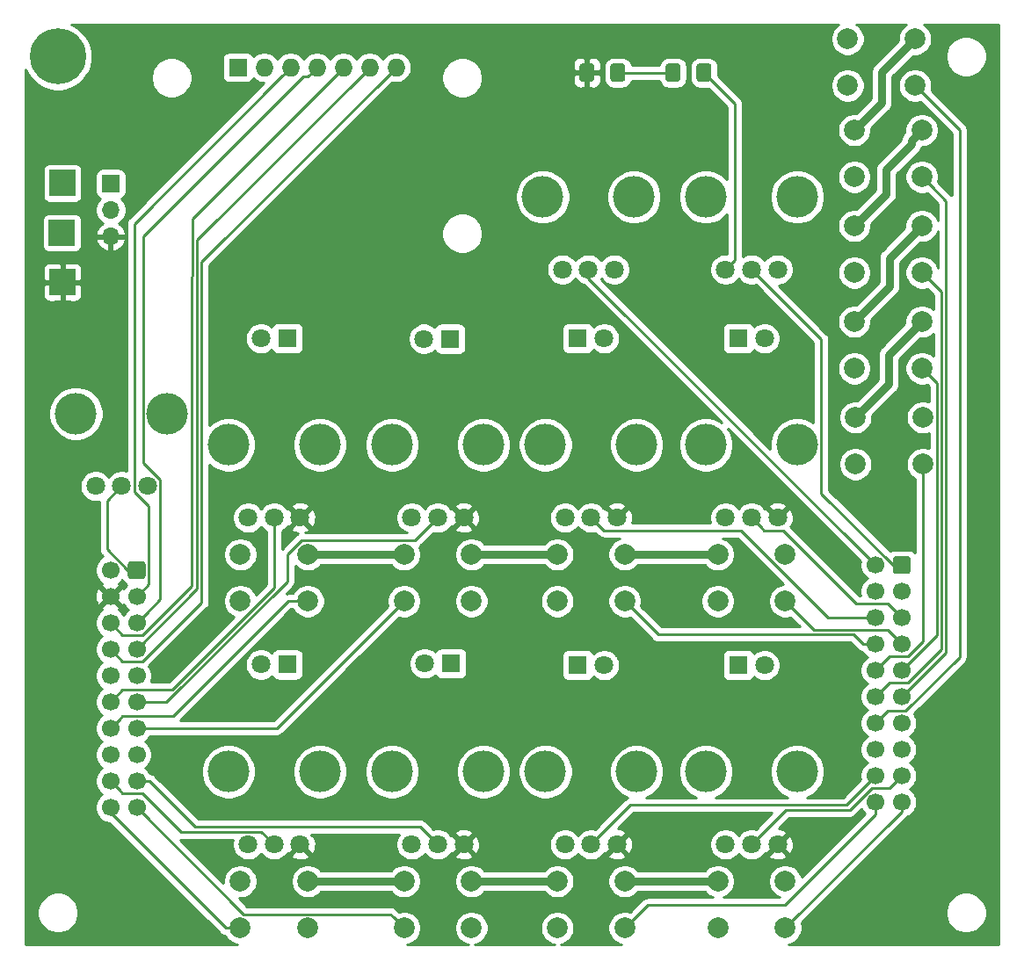
<source format=gbr>
%TF.GenerationSoftware,KiCad,Pcbnew,(5.1.6-0-10_14)*%
%TF.CreationDate,2020-08-30T22:56:52+02:00*%
%TF.ProjectId,sequencer-pcb,73657175-656e-4636-9572-2d7063622e6b,rev?*%
%TF.SameCoordinates,Original*%
%TF.FileFunction,Copper,L1,Top*%
%TF.FilePolarity,Positive*%
%FSLAX46Y46*%
G04 Gerber Fmt 4.6, Leading zero omitted, Abs format (unit mm)*
G04 Created by KiCad (PCBNEW (5.1.6-0-10_14)) date 2020-08-30 22:56:52*
%MOMM*%
%LPD*%
G01*
G04 APERTURE LIST*
%TA.AperFunction,ComponentPad*%
%ADD10C,1.800000*%
%TD*%
%TA.AperFunction,WasherPad*%
%ADD11C,4.000000*%
%TD*%
%TA.AperFunction,ComponentPad*%
%ADD12R,2.500000X2.500000*%
%TD*%
%TA.AperFunction,ComponentPad*%
%ADD13O,1.700000X1.700000*%
%TD*%
%TA.AperFunction,ComponentPad*%
%ADD14R,1.700000X1.700000*%
%TD*%
%TA.AperFunction,ComponentPad*%
%ADD15C,1.700000*%
%TD*%
%TA.AperFunction,ComponentPad*%
%ADD16O,1.727200X1.727200*%
%TD*%
%TA.AperFunction,ComponentPad*%
%ADD17R,1.727200X1.727200*%
%TD*%
%TA.AperFunction,ComponentPad*%
%ADD18C,2.000000*%
%TD*%
%TA.AperFunction,ComponentPad*%
%ADD19C,5.400000*%
%TD*%
%TA.AperFunction,ComponentPad*%
%ADD20R,1.800000X1.800000*%
%TD*%
%TA.AperFunction,Conductor*%
%ADD21C,0.250000*%
%TD*%
%TA.AperFunction,Conductor*%
%ADD22C,0.800000*%
%TD*%
%TA.AperFunction,Conductor*%
%ADD23C,0.254000*%
%TD*%
G04 APERTURE END LIST*
%TO.P,R9,2*%
%TO.N,+5V*%
%TA.AperFunction,SMDPad,CuDef*%
G36*
G01*
X152175000Y-54425000D02*
X152175000Y-55675000D01*
G75*
G02*
X151925000Y-55925000I-250000J0D01*
G01*
X151000000Y-55925000D01*
G75*
G02*
X150750000Y-55675000I0J250000D01*
G01*
X150750000Y-54425000D01*
G75*
G02*
X151000000Y-54175000I250000J0D01*
G01*
X151925000Y-54175000D01*
G75*
G02*
X152175000Y-54425000I0J-250000D01*
G01*
G37*
%TD.AperFunction*%
%TO.P,R9,1*%
%TO.N,Net-(D9-Pad2)*%
%TA.AperFunction,SMDPad,CuDef*%
G36*
G01*
X155150000Y-54425000D02*
X155150000Y-55675000D01*
G75*
G02*
X154900000Y-55925000I-250000J0D01*
G01*
X153975000Y-55925000D01*
G75*
G02*
X153725000Y-55675000I0J250000D01*
G01*
X153725000Y-54425000D01*
G75*
G02*
X153975000Y-54175000I250000J0D01*
G01*
X154900000Y-54175000D01*
G75*
G02*
X155150000Y-54425000I0J-250000D01*
G01*
G37*
%TD.AperFunction*%
%TD*%
D10*
%TO.P,SP3,3*%
%TO.N,GND*%
X104150000Y-94900000D03*
%TO.P,SP3,2*%
%TO.N,SP3*%
X106650000Y-94900000D03*
%TO.P,SP3,1*%
%TO.N,+3V3*%
X109150000Y-94900000D03*
D11*
%TO.P,SP3,*%
%TO.N,*%
X102250000Y-87900000D03*
X111050000Y-87900000D03*
%TD*%
D10*
%TO.P,SP2,3*%
%TO.N,GND*%
X164823000Y-74026000D03*
%TO.P,SP2,2*%
%TO.N,SP2*%
X167323000Y-74026000D03*
%TO.P,SP2,1*%
%TO.N,+3V3*%
X169823000Y-74026000D03*
D11*
%TO.P,SP2,*%
%TO.N,*%
X162923000Y-67026000D03*
X171723000Y-67026000D03*
%TD*%
D10*
%TO.P,SP1,3*%
%TO.N,GND*%
X149110000Y-74026000D03*
%TO.P,SP1,2*%
%TO.N,SP1*%
X151610000Y-74026000D03*
%TO.P,SP1,1*%
%TO.N,+3V3*%
X154110000Y-74026000D03*
D11*
%TO.P,SP1,*%
%TO.N,*%
X147210000Y-67026000D03*
X156010000Y-67026000D03*
%TD*%
D10*
%TO.P,RV8,3*%
%TO.N,GND*%
X164823000Y-129426000D03*
%TO.P,RV8,2*%
%TO.N,R8*%
X167323000Y-129426000D03*
%TO.P,RV8,1*%
%TO.N,+5V*%
X169823000Y-129426000D03*
D11*
%TO.P,RV8,*%
%TO.N,*%
X162923000Y-122426000D03*
X171723000Y-122426000D03*
%TD*%
D10*
%TO.P,RV7,3*%
%TO.N,GND*%
X149364000Y-129426000D03*
%TO.P,RV7,2*%
%TO.N,R7*%
X151864000Y-129426000D03*
%TO.P,RV7,1*%
%TO.N,+5V*%
X154364000Y-129426000D03*
D11*
%TO.P,RV7,*%
%TO.N,*%
X147464000Y-122426000D03*
X156264000Y-122426000D03*
%TD*%
D10*
%TO.P,RV6,3*%
%TO.N,GND*%
X134597000Y-129426000D03*
%TO.P,RV6,2*%
%TO.N,R6*%
X137097000Y-129426000D03*
%TO.P,RV6,1*%
%TO.N,+5V*%
X139597000Y-129426000D03*
D11*
%TO.P,RV6,*%
%TO.N,*%
X132697000Y-122426000D03*
X141497000Y-122426000D03*
%TD*%
D10*
%TO.P,RV5,3*%
%TO.N,GND*%
X118838000Y-129426000D03*
%TO.P,RV5,2*%
%TO.N,R5*%
X121338000Y-129426000D03*
%TO.P,RV5,1*%
%TO.N,+5V*%
X123838000Y-129426000D03*
D11*
%TO.P,RV5,*%
%TO.N,*%
X116938000Y-122426000D03*
X125738000Y-122426000D03*
%TD*%
D10*
%TO.P,RV4,3*%
%TO.N,GND*%
X164823000Y-97930000D03*
%TO.P,RV4,2*%
%TO.N,R4*%
X167323000Y-97930000D03*
%TO.P,RV4,1*%
%TO.N,+5V*%
X169823000Y-97930000D03*
D11*
%TO.P,RV4,*%
%TO.N,*%
X162923000Y-90930000D03*
X171723000Y-90930000D03*
%TD*%
D10*
%TO.P,RV3,3*%
%TO.N,GND*%
X149364000Y-97930000D03*
%TO.P,RV3,2*%
%TO.N,R3*%
X151864000Y-97930000D03*
%TO.P,RV3,1*%
%TO.N,+5V*%
X154364000Y-97930000D03*
D11*
%TO.P,RV3,*%
%TO.N,*%
X147464000Y-90930000D03*
X156264000Y-90930000D03*
%TD*%
D10*
%TO.P,RV2,3*%
%TO.N,GND*%
X134597000Y-97930000D03*
%TO.P,RV2,2*%
%TO.N,R2*%
X137097000Y-97930000D03*
%TO.P,RV2,1*%
%TO.N,+5V*%
X139597000Y-97930000D03*
D11*
%TO.P,RV2,*%
%TO.N,*%
X132697000Y-90930000D03*
X141497000Y-90930000D03*
%TD*%
D10*
%TO.P,RV1,3*%
%TO.N,GND*%
X118838000Y-97930000D03*
%TO.P,RV1,2*%
%TO.N,R1*%
X121338000Y-97930000D03*
%TO.P,RV1,1*%
%TO.N,+5V*%
X123838000Y-97930000D03*
D11*
%TO.P,RV1,*%
%TO.N,*%
X116938000Y-90930000D03*
X125738000Y-90930000D03*
%TD*%
%TO.P,D9,2*%
%TO.N,Net-(D9-Pad2)*%
%TA.AperFunction,SMDPad,CuDef*%
G36*
G01*
X160475000Y-54425000D02*
X160475000Y-55675000D01*
G75*
G02*
X160225000Y-55925000I-250000J0D01*
G01*
X159300000Y-55925000D01*
G75*
G02*
X159050000Y-55675000I0J250000D01*
G01*
X159050000Y-54425000D01*
G75*
G02*
X159300000Y-54175000I250000J0D01*
G01*
X160225000Y-54175000D01*
G75*
G02*
X160475000Y-54425000I0J-250000D01*
G01*
G37*
%TD.AperFunction*%
%TO.P,D9,1*%
%TO.N,GND*%
%TA.AperFunction,SMDPad,CuDef*%
G36*
G01*
X163450000Y-54425000D02*
X163450000Y-55675000D01*
G75*
G02*
X163200000Y-55925000I-250000J0D01*
G01*
X162275000Y-55925000D01*
G75*
G02*
X162025000Y-55675000I0J250000D01*
G01*
X162025000Y-54425000D01*
G75*
G02*
X162275000Y-54175000I250000J0D01*
G01*
X163200000Y-54175000D01*
G75*
G02*
X163450000Y-54425000I0J-250000D01*
G01*
G37*
%TD.AperFunction*%
%TD*%
D12*
%TO.P,+5V,1*%
%TO.N,+5V*%
X100950000Y-75250000D03*
%TD*%
%TO.P,GND,1*%
%TO.N,GND*%
X100900000Y-70475000D03*
%TD*%
%TO.P,+3V3,1*%
%TO.N,+3V3*%
X100950000Y-65700000D03*
%TD*%
D13*
%TO.P,PWR,3*%
%TO.N,+5V*%
X105600000Y-70830000D03*
%TO.P,PWR,2*%
%TO.N,GND*%
X105600000Y-68290000D03*
D14*
%TO.P,PWR,1*%
%TO.N,+3V3*%
X105600000Y-65750000D03*
%TD*%
D15*
%TO.P,J2,20*%
%TO.N,B5*%
X105560000Y-125860000D03*
%TO.P,J2,18*%
%TO.N,R5*%
X105560000Y-123320000D03*
%TO.P,J2,16*%
%TO.N,L5*%
X105560000Y-120780000D03*
%TO.P,J2,14*%
%TO.N,B1*%
X105560000Y-118240000D03*
%TO.P,J2,12*%
%TO.N,R1*%
X105560000Y-115700000D03*
%TO.P,J2,10*%
%TO.N,L1*%
X105560000Y-113160000D03*
%TO.P,J2,8*%
%TO.N,CS*%
X105560000Y-110620000D03*
%TO.P,J2,6*%
%TO.N,RES*%
X105560000Y-108080000D03*
%TO.P,J2,4*%
%TO.N,+5V*%
X105560000Y-105540000D03*
%TO.P,J2,2*%
%TO.N,GND*%
X105560000Y-103000000D03*
%TO.P,J2,19*%
%TO.N,B6*%
X108100000Y-125860000D03*
%TO.P,J2,17*%
%TO.N,R6*%
X108100000Y-123320000D03*
%TO.P,J2,15*%
%TO.N,L6*%
X108100000Y-120780000D03*
%TO.P,J2,13*%
%TO.N,B2*%
X108100000Y-118240000D03*
%TO.P,J2,11*%
%TO.N,R2*%
X108100000Y-115700000D03*
%TO.P,J2,9*%
%TO.N,L2*%
X108100000Y-113160000D03*
%TO.P,J2,7*%
%TO.N,DC*%
X108100000Y-110620000D03*
%TO.P,J2,5*%
%TO.N,MOSI*%
X108100000Y-108080000D03*
%TO.P,J2,3*%
%TO.N,CLK*%
X108100000Y-105540000D03*
%TO.P,J2,1*%
%TO.N,SP3*%
%TA.AperFunction,ComponentPad*%
G36*
G01*
X108950000Y-102400000D02*
X108950000Y-103600000D01*
G75*
G02*
X108700000Y-103850000I-250000J0D01*
G01*
X107500000Y-103850000D01*
G75*
G02*
X107250000Y-103600000I0J250000D01*
G01*
X107250000Y-102400000D01*
G75*
G02*
X107500000Y-102150000I250000J0D01*
G01*
X108700000Y-102150000D01*
G75*
G02*
X108950000Y-102400000I0J-250000D01*
G01*
G37*
%TD.AperFunction*%
%TD*%
%TO.P,J1,1*%
%TO.N,SP2*%
%TA.AperFunction,ComponentPad*%
G36*
G01*
X182646000Y-101902000D02*
X182646000Y-103102000D01*
G75*
G02*
X182396000Y-103352000I-250000J0D01*
G01*
X181196000Y-103352000D01*
G75*
G02*
X180946000Y-103102000I0J250000D01*
G01*
X180946000Y-101902000D01*
G75*
G02*
X181196000Y-101652000I250000J0D01*
G01*
X182396000Y-101652000D01*
G75*
G02*
X182646000Y-101902000I0J-250000D01*
G01*
G37*
%TD.AperFunction*%
%TO.P,J1,3*%
%TO.N,L4*%
X181796000Y-105042000D03*
%TO.P,J1,5*%
%TO.N,R4*%
X181796000Y-107582000D03*
%TO.P,J1,7*%
%TO.N,B4*%
X181796000Y-110122000D03*
%TO.P,J1,9*%
%TO.N,SSW4*%
X181796000Y-112662000D03*
%TO.P,J1,11*%
%TO.N,SSW5*%
X181796000Y-115202000D03*
%TO.P,J1,13*%
%TO.N,+3V3*%
X181796000Y-117742000D03*
%TO.P,J1,15*%
%TO.N,L8*%
X181796000Y-120282000D03*
%TO.P,J1,17*%
%TO.N,R8*%
X181796000Y-122822000D03*
%TO.P,J1,19*%
%TO.N,B8*%
X181796000Y-125362000D03*
%TO.P,J1,2*%
%TO.N,SP1*%
X179256000Y-102502000D03*
%TO.P,J1,4*%
%TO.N,L3*%
X179256000Y-105042000D03*
%TO.P,J1,6*%
%TO.N,R3*%
X179256000Y-107582000D03*
%TO.P,J1,8*%
%TO.N,B3*%
X179256000Y-110122000D03*
%TO.P,J1,10*%
%TO.N,SSW1*%
X179256000Y-112662000D03*
%TO.P,J1,12*%
%TO.N,SSW3*%
X179256000Y-115202000D03*
%TO.P,J1,14*%
%TO.N,SSW2*%
X179256000Y-117742000D03*
%TO.P,J1,16*%
%TO.N,L7*%
X179256000Y-120282000D03*
%TO.P,J1,18*%
%TO.N,R7*%
X179256000Y-122822000D03*
%TO.P,J1,20*%
%TO.N,B7*%
X179256000Y-125362000D03*
%TD*%
D16*
%TO.P,OLED Display,3*%
%TO.N,CLK*%
X122930000Y-54550000D03*
%TO.P,OLED Display,2*%
%TO.N,+3V3*%
X120390000Y-54550000D03*
%TO.P,OLED Display,4*%
%TO.N,MOSI*%
X125470000Y-54550000D03*
D17*
%TO.P,OLED Display,1*%
%TO.N,GND*%
X117850000Y-54550000D03*
D16*
%TO.P,OLED Display,6*%
%TO.N,DC*%
X130550000Y-54550000D03*
%TO.P,OLED Display,5*%
%TO.N,RES*%
X128010000Y-54550000D03*
%TO.P,OLED Display,7*%
%TO.N,CS*%
X133090000Y-54550000D03*
%TD*%
D18*
%TO.P,SSW5,2*%
%TO.N,+3V3*%
X183073000Y-51800000D03*
%TO.P,SSW5,1*%
%TO.N,SSW2*%
X183073000Y-56300000D03*
%TO.P,SSW5,2*%
%TO.N,+3V3*%
X176573000Y-51800000D03*
%TO.P,SSW5,1*%
%TO.N,SSW2*%
X176573000Y-56300000D03*
%TD*%
%TO.P,SSW1,1*%
%TO.N,+3V3*%
X183828000Y-88278000D03*
%TO.P,SSW1,2*%
%TO.N,SSW1*%
X183828000Y-92778000D03*
%TO.P,SSW1,1*%
%TO.N,+3V3*%
X177328000Y-88278000D03*
%TO.P,SSW1,2*%
%TO.N,SSW1*%
X177328000Y-92778000D03*
%TD*%
%TO.P,SSW3,1*%
%TO.N,+3V3*%
X183724000Y-69820666D03*
%TO.P,SSW3,2*%
%TO.N,SSW3*%
X183724000Y-74320666D03*
%TO.P,SSW3,1*%
%TO.N,+3V3*%
X177224000Y-69820666D03*
%TO.P,SSW3,2*%
%TO.N,SSW3*%
X177224000Y-74320666D03*
%TD*%
%TO.P,SSW2,1*%
%TO.N,+3V3*%
X183724000Y-79049332D03*
%TO.P,SSW2,2*%
%TO.N,SSW4*%
X183724000Y-83549332D03*
%TO.P,SSW2,1*%
%TO.N,+3V3*%
X177224000Y-79049332D03*
%TO.P,SSW2,2*%
%TO.N,SSW4*%
X177224000Y-83549332D03*
%TD*%
%TO.P,SSW4,1*%
%TO.N,+3V3*%
X183724000Y-60592000D03*
%TO.P,SSW4,2*%
%TO.N,SSW5*%
X183724000Y-65092000D03*
%TO.P,SSW4,1*%
%TO.N,+3V3*%
X177224000Y-60592000D03*
%TO.P,SSW4,2*%
%TO.N,SSW5*%
X177224000Y-65092000D03*
%TD*%
%TO.P,SW8,2*%
%TO.N,B8*%
X164073000Y-137482000D03*
%TO.P,SW8,1*%
%TO.N,+3V3*%
X164073000Y-132982000D03*
%TO.P,SW8,2*%
%TO.N,B8*%
X170573000Y-137482000D03*
%TO.P,SW8,1*%
%TO.N,+3V3*%
X170573000Y-132982000D03*
%TD*%
%TO.P,SW7,1*%
%TO.N,+3V3*%
X155114000Y-132982000D03*
%TO.P,SW7,2*%
%TO.N,B7*%
X155114000Y-137482000D03*
%TO.P,SW7,1*%
%TO.N,+3V3*%
X148614000Y-132982000D03*
%TO.P,SW7,2*%
%TO.N,B7*%
X148614000Y-137482000D03*
%TD*%
%TO.P,SW6,1*%
%TO.N,+3V3*%
X140347000Y-132982000D03*
%TO.P,SW6,2*%
%TO.N,B6*%
X140347000Y-137482000D03*
%TO.P,SW6,1*%
%TO.N,+3V3*%
X133847000Y-132982000D03*
%TO.P,SW6,2*%
%TO.N,B6*%
X133847000Y-137482000D03*
%TD*%
%TO.P,SW5,1*%
%TO.N,+3V3*%
X124588000Y-132982000D03*
%TO.P,SW5,2*%
%TO.N,B5*%
X124588000Y-137482000D03*
%TO.P,SW5,1*%
%TO.N,+3V3*%
X118088000Y-132982000D03*
%TO.P,SW5,2*%
%TO.N,B5*%
X118088000Y-137482000D03*
%TD*%
%TO.P,SW4,2*%
%TO.N,B4*%
X164073000Y-105986000D03*
%TO.P,SW4,1*%
%TO.N,+3V3*%
X164073000Y-101486000D03*
%TO.P,SW4,2*%
%TO.N,B4*%
X170573000Y-105986000D03*
%TO.P,SW4,1*%
%TO.N,+3V3*%
X170573000Y-101486000D03*
%TD*%
%TO.P,SW3,1*%
%TO.N,+3V3*%
X155114000Y-101486000D03*
%TO.P,SW3,2*%
%TO.N,B3*%
X155114000Y-105986000D03*
%TO.P,SW3,1*%
%TO.N,+3V3*%
X148614000Y-101486000D03*
%TO.P,SW3,2*%
%TO.N,B3*%
X148614000Y-105986000D03*
%TD*%
%TO.P,SW2,1*%
%TO.N,+3V3*%
X140347000Y-101486000D03*
%TO.P,SW2,2*%
%TO.N,B2*%
X140347000Y-105986000D03*
%TO.P,SW2,1*%
%TO.N,+3V3*%
X133847000Y-101486000D03*
%TO.P,SW2,2*%
%TO.N,B2*%
X133847000Y-105986000D03*
%TD*%
%TO.P,SW1,1*%
%TO.N,+3V3*%
X124588000Y-101486000D03*
%TO.P,SW1,2*%
%TO.N,B1*%
X124588000Y-105986000D03*
%TO.P,SW1,1*%
%TO.N,+3V3*%
X118088000Y-101486000D03*
%TO.P,SW1,2*%
%TO.N,B1*%
X118088000Y-105986000D03*
%TD*%
D19*
%TO.P,GND,1*%
%TO.N,GND*%
X100500000Y-53500000D03*
%TD*%
D10*
%TO.P,D8,2*%
%TO.N,Net-(D8-Pad2)*%
X168588000Y-112154000D03*
D20*
%TO.P,D8,1*%
%TO.N,GND*%
X166048000Y-112154000D03*
%TD*%
%TO.P,D7,1*%
%TO.N,GND*%
X150589000Y-112154000D03*
D10*
%TO.P,D7,2*%
%TO.N,Net-(D7-Pad2)*%
X153129000Y-112154000D03*
%TD*%
D20*
%TO.P,D6,1*%
%TO.N,GND*%
X138372000Y-112000000D03*
D10*
%TO.P,D6,2*%
%TO.N,Net-(D6-Pad2)*%
X135832000Y-112000000D03*
%TD*%
D20*
%TO.P,D5,1*%
%TO.N,GND*%
X122613000Y-112100000D03*
D10*
%TO.P,D5,2*%
%TO.N,Net-(D5-Pad2)*%
X120073000Y-112100000D03*
%TD*%
%TO.P,D4,2*%
%TO.N,Net-(D4-Pad2)*%
X168588000Y-80658000D03*
D20*
%TO.P,D4,1*%
%TO.N,GND*%
X166048000Y-80658000D03*
%TD*%
%TO.P,D3,1*%
%TO.N,GND*%
X150589000Y-80658000D03*
D10*
%TO.P,D3,2*%
%TO.N,Net-(D3-Pad2)*%
X153129000Y-80658000D03*
%TD*%
D20*
%TO.P,D2,1*%
%TO.N,GND*%
X138300000Y-80700000D03*
D10*
%TO.P,D2,2*%
%TO.N,Net-(D2-Pad2)*%
X135760000Y-80700000D03*
%TD*%
D20*
%TO.P,D1,1*%
%TO.N,GND*%
X122613000Y-80658000D03*
D10*
%TO.P,D1,2*%
%TO.N,Net-(D1-Pad2)*%
X120073000Y-80658000D03*
%TD*%
D21*
%TO.N,GND*%
X165722999Y-58035499D02*
X162737500Y-55050000D01*
X165722999Y-73126001D02*
X165722999Y-58035499D01*
X164823000Y-74026000D02*
X165722999Y-73126001D01*
%TO.N,Net-(D9-Pad2)*%
X155037500Y-55050000D02*
X159762500Y-55050000D01*
%TO.N,R8*%
X167323000Y-129426000D02*
X170649000Y-126100000D01*
X180946001Y-123671999D02*
X181796000Y-122822000D01*
X180620999Y-123997001D02*
X180946001Y-123671999D01*
X178881997Y-123997001D02*
X180620999Y-123997001D01*
X176778998Y-126100000D02*
X178881997Y-123997001D01*
X170649000Y-126100000D02*
X176778998Y-126100000D01*
%TO.N,R6*%
X109302081Y-123320000D02*
X108100000Y-123320000D01*
X113733070Y-127750989D02*
X109302081Y-123320000D01*
X135421989Y-127750989D02*
X113733070Y-127750989D01*
X137097000Y-129426000D02*
X135421989Y-127750989D01*
%TO.N,R4*%
X168222999Y-98829999D02*
X167323000Y-97930000D01*
X168548001Y-99155001D02*
X168222999Y-98829999D01*
X170355001Y-99155001D02*
X168548001Y-99155001D01*
X177417001Y-106217001D02*
X170355001Y-99155001D01*
X180431001Y-106217001D02*
X177417001Y-106217001D01*
X181796000Y-107582000D02*
X180431001Y-106217001D01*
%TO.N,R2*%
X123951999Y-100160999D02*
X122600000Y-101512998D01*
X134866001Y-100160999D02*
X123951999Y-100160999D01*
X137097000Y-97930000D02*
X134866001Y-100160999D01*
X109302081Y-115700000D02*
X108100000Y-115700000D01*
X110971412Y-115700000D02*
X109302081Y-115700000D01*
X122600000Y-104071412D02*
X110971412Y-115700000D01*
X122600000Y-101512998D02*
X122600000Y-104071412D01*
%TO.N,R7*%
X178406001Y-123671999D02*
X179256000Y-122822000D01*
X176428010Y-125649990D02*
X178406001Y-123671999D01*
X155640010Y-125649990D02*
X176428010Y-125649990D01*
X151864000Y-129426000D02*
X155640010Y-125649990D01*
%TO.N,R5*%
X108664001Y-124495001D02*
X106735001Y-124495001D01*
X112369999Y-128200999D02*
X108664001Y-124495001D01*
X106409999Y-124169999D02*
X105560000Y-123320000D01*
X106735001Y-124495001D02*
X106409999Y-124169999D01*
X120112999Y-128200999D02*
X112369999Y-128200999D01*
X121338000Y-129426000D02*
X120112999Y-128200999D01*
%TO.N,R3*%
X178053919Y-107582000D02*
X179256000Y-107582000D01*
X174707998Y-107582000D02*
X178053919Y-107582000D01*
X166280999Y-99155001D02*
X174707998Y-107582000D01*
X153089001Y-99155001D02*
X166280999Y-99155001D01*
X151864000Y-97930000D02*
X153089001Y-99155001D01*
%TO.N,R1*%
X121338000Y-99202792D02*
X121338000Y-97930000D01*
X121338000Y-104697002D02*
X121338000Y-99202792D01*
X111510003Y-114524999D02*
X121338000Y-104697002D01*
X106735001Y-114524999D02*
X111510003Y-114524999D01*
X105560000Y-115700000D02*
X106735001Y-114524999D01*
%TO.N,B8*%
X181796000Y-126259000D02*
X181796000Y-125362000D01*
X170573000Y-137482000D02*
X181796000Y-126259000D01*
%TO.N,B6*%
X132847001Y-136482001D02*
X133847000Y-137482000D01*
X132521999Y-136156999D02*
X132847001Y-136482001D01*
X118396999Y-136156999D02*
X132521999Y-136156999D01*
X108100000Y-125860000D02*
X118396999Y-136156999D01*
%TO.N,B4*%
X171572999Y-106985999D02*
X170573000Y-105986000D01*
X173344001Y-108757001D02*
X171572999Y-106985999D01*
X180431001Y-108757001D02*
X173344001Y-108757001D01*
X181796000Y-110122000D02*
X180431001Y-108757001D01*
%TO.N,B2*%
X121593000Y-118240000D02*
X133847000Y-105986000D01*
X108100000Y-118240000D02*
X121593000Y-118240000D01*
%TO.N,B7*%
X156113999Y-136482001D02*
X156117999Y-136482001D01*
X155114000Y-137482000D02*
X156113999Y-136482001D01*
X156117999Y-136482001D02*
X157300000Y-135300000D01*
X179256000Y-126564081D02*
X179256000Y-125362000D01*
X170520081Y-135300000D02*
X179256000Y-126564081D01*
X157300000Y-135300000D02*
X170520081Y-135300000D01*
%TO.N,B5*%
X105560000Y-126368213D02*
X105560000Y-125860000D01*
X116673787Y-137482000D02*
X105560000Y-126368213D01*
X118088000Y-137482000D02*
X116673787Y-137482000D01*
%TO.N,B3*%
X156113999Y-106985999D02*
X155114000Y-105986000D01*
X158335011Y-109207011D02*
X156113999Y-106985999D01*
X177138930Y-109207011D02*
X158335011Y-109207011D01*
X178053919Y-110122000D02*
X177138930Y-109207011D01*
X179256000Y-110122000D02*
X178053919Y-110122000D01*
%TO.N,B1*%
X106735001Y-117064999D02*
X106409999Y-117390001D01*
X111606413Y-117064999D02*
X106735001Y-117064999D01*
X106409999Y-117390001D02*
X105560000Y-118240000D01*
X122685412Y-105986000D02*
X111606413Y-117064999D01*
X124588000Y-105986000D02*
X122685412Y-105986000D01*
%TO.N,CLK*%
X122066401Y-55413599D02*
X122930000Y-54550000D01*
X107875001Y-69604999D02*
X122066401Y-55413599D01*
X107875001Y-95438003D02*
X107875001Y-69604999D01*
X109275010Y-96838012D02*
X107875001Y-95438003D01*
X109275010Y-104364990D02*
X109275010Y-96838012D01*
X108100000Y-105540000D02*
X109275010Y-104364990D01*
D22*
%TO.N,+3V3*%
X183073000Y-51800000D02*
X179850000Y-55023000D01*
X179850000Y-57966000D02*
X177224000Y-60592000D01*
X179850000Y-55023000D02*
X179850000Y-57966000D01*
X182724001Y-61591999D02*
X182724001Y-61975999D01*
X183724000Y-60592000D02*
X182724001Y-61591999D01*
X182724001Y-61975999D02*
X180300000Y-64400000D01*
X180300000Y-66744666D02*
X177224000Y-69820666D01*
X180300000Y-64400000D02*
X180300000Y-66744666D01*
X183724000Y-69820666D02*
X180600000Y-72944666D01*
X180600000Y-75673332D02*
X177224000Y-79049332D01*
X180600000Y-72944666D02*
X180600000Y-75673332D01*
X183724000Y-79049332D02*
X180523332Y-82250000D01*
X180523332Y-85082668D02*
X177328000Y-88278000D01*
X180523332Y-82250000D02*
X180523332Y-85082668D01*
X124588000Y-101486000D02*
X133847000Y-101486000D01*
X140347000Y-101486000D02*
X148614000Y-101486000D01*
X155114000Y-101486000D02*
X164073000Y-101486000D01*
X124588000Y-132982000D02*
X133847000Y-132982000D01*
X140347000Y-132982000D02*
X148614000Y-132982000D01*
X155114000Y-132982000D02*
X164073000Y-132982000D01*
D21*
%TO.N,MOSI*%
X108949999Y-107230001D02*
X108100000Y-108080000D01*
X110375001Y-105804999D02*
X108949999Y-107230001D01*
X110375001Y-94311999D02*
X110375001Y-105804999D01*
X108724999Y-92661997D02*
X110375001Y-94311999D01*
X108724999Y-70795999D02*
X108724999Y-92661997D01*
X124107399Y-55413599D02*
X108724999Y-70795999D01*
X124606401Y-55413599D02*
X124107399Y-55413599D01*
X125470000Y-54550000D02*
X124606401Y-55413599D01*
%TO.N,DC*%
X130550000Y-54550000D02*
X113900010Y-71199990D01*
X113900010Y-104819990D02*
X108100000Y-110620000D01*
X113900010Y-71199990D02*
X113900010Y-104819990D01*
%TO.N,RES*%
X113375001Y-104544001D02*
X113375001Y-74725001D01*
X108664001Y-109255001D02*
X113375001Y-104544001D01*
X106735001Y-109255001D02*
X108664001Y-109255001D01*
X105560000Y-108080000D02*
X106735001Y-109255001D01*
X113375001Y-74725001D02*
X113450000Y-74650002D01*
X113450000Y-69110000D02*
X128010000Y-54550000D01*
X113450000Y-74650002D02*
X113450000Y-69110000D01*
%TO.N,CS*%
X108664001Y-111795001D02*
X114350020Y-106108982D01*
X106735001Y-111795001D02*
X108664001Y-111795001D01*
X105560000Y-110620000D02*
X106735001Y-111795001D01*
X114350020Y-73289980D02*
X133500000Y-54140000D01*
X114350020Y-106108982D02*
X114350020Y-73289980D01*
%TO.N,SP3*%
X107250000Y-103000000D02*
X105250000Y-101000000D01*
X108100000Y-103000000D02*
X107250000Y-103000000D01*
X105250000Y-96300000D02*
X106650000Y-94900000D01*
X105250000Y-101000000D02*
X105250000Y-96300000D01*
%TO.N,SP1*%
X151610000Y-74856000D02*
X151610000Y-74026000D01*
X179256000Y-102502000D02*
X151610000Y-74856000D01*
%TO.N,SP2*%
X174048001Y-80751001D02*
X174048001Y-95604001D01*
X180946000Y-102502000D02*
X181796000Y-102502000D01*
X174048001Y-95604001D02*
X180946000Y-102502000D01*
X167323000Y-74026000D02*
X174048001Y-80751001D01*
%TO.N,SSW1*%
X183828000Y-94192213D02*
X183828000Y-92778000D01*
X183828000Y-109829002D02*
X183828000Y-94192213D01*
X182360001Y-111297001D02*
X183828000Y-109829002D01*
X180620999Y-111297001D02*
X182360001Y-111297001D01*
X179256000Y-112662000D02*
X180620999Y-111297001D01*
%TO.N,SSW5*%
X186053020Y-67421020D02*
X184723999Y-66091999D01*
X184723999Y-66091999D02*
X183724000Y-65092000D01*
X186053020Y-110944980D02*
X186053020Y-67421020D01*
X181796000Y-115202000D02*
X186053020Y-110944980D01*
%TO.N,SSW3*%
X184723999Y-75320665D02*
X183724000Y-74320666D01*
X185603010Y-76199676D02*
X184723999Y-75320665D01*
X185603010Y-110593992D02*
X185603010Y-76199676D01*
X180620999Y-113837001D02*
X182360001Y-113837001D01*
X182360001Y-113837001D02*
X185603010Y-110593992D01*
X179256000Y-115202000D02*
X180620999Y-113837001D01*
%TO.N,SSW4*%
X184723999Y-84549331D02*
X183724000Y-83549332D01*
X185153001Y-84978333D02*
X184723999Y-84549331D01*
X185153001Y-109304999D02*
X185153001Y-84978333D01*
X181796000Y-112662000D02*
X185153001Y-109304999D01*
%TO.N,SSW2*%
X180105999Y-116892001D02*
X179256000Y-117742000D01*
X180431001Y-116566999D02*
X180105999Y-116892001D01*
X182170003Y-116566999D02*
X180431001Y-116566999D01*
X187350000Y-111387002D02*
X182170003Y-116566999D01*
X187350000Y-60577000D02*
X187350000Y-111387002D01*
X183073000Y-56300000D02*
X187350000Y-60577000D01*
%TD*%
D23*
%TO.N,+5V*%
G36*
X175530748Y-50530013D02*
G01*
X175303013Y-50757748D01*
X175124082Y-51025537D01*
X175000832Y-51323088D01*
X174938000Y-51638967D01*
X174938000Y-51961033D01*
X175000832Y-52276912D01*
X175124082Y-52574463D01*
X175303013Y-52842252D01*
X175530748Y-53069987D01*
X175798537Y-53248918D01*
X176096088Y-53372168D01*
X176411967Y-53435000D01*
X176734033Y-53435000D01*
X177049912Y-53372168D01*
X177347463Y-53248918D01*
X177615252Y-53069987D01*
X177842987Y-52842252D01*
X178021918Y-52574463D01*
X178145168Y-52276912D01*
X178208000Y-51961033D01*
X178208000Y-51638967D01*
X178145168Y-51323088D01*
X178021918Y-51025537D01*
X177842987Y-50757748D01*
X177615252Y-50530013D01*
X177435640Y-50410000D01*
X182210360Y-50410000D01*
X182030748Y-50530013D01*
X181803013Y-50757748D01*
X181624082Y-51025537D01*
X181500832Y-51323088D01*
X181438000Y-51638967D01*
X181438000Y-51961033D01*
X181439702Y-51969588D01*
X179154097Y-54255193D01*
X179114604Y-54287604D01*
X178985266Y-54445203D01*
X178889159Y-54625008D01*
X178829976Y-54820106D01*
X178815000Y-54972163D01*
X178815000Y-54972172D01*
X178809994Y-55023000D01*
X178815000Y-55073828D01*
X178815001Y-57537288D01*
X177393588Y-58958702D01*
X177385033Y-58957000D01*
X177062967Y-58957000D01*
X176747088Y-59019832D01*
X176449537Y-59143082D01*
X176181748Y-59322013D01*
X175954013Y-59549748D01*
X175775082Y-59817537D01*
X175651832Y-60115088D01*
X175589000Y-60430967D01*
X175589000Y-60753033D01*
X175651832Y-61068912D01*
X175775082Y-61366463D01*
X175954013Y-61634252D01*
X176181748Y-61861987D01*
X176449537Y-62040918D01*
X176747088Y-62164168D01*
X177062967Y-62227000D01*
X177385033Y-62227000D01*
X177700912Y-62164168D01*
X177998463Y-62040918D01*
X178266252Y-61861987D01*
X178493987Y-61634252D01*
X178672918Y-61366463D01*
X178796168Y-61068912D01*
X178859000Y-60753033D01*
X178859000Y-60430967D01*
X178857298Y-60422412D01*
X180545908Y-58733803D01*
X180585396Y-58701396D01*
X180669186Y-58599298D01*
X180714734Y-58543798D01*
X180810840Y-58363994D01*
X180810841Y-58363993D01*
X180870024Y-58168895D01*
X180885000Y-58016838D01*
X180885000Y-58016835D01*
X180890007Y-57966000D01*
X180885000Y-57915165D01*
X180885000Y-55451710D01*
X182903412Y-53433298D01*
X182911967Y-53435000D01*
X183234033Y-53435000D01*
X183549912Y-53372168D01*
X183713288Y-53304495D01*
X186015000Y-53304495D01*
X186015000Y-53695505D01*
X186091282Y-54079003D01*
X186240915Y-54440250D01*
X186458149Y-54765364D01*
X186734636Y-55041851D01*
X187059750Y-55259085D01*
X187420997Y-55408718D01*
X187804495Y-55485000D01*
X188195505Y-55485000D01*
X188579003Y-55408718D01*
X188940250Y-55259085D01*
X189265364Y-55041851D01*
X189541851Y-54765364D01*
X189759085Y-54440250D01*
X189908718Y-54079003D01*
X189985000Y-53695505D01*
X189985000Y-53304495D01*
X189908718Y-52920997D01*
X189759085Y-52559750D01*
X189541851Y-52234636D01*
X189265364Y-51958149D01*
X188940250Y-51740915D01*
X188579003Y-51591282D01*
X188195505Y-51515000D01*
X187804495Y-51515000D01*
X187420997Y-51591282D01*
X187059750Y-51740915D01*
X186734636Y-51958149D01*
X186458149Y-52234636D01*
X186240915Y-52559750D01*
X186091282Y-52920997D01*
X186015000Y-53304495D01*
X183713288Y-53304495D01*
X183847463Y-53248918D01*
X184115252Y-53069987D01*
X184342987Y-52842252D01*
X184521918Y-52574463D01*
X184645168Y-52276912D01*
X184708000Y-51961033D01*
X184708000Y-51638967D01*
X184645168Y-51323088D01*
X184521918Y-51025537D01*
X184342987Y-50757748D01*
X184115252Y-50530013D01*
X183935640Y-50410000D01*
X191090001Y-50410000D01*
X191090000Y-139090000D01*
X170869772Y-139090000D01*
X171049912Y-139054168D01*
X171347463Y-138930918D01*
X171615252Y-138751987D01*
X171842987Y-138524252D01*
X172021918Y-138256463D01*
X172145168Y-137958912D01*
X172208000Y-137643033D01*
X172208000Y-137320967D01*
X172145168Y-137005088D01*
X172139177Y-136990624D01*
X173325306Y-135804495D01*
X186015000Y-135804495D01*
X186015000Y-136195505D01*
X186091282Y-136579003D01*
X186240915Y-136940250D01*
X186458149Y-137265364D01*
X186734636Y-137541851D01*
X187059750Y-137759085D01*
X187420997Y-137908718D01*
X187804495Y-137985000D01*
X188195505Y-137985000D01*
X188579003Y-137908718D01*
X188940250Y-137759085D01*
X189265364Y-137541851D01*
X189541851Y-137265364D01*
X189759085Y-136940250D01*
X189908718Y-136579003D01*
X189985000Y-136195505D01*
X189985000Y-135804495D01*
X189908718Y-135420997D01*
X189759085Y-135059750D01*
X189541851Y-134734636D01*
X189265364Y-134458149D01*
X188940250Y-134240915D01*
X188579003Y-134091282D01*
X188195505Y-134015000D01*
X187804495Y-134015000D01*
X187420997Y-134091282D01*
X187059750Y-134240915D01*
X186734636Y-134458149D01*
X186458149Y-134734636D01*
X186240915Y-135059750D01*
X186091282Y-135420997D01*
X186015000Y-135804495D01*
X173325306Y-135804495D01*
X182307004Y-126822798D01*
X182336001Y-126799001D01*
X182402301Y-126718214D01*
X182499411Y-126677990D01*
X182742632Y-126515475D01*
X182949475Y-126308632D01*
X183111990Y-126065411D01*
X183223932Y-125795158D01*
X183281000Y-125508260D01*
X183281000Y-125215740D01*
X183223932Y-124928842D01*
X183111990Y-124658589D01*
X182949475Y-124415368D01*
X182742632Y-124208525D01*
X182568240Y-124092000D01*
X182742632Y-123975475D01*
X182949475Y-123768632D01*
X183111990Y-123525411D01*
X183223932Y-123255158D01*
X183281000Y-122968260D01*
X183281000Y-122675740D01*
X183223932Y-122388842D01*
X183111990Y-122118589D01*
X182949475Y-121875368D01*
X182742632Y-121668525D01*
X182568240Y-121552000D01*
X182742632Y-121435475D01*
X182949475Y-121228632D01*
X183111990Y-120985411D01*
X183223932Y-120715158D01*
X183281000Y-120428260D01*
X183281000Y-120135740D01*
X183223932Y-119848842D01*
X183111990Y-119578589D01*
X182949475Y-119335368D01*
X182742632Y-119128525D01*
X182568240Y-119012000D01*
X182742632Y-118895475D01*
X182949475Y-118688632D01*
X183111990Y-118445411D01*
X183223932Y-118175158D01*
X183281000Y-117888260D01*
X183281000Y-117595740D01*
X183223932Y-117308842D01*
X183111990Y-117038589D01*
X182976295Y-116835508D01*
X187861003Y-111950801D01*
X187890001Y-111927003D01*
X187916332Y-111894919D01*
X187984974Y-111811279D01*
X188055546Y-111679249D01*
X188065627Y-111646015D01*
X188099003Y-111535988D01*
X188110000Y-111424335D01*
X188110000Y-111424325D01*
X188113676Y-111387003D01*
X188110000Y-111349680D01*
X188110000Y-60614322D01*
X188113676Y-60576999D01*
X188110000Y-60539676D01*
X188110000Y-60539667D01*
X188099003Y-60428014D01*
X188055546Y-60284753D01*
X187984974Y-60152724D01*
X187954087Y-60115088D01*
X187913799Y-60065996D01*
X187913795Y-60065992D01*
X187890001Y-60036999D01*
X187861009Y-60013206D01*
X184639177Y-56791376D01*
X184645168Y-56776912D01*
X184708000Y-56461033D01*
X184708000Y-56138967D01*
X184645168Y-55823088D01*
X184521918Y-55525537D01*
X184342987Y-55257748D01*
X184115252Y-55030013D01*
X183847463Y-54851082D01*
X183549912Y-54727832D01*
X183234033Y-54665000D01*
X182911967Y-54665000D01*
X182596088Y-54727832D01*
X182298537Y-54851082D01*
X182030748Y-55030013D01*
X181803013Y-55257748D01*
X181624082Y-55525537D01*
X181500832Y-55823088D01*
X181438000Y-56138967D01*
X181438000Y-56461033D01*
X181500832Y-56776912D01*
X181624082Y-57074463D01*
X181803013Y-57342252D01*
X182030748Y-57569987D01*
X182298537Y-57748918D01*
X182596088Y-57872168D01*
X182911967Y-57935000D01*
X183234033Y-57935000D01*
X183549912Y-57872168D01*
X183564376Y-57866177D01*
X186590000Y-60891803D01*
X186590000Y-66878540D01*
X186564023Y-66857221D01*
X185290177Y-65583376D01*
X185296168Y-65568912D01*
X185359000Y-65253033D01*
X185359000Y-64930967D01*
X185296168Y-64615088D01*
X185172918Y-64317537D01*
X184993987Y-64049748D01*
X184766252Y-63822013D01*
X184498463Y-63643082D01*
X184200912Y-63519832D01*
X183885033Y-63457000D01*
X183562967Y-63457000D01*
X183247088Y-63519832D01*
X182949537Y-63643082D01*
X182681748Y-63822013D01*
X182454013Y-64049748D01*
X182275082Y-64317537D01*
X182151832Y-64615088D01*
X182089000Y-64930967D01*
X182089000Y-65253033D01*
X182151832Y-65568912D01*
X182275082Y-65866463D01*
X182454013Y-66134252D01*
X182681748Y-66361987D01*
X182949537Y-66540918D01*
X183247088Y-66664168D01*
X183562967Y-66727000D01*
X183885033Y-66727000D01*
X184200912Y-66664168D01*
X184215376Y-66658177D01*
X185293021Y-67735823D01*
X185293021Y-69336156D01*
X185172918Y-69046203D01*
X184993987Y-68778414D01*
X184766252Y-68550679D01*
X184498463Y-68371748D01*
X184200912Y-68248498D01*
X183885033Y-68185666D01*
X183562967Y-68185666D01*
X183247088Y-68248498D01*
X182949537Y-68371748D01*
X182681748Y-68550679D01*
X182454013Y-68778414D01*
X182275082Y-69046203D01*
X182151832Y-69343754D01*
X182089000Y-69659633D01*
X182089000Y-69981699D01*
X182090702Y-69990254D01*
X179904097Y-72176859D01*
X179864604Y-72209270D01*
X179735266Y-72366869D01*
X179639159Y-72546674D01*
X179579976Y-72741772D01*
X179565000Y-72893829D01*
X179565000Y-72893838D01*
X179559994Y-72944666D01*
X179565000Y-72995494D01*
X179565001Y-75244620D01*
X177393588Y-77416034D01*
X177385033Y-77414332D01*
X177062967Y-77414332D01*
X176747088Y-77477164D01*
X176449537Y-77600414D01*
X176181748Y-77779345D01*
X175954013Y-78007080D01*
X175775082Y-78274869D01*
X175651832Y-78572420D01*
X175589000Y-78888299D01*
X175589000Y-79210365D01*
X175651832Y-79526244D01*
X175775082Y-79823795D01*
X175954013Y-80091584D01*
X176181748Y-80319319D01*
X176449537Y-80498250D01*
X176747088Y-80621500D01*
X177062967Y-80684332D01*
X177385033Y-80684332D01*
X177700912Y-80621500D01*
X177998463Y-80498250D01*
X178266252Y-80319319D01*
X178493987Y-80091584D01*
X178672918Y-79823795D01*
X178796168Y-79526244D01*
X178859000Y-79210365D01*
X178859000Y-78888299D01*
X178857298Y-78879744D01*
X181295908Y-76441135D01*
X181335396Y-76408728D01*
X181384692Y-76348661D01*
X181464734Y-76251130D01*
X181516104Y-76155023D01*
X181560841Y-76071325D01*
X181620024Y-75876227D01*
X181635000Y-75724170D01*
X181635000Y-75724168D01*
X181640007Y-75673332D01*
X181635000Y-75622497D01*
X181635000Y-73373376D01*
X183554412Y-71453964D01*
X183562967Y-71455666D01*
X183885033Y-71455666D01*
X184200912Y-71392834D01*
X184498463Y-71269584D01*
X184766252Y-71090653D01*
X184993987Y-70862918D01*
X185172918Y-70595129D01*
X185293021Y-70305176D01*
X185293021Y-73836156D01*
X185172918Y-73546203D01*
X184993987Y-73278414D01*
X184766252Y-73050679D01*
X184498463Y-72871748D01*
X184200912Y-72748498D01*
X183885033Y-72685666D01*
X183562967Y-72685666D01*
X183247088Y-72748498D01*
X182949537Y-72871748D01*
X182681748Y-73050679D01*
X182454013Y-73278414D01*
X182275082Y-73546203D01*
X182151832Y-73843754D01*
X182089000Y-74159633D01*
X182089000Y-74481699D01*
X182151832Y-74797578D01*
X182275082Y-75095129D01*
X182454013Y-75362918D01*
X182681748Y-75590653D01*
X182949537Y-75769584D01*
X183247088Y-75892834D01*
X183562967Y-75955666D01*
X183885033Y-75955666D01*
X184200912Y-75892834D01*
X184215376Y-75886843D01*
X184843011Y-76514479D01*
X184843011Y-77856104D01*
X184766252Y-77779345D01*
X184498463Y-77600414D01*
X184200912Y-77477164D01*
X183885033Y-77414332D01*
X183562967Y-77414332D01*
X183247088Y-77477164D01*
X182949537Y-77600414D01*
X182681748Y-77779345D01*
X182454013Y-78007080D01*
X182275082Y-78274869D01*
X182151832Y-78572420D01*
X182089000Y-78888299D01*
X182089000Y-79210365D01*
X182090702Y-79218920D01*
X179827429Y-81482193D01*
X179787936Y-81514604D01*
X179658598Y-81672203D01*
X179562491Y-81852008D01*
X179503308Y-82047106D01*
X179488332Y-82199163D01*
X179488332Y-82199172D01*
X179483326Y-82250000D01*
X179488332Y-82300828D01*
X179488333Y-84653956D01*
X177497588Y-86644702D01*
X177489033Y-86643000D01*
X177166967Y-86643000D01*
X176851088Y-86705832D01*
X176553537Y-86829082D01*
X176285748Y-87008013D01*
X176058013Y-87235748D01*
X175879082Y-87503537D01*
X175755832Y-87801088D01*
X175693000Y-88116967D01*
X175693000Y-88439033D01*
X175755832Y-88754912D01*
X175879082Y-89052463D01*
X176058013Y-89320252D01*
X176285748Y-89547987D01*
X176553537Y-89726918D01*
X176851088Y-89850168D01*
X177166967Y-89913000D01*
X177489033Y-89913000D01*
X177804912Y-89850168D01*
X178102463Y-89726918D01*
X178370252Y-89547987D01*
X178597987Y-89320252D01*
X178776918Y-89052463D01*
X178900168Y-88754912D01*
X178963000Y-88439033D01*
X178963000Y-88116967D01*
X178961298Y-88108412D01*
X181219240Y-85850471D01*
X181258728Y-85818064D01*
X181321145Y-85742009D01*
X181388066Y-85660466D01*
X181484172Y-85480662D01*
X181484173Y-85480661D01*
X181543356Y-85285563D01*
X181558332Y-85133506D01*
X181558332Y-85133503D01*
X181563339Y-85082668D01*
X181558332Y-85031833D01*
X181558332Y-82678710D01*
X183554412Y-80682630D01*
X183562967Y-80684332D01*
X183885033Y-80684332D01*
X184200912Y-80621500D01*
X184498463Y-80498250D01*
X184766252Y-80319319D01*
X184843011Y-80242560D01*
X184843011Y-82356104D01*
X184766252Y-82279345D01*
X184498463Y-82100414D01*
X184200912Y-81977164D01*
X183885033Y-81914332D01*
X183562967Y-81914332D01*
X183247088Y-81977164D01*
X182949537Y-82100414D01*
X182681748Y-82279345D01*
X182454013Y-82507080D01*
X182275082Y-82774869D01*
X182151832Y-83072420D01*
X182089000Y-83388299D01*
X182089000Y-83710365D01*
X182151832Y-84026244D01*
X182275082Y-84323795D01*
X182454013Y-84591584D01*
X182681748Y-84819319D01*
X182949537Y-84998250D01*
X183247088Y-85121500D01*
X183562967Y-85184332D01*
X183885033Y-85184332D01*
X184200912Y-85121500D01*
X184215376Y-85115509D01*
X184393002Y-85293135D01*
X184393002Y-86742320D01*
X184304912Y-86705832D01*
X183989033Y-86643000D01*
X183666967Y-86643000D01*
X183351088Y-86705832D01*
X183053537Y-86829082D01*
X182785748Y-87008013D01*
X182558013Y-87235748D01*
X182379082Y-87503537D01*
X182255832Y-87801088D01*
X182193000Y-88116967D01*
X182193000Y-88439033D01*
X182255832Y-88754912D01*
X182379082Y-89052463D01*
X182558013Y-89320252D01*
X182785748Y-89547987D01*
X183053537Y-89726918D01*
X183351088Y-89850168D01*
X183666967Y-89913000D01*
X183989033Y-89913000D01*
X184304912Y-89850168D01*
X184393002Y-89813680D01*
X184393002Y-91242320D01*
X184304912Y-91205832D01*
X183989033Y-91143000D01*
X183666967Y-91143000D01*
X183351088Y-91205832D01*
X183053537Y-91329082D01*
X182785748Y-91508013D01*
X182558013Y-91735748D01*
X182379082Y-92003537D01*
X182255832Y-92301088D01*
X182193000Y-92616967D01*
X182193000Y-92939033D01*
X182255832Y-93254912D01*
X182379082Y-93552463D01*
X182558013Y-93820252D01*
X182785748Y-94047987D01*
X183053537Y-94226918D01*
X183068001Y-94232909D01*
X183068001Y-101327699D01*
X183023962Y-101274038D01*
X182889386Y-101163595D01*
X182735850Y-101081528D01*
X182569254Y-101030992D01*
X182396000Y-101013928D01*
X181196000Y-101013928D01*
X181022746Y-101030992D01*
X180856150Y-101081528D01*
X180702614Y-101163595D01*
X180691510Y-101172708D01*
X174808001Y-95289200D01*
X174808001Y-92616967D01*
X175693000Y-92616967D01*
X175693000Y-92939033D01*
X175755832Y-93254912D01*
X175879082Y-93552463D01*
X176058013Y-93820252D01*
X176285748Y-94047987D01*
X176553537Y-94226918D01*
X176851088Y-94350168D01*
X177166967Y-94413000D01*
X177489033Y-94413000D01*
X177804912Y-94350168D01*
X178102463Y-94226918D01*
X178370252Y-94047987D01*
X178597987Y-93820252D01*
X178776918Y-93552463D01*
X178900168Y-93254912D01*
X178963000Y-92939033D01*
X178963000Y-92616967D01*
X178900168Y-92301088D01*
X178776918Y-92003537D01*
X178597987Y-91735748D01*
X178370252Y-91508013D01*
X178102463Y-91329082D01*
X177804912Y-91205832D01*
X177489033Y-91143000D01*
X177166967Y-91143000D01*
X176851088Y-91205832D01*
X176553537Y-91329082D01*
X176285748Y-91508013D01*
X176058013Y-91735748D01*
X175879082Y-92003537D01*
X175755832Y-92301088D01*
X175693000Y-92616967D01*
X174808001Y-92616967D01*
X174808001Y-83388299D01*
X175589000Y-83388299D01*
X175589000Y-83710365D01*
X175651832Y-84026244D01*
X175775082Y-84323795D01*
X175954013Y-84591584D01*
X176181748Y-84819319D01*
X176449537Y-84998250D01*
X176747088Y-85121500D01*
X177062967Y-85184332D01*
X177385033Y-85184332D01*
X177700912Y-85121500D01*
X177998463Y-84998250D01*
X178266252Y-84819319D01*
X178493987Y-84591584D01*
X178672918Y-84323795D01*
X178796168Y-84026244D01*
X178859000Y-83710365D01*
X178859000Y-83388299D01*
X178796168Y-83072420D01*
X178672918Y-82774869D01*
X178493987Y-82507080D01*
X178266252Y-82279345D01*
X177998463Y-82100414D01*
X177700912Y-81977164D01*
X177385033Y-81914332D01*
X177062967Y-81914332D01*
X176747088Y-81977164D01*
X176449537Y-82100414D01*
X176181748Y-82279345D01*
X175954013Y-82507080D01*
X175775082Y-82774869D01*
X175651832Y-83072420D01*
X175589000Y-83388299D01*
X174808001Y-83388299D01*
X174808001Y-80788334D01*
X174811678Y-80751001D01*
X174797004Y-80602015D01*
X174753547Y-80458754D01*
X174682975Y-80326725D01*
X174611800Y-80239998D01*
X174588002Y-80211000D01*
X174559005Y-80187203D01*
X169932801Y-75561000D01*
X169974184Y-75561000D01*
X170270743Y-75502011D01*
X170550095Y-75386299D01*
X170801505Y-75218312D01*
X171015312Y-75004505D01*
X171183299Y-74753095D01*
X171299011Y-74473743D01*
X171358000Y-74177184D01*
X171358000Y-74159633D01*
X175589000Y-74159633D01*
X175589000Y-74481699D01*
X175651832Y-74797578D01*
X175775082Y-75095129D01*
X175954013Y-75362918D01*
X176181748Y-75590653D01*
X176449537Y-75769584D01*
X176747088Y-75892834D01*
X177062967Y-75955666D01*
X177385033Y-75955666D01*
X177700912Y-75892834D01*
X177998463Y-75769584D01*
X178266252Y-75590653D01*
X178493987Y-75362918D01*
X178672918Y-75095129D01*
X178796168Y-74797578D01*
X178859000Y-74481699D01*
X178859000Y-74159633D01*
X178796168Y-73843754D01*
X178672918Y-73546203D01*
X178493987Y-73278414D01*
X178266252Y-73050679D01*
X177998463Y-72871748D01*
X177700912Y-72748498D01*
X177385033Y-72685666D01*
X177062967Y-72685666D01*
X176747088Y-72748498D01*
X176449537Y-72871748D01*
X176181748Y-73050679D01*
X175954013Y-73278414D01*
X175775082Y-73546203D01*
X175651832Y-73843754D01*
X175589000Y-74159633D01*
X171358000Y-74159633D01*
X171358000Y-73874816D01*
X171299011Y-73578257D01*
X171183299Y-73298905D01*
X171015312Y-73047495D01*
X170801505Y-72833688D01*
X170550095Y-72665701D01*
X170270743Y-72549989D01*
X169974184Y-72491000D01*
X169671816Y-72491000D01*
X169375257Y-72549989D01*
X169095905Y-72665701D01*
X168844495Y-72833688D01*
X168630688Y-73047495D01*
X168573000Y-73133831D01*
X168515312Y-73047495D01*
X168301505Y-72833688D01*
X168050095Y-72665701D01*
X167770743Y-72549989D01*
X167474184Y-72491000D01*
X167171816Y-72491000D01*
X166875257Y-72549989D01*
X166595905Y-72665701D01*
X166482999Y-72741142D01*
X166482999Y-66766475D01*
X169088000Y-66766475D01*
X169088000Y-67285525D01*
X169189261Y-67794601D01*
X169387893Y-68274141D01*
X169676262Y-68705715D01*
X170043285Y-69072738D01*
X170474859Y-69361107D01*
X170954399Y-69559739D01*
X171463475Y-69661000D01*
X171982525Y-69661000D01*
X171989397Y-69659633D01*
X175589000Y-69659633D01*
X175589000Y-69981699D01*
X175651832Y-70297578D01*
X175775082Y-70595129D01*
X175954013Y-70862918D01*
X176181748Y-71090653D01*
X176449537Y-71269584D01*
X176747088Y-71392834D01*
X177062967Y-71455666D01*
X177385033Y-71455666D01*
X177700912Y-71392834D01*
X177998463Y-71269584D01*
X178266252Y-71090653D01*
X178493987Y-70862918D01*
X178672918Y-70595129D01*
X178796168Y-70297578D01*
X178859000Y-69981699D01*
X178859000Y-69659633D01*
X178857298Y-69651078D01*
X180995908Y-67512469D01*
X181035396Y-67480062D01*
X181067803Y-67440574D01*
X181164734Y-67322464D01*
X181216395Y-67225812D01*
X181260841Y-67142659D01*
X181320024Y-66947561D01*
X181335000Y-66795504D01*
X181335000Y-66795502D01*
X181340007Y-66744666D01*
X181335000Y-66693831D01*
X181335000Y-64828710D01*
X183419909Y-62743802D01*
X183459397Y-62711395D01*
X183524551Y-62632005D01*
X183588735Y-62553797D01*
X183684841Y-62373993D01*
X183698977Y-62327395D01*
X183729432Y-62227000D01*
X183885033Y-62227000D01*
X184200912Y-62164168D01*
X184498463Y-62040918D01*
X184766252Y-61861987D01*
X184993987Y-61634252D01*
X185172918Y-61366463D01*
X185296168Y-61068912D01*
X185359000Y-60753033D01*
X185359000Y-60430967D01*
X185296168Y-60115088D01*
X185172918Y-59817537D01*
X184993987Y-59549748D01*
X184766252Y-59322013D01*
X184498463Y-59143082D01*
X184200912Y-59019832D01*
X183885033Y-58957000D01*
X183562967Y-58957000D01*
X183247088Y-59019832D01*
X182949537Y-59143082D01*
X182681748Y-59322013D01*
X182454013Y-59549748D01*
X182275082Y-59817537D01*
X182151832Y-60115088D01*
X182089000Y-60430967D01*
X182089000Y-60753033D01*
X182090702Y-60761588D01*
X182028098Y-60824192D01*
X181988605Y-60856603D01*
X181859267Y-61014202D01*
X181763160Y-61194007D01*
X181703977Y-61389105D01*
X181689001Y-61541162D01*
X181689001Y-61541171D01*
X181688333Y-61547956D01*
X179604097Y-63632193D01*
X179564604Y-63664604D01*
X179435266Y-63822203D01*
X179339159Y-64002008D01*
X179279976Y-64197106D01*
X179265000Y-64349163D01*
X179265000Y-64349172D01*
X179259994Y-64400000D01*
X179265000Y-64450828D01*
X179265001Y-66315954D01*
X177393588Y-68187368D01*
X177385033Y-68185666D01*
X177062967Y-68185666D01*
X176747088Y-68248498D01*
X176449537Y-68371748D01*
X176181748Y-68550679D01*
X175954013Y-68778414D01*
X175775082Y-69046203D01*
X175651832Y-69343754D01*
X175589000Y-69659633D01*
X171989397Y-69659633D01*
X172491601Y-69559739D01*
X172971141Y-69361107D01*
X173402715Y-69072738D01*
X173769738Y-68705715D01*
X174058107Y-68274141D01*
X174256739Y-67794601D01*
X174358000Y-67285525D01*
X174358000Y-66766475D01*
X174256739Y-66257399D01*
X174058107Y-65777859D01*
X173769738Y-65346285D01*
X173402715Y-64979262D01*
X173330437Y-64930967D01*
X175589000Y-64930967D01*
X175589000Y-65253033D01*
X175651832Y-65568912D01*
X175775082Y-65866463D01*
X175954013Y-66134252D01*
X176181748Y-66361987D01*
X176449537Y-66540918D01*
X176747088Y-66664168D01*
X177062967Y-66727000D01*
X177385033Y-66727000D01*
X177700912Y-66664168D01*
X177998463Y-66540918D01*
X178266252Y-66361987D01*
X178493987Y-66134252D01*
X178672918Y-65866463D01*
X178796168Y-65568912D01*
X178859000Y-65253033D01*
X178859000Y-64930967D01*
X178796168Y-64615088D01*
X178672918Y-64317537D01*
X178493987Y-64049748D01*
X178266252Y-63822013D01*
X177998463Y-63643082D01*
X177700912Y-63519832D01*
X177385033Y-63457000D01*
X177062967Y-63457000D01*
X176747088Y-63519832D01*
X176449537Y-63643082D01*
X176181748Y-63822013D01*
X175954013Y-64049748D01*
X175775082Y-64317537D01*
X175651832Y-64615088D01*
X175589000Y-64930967D01*
X173330437Y-64930967D01*
X172971141Y-64690893D01*
X172491601Y-64492261D01*
X171982525Y-64391000D01*
X171463475Y-64391000D01*
X170954399Y-64492261D01*
X170474859Y-64690893D01*
X170043285Y-64979262D01*
X169676262Y-65346285D01*
X169387893Y-65777859D01*
X169189261Y-66257399D01*
X169088000Y-66766475D01*
X166482999Y-66766475D01*
X166482999Y-58072821D01*
X166486675Y-58035498D01*
X166482999Y-57998175D01*
X166482999Y-57998166D01*
X166472002Y-57886513D01*
X166428545Y-57743252D01*
X166357973Y-57611223D01*
X166263000Y-57495498D01*
X166234002Y-57471700D01*
X164901269Y-56138967D01*
X174938000Y-56138967D01*
X174938000Y-56461033D01*
X175000832Y-56776912D01*
X175124082Y-57074463D01*
X175303013Y-57342252D01*
X175530748Y-57569987D01*
X175798537Y-57748918D01*
X176096088Y-57872168D01*
X176411967Y-57935000D01*
X176734033Y-57935000D01*
X177049912Y-57872168D01*
X177347463Y-57748918D01*
X177615252Y-57569987D01*
X177842987Y-57342252D01*
X178021918Y-57074463D01*
X178145168Y-56776912D01*
X178208000Y-56461033D01*
X178208000Y-56138967D01*
X178145168Y-55823088D01*
X178021918Y-55525537D01*
X177842987Y-55257748D01*
X177615252Y-55030013D01*
X177347463Y-54851082D01*
X177049912Y-54727832D01*
X176734033Y-54665000D01*
X176411967Y-54665000D01*
X176096088Y-54727832D01*
X175798537Y-54851082D01*
X175530748Y-55030013D01*
X175303013Y-55257748D01*
X175124082Y-55525537D01*
X175000832Y-55823088D01*
X174938000Y-56138967D01*
X164901269Y-56138967D01*
X164088072Y-55325771D01*
X164088072Y-54425000D01*
X164071008Y-54251746D01*
X164020472Y-54085150D01*
X163938405Y-53931614D01*
X163827962Y-53797038D01*
X163693386Y-53686595D01*
X163539850Y-53604528D01*
X163373254Y-53553992D01*
X163200000Y-53536928D01*
X162275000Y-53536928D01*
X162101746Y-53553992D01*
X161935150Y-53604528D01*
X161781614Y-53686595D01*
X161647038Y-53797038D01*
X161536595Y-53931614D01*
X161454528Y-54085150D01*
X161403992Y-54251746D01*
X161386928Y-54425000D01*
X161386928Y-55675000D01*
X161403992Y-55848254D01*
X161454528Y-56014850D01*
X161536595Y-56168386D01*
X161647038Y-56302962D01*
X161781614Y-56413405D01*
X161935150Y-56495472D01*
X162101746Y-56546008D01*
X162275000Y-56563072D01*
X163175771Y-56563072D01*
X164963000Y-58350302D01*
X164963000Y-65339547D01*
X164602715Y-64979262D01*
X164171141Y-64690893D01*
X163691601Y-64492261D01*
X163182525Y-64391000D01*
X162663475Y-64391000D01*
X162154399Y-64492261D01*
X161674859Y-64690893D01*
X161243285Y-64979262D01*
X160876262Y-65346285D01*
X160587893Y-65777859D01*
X160389261Y-66257399D01*
X160288000Y-66766475D01*
X160288000Y-67285525D01*
X160389261Y-67794601D01*
X160587893Y-68274141D01*
X160876262Y-68705715D01*
X161243285Y-69072738D01*
X161674859Y-69361107D01*
X162154399Y-69559739D01*
X162663475Y-69661000D01*
X163182525Y-69661000D01*
X163691601Y-69559739D01*
X164171141Y-69361107D01*
X164602715Y-69072738D01*
X164962999Y-68712454D01*
X164962999Y-72491000D01*
X164671816Y-72491000D01*
X164375257Y-72549989D01*
X164095905Y-72665701D01*
X163844495Y-72833688D01*
X163630688Y-73047495D01*
X163462701Y-73298905D01*
X163346989Y-73578257D01*
X163288000Y-73874816D01*
X163288000Y-74177184D01*
X163346989Y-74473743D01*
X163462701Y-74753095D01*
X163630688Y-75004505D01*
X163844495Y-75218312D01*
X164095905Y-75386299D01*
X164375257Y-75502011D01*
X164671816Y-75561000D01*
X164974184Y-75561000D01*
X165270743Y-75502011D01*
X165550095Y-75386299D01*
X165801505Y-75218312D01*
X166015312Y-75004505D01*
X166073000Y-74918169D01*
X166130688Y-75004505D01*
X166344495Y-75218312D01*
X166595905Y-75386299D01*
X166875257Y-75502011D01*
X167171816Y-75561000D01*
X167474184Y-75561000D01*
X167731930Y-75509731D01*
X173288001Y-81065803D01*
X173288002Y-88806613D01*
X172971141Y-88594893D01*
X172491601Y-88396261D01*
X171982525Y-88295000D01*
X171463475Y-88295000D01*
X170954399Y-88396261D01*
X170474859Y-88594893D01*
X170043285Y-88883262D01*
X169676262Y-89250285D01*
X169387893Y-89681859D01*
X169189261Y-90161399D01*
X169088000Y-90670475D01*
X169088000Y-91189525D01*
X169105300Y-91276498D01*
X157586802Y-79758000D01*
X164509928Y-79758000D01*
X164509928Y-81558000D01*
X164522188Y-81682482D01*
X164558498Y-81802180D01*
X164617463Y-81912494D01*
X164696815Y-82009185D01*
X164793506Y-82088537D01*
X164903820Y-82147502D01*
X165023518Y-82183812D01*
X165148000Y-82196072D01*
X166948000Y-82196072D01*
X167072482Y-82183812D01*
X167192180Y-82147502D01*
X167302494Y-82088537D01*
X167399185Y-82009185D01*
X167478537Y-81912494D01*
X167537502Y-81802180D01*
X167543056Y-81783873D01*
X167609495Y-81850312D01*
X167860905Y-82018299D01*
X168140257Y-82134011D01*
X168436816Y-82193000D01*
X168739184Y-82193000D01*
X169035743Y-82134011D01*
X169315095Y-82018299D01*
X169566505Y-81850312D01*
X169780312Y-81636505D01*
X169948299Y-81385095D01*
X170064011Y-81105743D01*
X170123000Y-80809184D01*
X170123000Y-80506816D01*
X170064011Y-80210257D01*
X169948299Y-79930905D01*
X169780312Y-79679495D01*
X169566505Y-79465688D01*
X169315095Y-79297701D01*
X169035743Y-79181989D01*
X168739184Y-79123000D01*
X168436816Y-79123000D01*
X168140257Y-79181989D01*
X167860905Y-79297701D01*
X167609495Y-79465688D01*
X167543056Y-79532127D01*
X167537502Y-79513820D01*
X167478537Y-79403506D01*
X167399185Y-79306815D01*
X167302494Y-79227463D01*
X167192180Y-79168498D01*
X167072482Y-79132188D01*
X166948000Y-79119928D01*
X165148000Y-79119928D01*
X165023518Y-79132188D01*
X164903820Y-79168498D01*
X164793506Y-79227463D01*
X164696815Y-79306815D01*
X164617463Y-79403506D01*
X164558498Y-79513820D01*
X164522188Y-79633518D01*
X164509928Y-79758000D01*
X157586802Y-79758000D01*
X152814726Y-74985925D01*
X152860000Y-74918169D01*
X152917688Y-75004505D01*
X153131495Y-75218312D01*
X153382905Y-75386299D01*
X153662257Y-75502011D01*
X153958816Y-75561000D01*
X154261184Y-75561000D01*
X154557743Y-75502011D01*
X154837095Y-75386299D01*
X155088505Y-75218312D01*
X155302312Y-75004505D01*
X155470299Y-74753095D01*
X155586011Y-74473743D01*
X155645000Y-74177184D01*
X155645000Y-73874816D01*
X155586011Y-73578257D01*
X155470299Y-73298905D01*
X155302312Y-73047495D01*
X155088505Y-72833688D01*
X154837095Y-72665701D01*
X154557743Y-72549989D01*
X154261184Y-72491000D01*
X153958816Y-72491000D01*
X153662257Y-72549989D01*
X153382905Y-72665701D01*
X153131495Y-72833688D01*
X152917688Y-73047495D01*
X152860000Y-73133831D01*
X152802312Y-73047495D01*
X152588505Y-72833688D01*
X152337095Y-72665701D01*
X152057743Y-72549989D01*
X151761184Y-72491000D01*
X151458816Y-72491000D01*
X151162257Y-72549989D01*
X150882905Y-72665701D01*
X150631495Y-72833688D01*
X150417688Y-73047495D01*
X150360000Y-73133831D01*
X150302312Y-73047495D01*
X150088505Y-72833688D01*
X149837095Y-72665701D01*
X149557743Y-72549989D01*
X149261184Y-72491000D01*
X148958816Y-72491000D01*
X148662257Y-72549989D01*
X148382905Y-72665701D01*
X148131495Y-72833688D01*
X147917688Y-73047495D01*
X147749701Y-73298905D01*
X147633989Y-73578257D01*
X147575000Y-73874816D01*
X147575000Y-74177184D01*
X147633989Y-74473743D01*
X147749701Y-74753095D01*
X147917688Y-75004505D01*
X148131495Y-75218312D01*
X148382905Y-75386299D01*
X148662257Y-75502011D01*
X148958816Y-75561000D01*
X149261184Y-75561000D01*
X149557743Y-75502011D01*
X149837095Y-75386299D01*
X150088505Y-75218312D01*
X150302312Y-75004505D01*
X150360000Y-74918169D01*
X150417688Y-75004505D01*
X150631495Y-75218312D01*
X150882905Y-75386299D01*
X151162257Y-75502011D01*
X151185916Y-75506717D01*
X164481401Y-88802202D01*
X164171141Y-88594893D01*
X163691601Y-88396261D01*
X163182525Y-88295000D01*
X162663475Y-88295000D01*
X162154399Y-88396261D01*
X161674859Y-88594893D01*
X161243285Y-88883262D01*
X160876262Y-89250285D01*
X160587893Y-89681859D01*
X160389261Y-90161399D01*
X160288000Y-90670475D01*
X160288000Y-91189525D01*
X160389261Y-91698601D01*
X160587893Y-92178141D01*
X160876262Y-92609715D01*
X161243285Y-92976738D01*
X161674859Y-93265107D01*
X162154399Y-93463739D01*
X162663475Y-93565000D01*
X163182525Y-93565000D01*
X163691601Y-93463739D01*
X164171141Y-93265107D01*
X164602715Y-92976738D01*
X164969738Y-92609715D01*
X165258107Y-92178141D01*
X165456739Y-91698601D01*
X165558000Y-91189525D01*
X165558000Y-90670475D01*
X165456739Y-90161399D01*
X165258107Y-89681859D01*
X165050798Y-89371599D01*
X177814790Y-102135592D01*
X177771000Y-102355740D01*
X177771000Y-102648260D01*
X177828068Y-102935158D01*
X177940010Y-103205411D01*
X178102525Y-103448632D01*
X178309368Y-103655475D01*
X178483760Y-103772000D01*
X178309368Y-103888525D01*
X178102525Y-104095368D01*
X177940010Y-104338589D01*
X177828068Y-104608842D01*
X177771000Y-104895740D01*
X177771000Y-105188260D01*
X177824456Y-105457001D01*
X177731803Y-105457001D01*
X171039196Y-98764395D01*
X171141261Y-98730792D01*
X171272158Y-98458225D01*
X171347365Y-98165358D01*
X171363991Y-97863447D01*
X171321397Y-97564093D01*
X171221222Y-97278801D01*
X171141261Y-97129208D01*
X170887080Y-97045525D01*
X170002605Y-97930000D01*
X170016748Y-97944143D01*
X169837143Y-98123748D01*
X169823000Y-98109605D01*
X169808858Y-98123748D01*
X169629253Y-97944143D01*
X169643395Y-97930000D01*
X168758920Y-97045525D01*
X168610738Y-97094310D01*
X168515312Y-96951495D01*
X168429737Y-96865920D01*
X168938525Y-96865920D01*
X169823000Y-97750395D01*
X170707475Y-96865920D01*
X170623792Y-96611739D01*
X170351225Y-96480842D01*
X170058358Y-96405635D01*
X169756447Y-96389009D01*
X169457093Y-96431603D01*
X169171801Y-96531778D01*
X169022208Y-96611739D01*
X168938525Y-96865920D01*
X168429737Y-96865920D01*
X168301505Y-96737688D01*
X168050095Y-96569701D01*
X167770743Y-96453989D01*
X167474184Y-96395000D01*
X167171816Y-96395000D01*
X166875257Y-96453989D01*
X166595905Y-96569701D01*
X166344495Y-96737688D01*
X166130688Y-96951495D01*
X166073000Y-97037831D01*
X166015312Y-96951495D01*
X165801505Y-96737688D01*
X165550095Y-96569701D01*
X165270743Y-96453989D01*
X164974184Y-96395000D01*
X164671816Y-96395000D01*
X164375257Y-96453989D01*
X164095905Y-96569701D01*
X163844495Y-96737688D01*
X163630688Y-96951495D01*
X163462701Y-97202905D01*
X163346989Y-97482257D01*
X163288000Y-97778816D01*
X163288000Y-98081184D01*
X163346989Y-98377743D01*
X163354138Y-98395001D01*
X155829394Y-98395001D01*
X155888365Y-98165358D01*
X155904991Y-97863447D01*
X155862397Y-97564093D01*
X155762222Y-97278801D01*
X155682261Y-97129208D01*
X155428080Y-97045525D01*
X154543605Y-97930000D01*
X154557748Y-97944143D01*
X154378143Y-98123748D01*
X154364000Y-98109605D01*
X154349858Y-98123748D01*
X154170253Y-97944143D01*
X154184395Y-97930000D01*
X153299920Y-97045525D01*
X153151738Y-97094310D01*
X153056312Y-96951495D01*
X152970737Y-96865920D01*
X153479525Y-96865920D01*
X154364000Y-97750395D01*
X155248475Y-96865920D01*
X155164792Y-96611739D01*
X154892225Y-96480842D01*
X154599358Y-96405635D01*
X154297447Y-96389009D01*
X153998093Y-96431603D01*
X153712801Y-96531778D01*
X153563208Y-96611739D01*
X153479525Y-96865920D01*
X152970737Y-96865920D01*
X152842505Y-96737688D01*
X152591095Y-96569701D01*
X152311743Y-96453989D01*
X152015184Y-96395000D01*
X151712816Y-96395000D01*
X151416257Y-96453989D01*
X151136905Y-96569701D01*
X150885495Y-96737688D01*
X150671688Y-96951495D01*
X150614000Y-97037831D01*
X150556312Y-96951495D01*
X150342505Y-96737688D01*
X150091095Y-96569701D01*
X149811743Y-96453989D01*
X149515184Y-96395000D01*
X149212816Y-96395000D01*
X148916257Y-96453989D01*
X148636905Y-96569701D01*
X148385495Y-96737688D01*
X148171688Y-96951495D01*
X148003701Y-97202905D01*
X147887989Y-97482257D01*
X147829000Y-97778816D01*
X147829000Y-98081184D01*
X147887989Y-98377743D01*
X148003701Y-98657095D01*
X148171688Y-98908505D01*
X148385495Y-99122312D01*
X148636905Y-99290299D01*
X148916257Y-99406011D01*
X149212816Y-99465000D01*
X149515184Y-99465000D01*
X149811743Y-99406011D01*
X150091095Y-99290299D01*
X150342505Y-99122312D01*
X150556312Y-98908505D01*
X150614000Y-98822169D01*
X150671688Y-98908505D01*
X150885495Y-99122312D01*
X151136905Y-99290299D01*
X151416257Y-99406011D01*
X151712816Y-99465000D01*
X152015184Y-99465000D01*
X152272930Y-99413731D01*
X152525201Y-99666003D01*
X152549000Y-99695002D01*
X152577998Y-99718800D01*
X152664724Y-99789975D01*
X152754134Y-99837766D01*
X152796754Y-99860547D01*
X152940015Y-99904004D01*
X153051668Y-99915001D01*
X153051677Y-99915001D01*
X153089000Y-99918677D01*
X153126323Y-99915001D01*
X154634266Y-99915001D01*
X154339537Y-100037082D01*
X154071748Y-100216013D01*
X153844013Y-100443748D01*
X153665082Y-100711537D01*
X153541832Y-101009088D01*
X153479000Y-101324967D01*
X153479000Y-101647033D01*
X153541832Y-101962912D01*
X153665082Y-102260463D01*
X153844013Y-102528252D01*
X154071748Y-102755987D01*
X154339537Y-102934918D01*
X154637088Y-103058168D01*
X154952967Y-103121000D01*
X155275033Y-103121000D01*
X155590912Y-103058168D01*
X155888463Y-102934918D01*
X156156252Y-102755987D01*
X156383987Y-102528252D01*
X156388833Y-102521000D01*
X162798167Y-102521000D01*
X162803013Y-102528252D01*
X163030748Y-102755987D01*
X163298537Y-102934918D01*
X163596088Y-103058168D01*
X163911967Y-103121000D01*
X164234033Y-103121000D01*
X164549912Y-103058168D01*
X164847463Y-102934918D01*
X165115252Y-102755987D01*
X165342987Y-102528252D01*
X165521918Y-102260463D01*
X165645168Y-101962912D01*
X165708000Y-101647033D01*
X165708000Y-101324967D01*
X165645168Y-101009088D01*
X165521918Y-100711537D01*
X165342987Y-100443748D01*
X165115252Y-100216013D01*
X164847463Y-100037082D01*
X164552734Y-99915001D01*
X165966198Y-99915001D01*
X170403817Y-104352621D01*
X170096088Y-104413832D01*
X169798537Y-104537082D01*
X169530748Y-104716013D01*
X169303013Y-104943748D01*
X169124082Y-105211537D01*
X169000832Y-105509088D01*
X168938000Y-105824967D01*
X168938000Y-106147033D01*
X169000832Y-106462912D01*
X169124082Y-106760463D01*
X169303013Y-107028252D01*
X169530748Y-107255987D01*
X169798537Y-107434918D01*
X170096088Y-107558168D01*
X170411967Y-107621000D01*
X170734033Y-107621000D01*
X171049912Y-107558168D01*
X171064376Y-107552177D01*
X171959209Y-108447011D01*
X158649813Y-108447011D01*
X156680177Y-106477376D01*
X156686168Y-106462912D01*
X156749000Y-106147033D01*
X156749000Y-105824967D01*
X162438000Y-105824967D01*
X162438000Y-106147033D01*
X162500832Y-106462912D01*
X162624082Y-106760463D01*
X162803013Y-107028252D01*
X163030748Y-107255987D01*
X163298537Y-107434918D01*
X163596088Y-107558168D01*
X163911967Y-107621000D01*
X164234033Y-107621000D01*
X164549912Y-107558168D01*
X164847463Y-107434918D01*
X165115252Y-107255987D01*
X165342987Y-107028252D01*
X165521918Y-106760463D01*
X165645168Y-106462912D01*
X165708000Y-106147033D01*
X165708000Y-105824967D01*
X165645168Y-105509088D01*
X165521918Y-105211537D01*
X165342987Y-104943748D01*
X165115252Y-104716013D01*
X164847463Y-104537082D01*
X164549912Y-104413832D01*
X164234033Y-104351000D01*
X163911967Y-104351000D01*
X163596088Y-104413832D01*
X163298537Y-104537082D01*
X163030748Y-104716013D01*
X162803013Y-104943748D01*
X162624082Y-105211537D01*
X162500832Y-105509088D01*
X162438000Y-105824967D01*
X156749000Y-105824967D01*
X156686168Y-105509088D01*
X156562918Y-105211537D01*
X156383987Y-104943748D01*
X156156252Y-104716013D01*
X155888463Y-104537082D01*
X155590912Y-104413832D01*
X155275033Y-104351000D01*
X154952967Y-104351000D01*
X154637088Y-104413832D01*
X154339537Y-104537082D01*
X154071748Y-104716013D01*
X153844013Y-104943748D01*
X153665082Y-105211537D01*
X153541832Y-105509088D01*
X153479000Y-105824967D01*
X153479000Y-106147033D01*
X153541832Y-106462912D01*
X153665082Y-106760463D01*
X153844013Y-107028252D01*
X154071748Y-107255987D01*
X154339537Y-107434918D01*
X154637088Y-107558168D01*
X154952967Y-107621000D01*
X155275033Y-107621000D01*
X155590912Y-107558168D01*
X155605376Y-107552177D01*
X157771211Y-109718013D01*
X157795010Y-109747012D01*
X157910735Y-109841985D01*
X158042764Y-109912557D01*
X158186025Y-109956014D01*
X158297678Y-109967011D01*
X158297687Y-109967011D01*
X158335010Y-109970687D01*
X158372333Y-109967011D01*
X176824129Y-109967011D01*
X177490120Y-110633003D01*
X177513918Y-110662001D01*
X177629643Y-110756974D01*
X177761672Y-110827546D01*
X177904933Y-110871003D01*
X177975091Y-110877913D01*
X178102525Y-111068632D01*
X178309368Y-111275475D01*
X178483760Y-111392000D01*
X178309368Y-111508525D01*
X178102525Y-111715368D01*
X177940010Y-111958589D01*
X177828068Y-112228842D01*
X177771000Y-112515740D01*
X177771000Y-112808260D01*
X177828068Y-113095158D01*
X177940010Y-113365411D01*
X178102525Y-113608632D01*
X178309368Y-113815475D01*
X178483760Y-113932000D01*
X178309368Y-114048525D01*
X178102525Y-114255368D01*
X177940010Y-114498589D01*
X177828068Y-114768842D01*
X177771000Y-115055740D01*
X177771000Y-115348260D01*
X177828068Y-115635158D01*
X177940010Y-115905411D01*
X178102525Y-116148632D01*
X178309368Y-116355475D01*
X178483760Y-116472000D01*
X178309368Y-116588525D01*
X178102525Y-116795368D01*
X177940010Y-117038589D01*
X177828068Y-117308842D01*
X177771000Y-117595740D01*
X177771000Y-117888260D01*
X177828068Y-118175158D01*
X177940010Y-118445411D01*
X178102525Y-118688632D01*
X178309368Y-118895475D01*
X178483760Y-119012000D01*
X178309368Y-119128525D01*
X178102525Y-119335368D01*
X177940010Y-119578589D01*
X177828068Y-119848842D01*
X177771000Y-120135740D01*
X177771000Y-120428260D01*
X177828068Y-120715158D01*
X177940010Y-120985411D01*
X178102525Y-121228632D01*
X178309368Y-121435475D01*
X178483760Y-121552000D01*
X178309368Y-121668525D01*
X178102525Y-121875368D01*
X177940010Y-122118589D01*
X177828068Y-122388842D01*
X177771000Y-122675740D01*
X177771000Y-122968260D01*
X177814790Y-123188408D01*
X176113209Y-124889990D01*
X172659990Y-124889990D01*
X172971141Y-124761107D01*
X173402715Y-124472738D01*
X173769738Y-124105715D01*
X174058107Y-123674141D01*
X174256739Y-123194601D01*
X174358000Y-122685525D01*
X174358000Y-122166475D01*
X174256739Y-121657399D01*
X174058107Y-121177859D01*
X173769738Y-120746285D01*
X173402715Y-120379262D01*
X172971141Y-120090893D01*
X172491601Y-119892261D01*
X171982525Y-119791000D01*
X171463475Y-119791000D01*
X170954399Y-119892261D01*
X170474859Y-120090893D01*
X170043285Y-120379262D01*
X169676262Y-120746285D01*
X169387893Y-121177859D01*
X169189261Y-121657399D01*
X169088000Y-122166475D01*
X169088000Y-122685525D01*
X169189261Y-123194601D01*
X169387893Y-123674141D01*
X169676262Y-124105715D01*
X170043285Y-124472738D01*
X170474859Y-124761107D01*
X170786010Y-124889990D01*
X163859990Y-124889990D01*
X164171141Y-124761107D01*
X164602715Y-124472738D01*
X164969738Y-124105715D01*
X165258107Y-123674141D01*
X165456739Y-123194601D01*
X165558000Y-122685525D01*
X165558000Y-122166475D01*
X165456739Y-121657399D01*
X165258107Y-121177859D01*
X164969738Y-120746285D01*
X164602715Y-120379262D01*
X164171141Y-120090893D01*
X163691601Y-119892261D01*
X163182525Y-119791000D01*
X162663475Y-119791000D01*
X162154399Y-119892261D01*
X161674859Y-120090893D01*
X161243285Y-120379262D01*
X160876262Y-120746285D01*
X160587893Y-121177859D01*
X160389261Y-121657399D01*
X160288000Y-122166475D01*
X160288000Y-122685525D01*
X160389261Y-123194601D01*
X160587893Y-123674141D01*
X160876262Y-124105715D01*
X161243285Y-124472738D01*
X161674859Y-124761107D01*
X161986010Y-124889990D01*
X157200990Y-124889990D01*
X157512141Y-124761107D01*
X157943715Y-124472738D01*
X158310738Y-124105715D01*
X158599107Y-123674141D01*
X158797739Y-123194601D01*
X158899000Y-122685525D01*
X158899000Y-122166475D01*
X158797739Y-121657399D01*
X158599107Y-121177859D01*
X158310738Y-120746285D01*
X157943715Y-120379262D01*
X157512141Y-120090893D01*
X157032601Y-119892261D01*
X156523525Y-119791000D01*
X156004475Y-119791000D01*
X155495399Y-119892261D01*
X155015859Y-120090893D01*
X154584285Y-120379262D01*
X154217262Y-120746285D01*
X153928893Y-121177859D01*
X153730261Y-121657399D01*
X153629000Y-122166475D01*
X153629000Y-122685525D01*
X153730261Y-123194601D01*
X153928893Y-123674141D01*
X154217262Y-124105715D01*
X154584285Y-124472738D01*
X155015859Y-124761107D01*
X155411671Y-124925058D01*
X155347763Y-124944444D01*
X155215734Y-125015016D01*
X155100009Y-125109989D01*
X155076211Y-125138987D01*
X152272930Y-127942269D01*
X152015184Y-127891000D01*
X151712816Y-127891000D01*
X151416257Y-127949989D01*
X151136905Y-128065701D01*
X150885495Y-128233688D01*
X150671688Y-128447495D01*
X150614000Y-128533831D01*
X150556312Y-128447495D01*
X150342505Y-128233688D01*
X150091095Y-128065701D01*
X149811743Y-127949989D01*
X149515184Y-127891000D01*
X149212816Y-127891000D01*
X148916257Y-127949989D01*
X148636905Y-128065701D01*
X148385495Y-128233688D01*
X148171688Y-128447495D01*
X148003701Y-128698905D01*
X147887989Y-128978257D01*
X147829000Y-129274816D01*
X147829000Y-129577184D01*
X147887989Y-129873743D01*
X148003701Y-130153095D01*
X148171688Y-130404505D01*
X148385495Y-130618312D01*
X148636905Y-130786299D01*
X148916257Y-130902011D01*
X149212816Y-130961000D01*
X149515184Y-130961000D01*
X149811743Y-130902011D01*
X150091095Y-130786299D01*
X150342505Y-130618312D01*
X150556312Y-130404505D01*
X150614000Y-130318169D01*
X150671688Y-130404505D01*
X150885495Y-130618312D01*
X151136905Y-130786299D01*
X151416257Y-130902011D01*
X151712816Y-130961000D01*
X152015184Y-130961000D01*
X152311743Y-130902011D01*
X152591095Y-130786299D01*
X152842505Y-130618312D01*
X152970737Y-130490080D01*
X153479525Y-130490080D01*
X153563208Y-130744261D01*
X153835775Y-130875158D01*
X154128642Y-130950365D01*
X154430553Y-130966991D01*
X154729907Y-130924397D01*
X155015199Y-130824222D01*
X155164792Y-130744261D01*
X155248475Y-130490080D01*
X154364000Y-129605605D01*
X153479525Y-130490080D01*
X152970737Y-130490080D01*
X153056312Y-130404505D01*
X153151738Y-130261690D01*
X153299920Y-130310475D01*
X154184395Y-129426000D01*
X154543605Y-129426000D01*
X155428080Y-130310475D01*
X155682261Y-130226792D01*
X155813158Y-129954225D01*
X155888365Y-129661358D01*
X155904991Y-129359447D01*
X155862397Y-129060093D01*
X155762222Y-128774801D01*
X155682261Y-128625208D01*
X155428080Y-128541525D01*
X154543605Y-129426000D01*
X154184395Y-129426000D01*
X154170253Y-129411858D01*
X154349858Y-129232253D01*
X154364000Y-129246395D01*
X155248475Y-128361920D01*
X155164792Y-128107739D01*
X154892225Y-127976842D01*
X154599358Y-127901635D01*
X154470275Y-127894527D01*
X155954812Y-126409990D01*
X169264208Y-126409990D01*
X167731930Y-127942269D01*
X167474184Y-127891000D01*
X167171816Y-127891000D01*
X166875257Y-127949989D01*
X166595905Y-128065701D01*
X166344495Y-128233688D01*
X166130688Y-128447495D01*
X166073000Y-128533831D01*
X166015312Y-128447495D01*
X165801505Y-128233688D01*
X165550095Y-128065701D01*
X165270743Y-127949989D01*
X164974184Y-127891000D01*
X164671816Y-127891000D01*
X164375257Y-127949989D01*
X164095905Y-128065701D01*
X163844495Y-128233688D01*
X163630688Y-128447495D01*
X163462701Y-128698905D01*
X163346989Y-128978257D01*
X163288000Y-129274816D01*
X163288000Y-129577184D01*
X163346989Y-129873743D01*
X163462701Y-130153095D01*
X163630688Y-130404505D01*
X163844495Y-130618312D01*
X164095905Y-130786299D01*
X164375257Y-130902011D01*
X164671816Y-130961000D01*
X164974184Y-130961000D01*
X165270743Y-130902011D01*
X165550095Y-130786299D01*
X165801505Y-130618312D01*
X166015312Y-130404505D01*
X166073000Y-130318169D01*
X166130688Y-130404505D01*
X166344495Y-130618312D01*
X166595905Y-130786299D01*
X166875257Y-130902011D01*
X167171816Y-130961000D01*
X167474184Y-130961000D01*
X167770743Y-130902011D01*
X168050095Y-130786299D01*
X168301505Y-130618312D01*
X168429737Y-130490080D01*
X168938525Y-130490080D01*
X169022208Y-130744261D01*
X169294775Y-130875158D01*
X169587642Y-130950365D01*
X169889553Y-130966991D01*
X170188907Y-130924397D01*
X170474199Y-130824222D01*
X170623792Y-130744261D01*
X170707475Y-130490080D01*
X169823000Y-129605605D01*
X168938525Y-130490080D01*
X168429737Y-130490080D01*
X168515312Y-130404505D01*
X168610738Y-130261690D01*
X168758920Y-130310475D01*
X169643395Y-129426000D01*
X170002605Y-129426000D01*
X170887080Y-130310475D01*
X171141261Y-130226792D01*
X171272158Y-129954225D01*
X171347365Y-129661358D01*
X171363991Y-129359447D01*
X171321397Y-129060093D01*
X171221222Y-128774801D01*
X171141261Y-128625208D01*
X170887080Y-128541525D01*
X170002605Y-129426000D01*
X169643395Y-129426000D01*
X169629253Y-129411858D01*
X169808858Y-129232253D01*
X169823000Y-129246395D01*
X170707475Y-128361920D01*
X170623792Y-128107739D01*
X170351225Y-127976842D01*
X170058358Y-127901635D01*
X169929275Y-127894527D01*
X170963802Y-126860000D01*
X176741676Y-126860000D01*
X176778998Y-126863676D01*
X176816320Y-126860000D01*
X176816331Y-126860000D01*
X176927984Y-126849003D01*
X177071245Y-126805546D01*
X177203274Y-126734974D01*
X177318999Y-126640001D01*
X177342802Y-126610997D01*
X177924890Y-126028909D01*
X177940010Y-126065411D01*
X178102525Y-126308632D01*
X178269586Y-126475693D01*
X172160933Y-132584346D01*
X172145168Y-132505088D01*
X172021918Y-132207537D01*
X171842987Y-131939748D01*
X171615252Y-131712013D01*
X171347463Y-131533082D01*
X171049912Y-131409832D01*
X170734033Y-131347000D01*
X170411967Y-131347000D01*
X170096088Y-131409832D01*
X169798537Y-131533082D01*
X169530748Y-131712013D01*
X169303013Y-131939748D01*
X169124082Y-132207537D01*
X169000832Y-132505088D01*
X168938000Y-132820967D01*
X168938000Y-133143033D01*
X169000832Y-133458912D01*
X169124082Y-133756463D01*
X169303013Y-134024252D01*
X169530748Y-134251987D01*
X169798537Y-134430918D01*
X170061884Y-134540000D01*
X164584116Y-134540000D01*
X164847463Y-134430918D01*
X165115252Y-134251987D01*
X165342987Y-134024252D01*
X165521918Y-133756463D01*
X165645168Y-133458912D01*
X165708000Y-133143033D01*
X165708000Y-132820967D01*
X165645168Y-132505088D01*
X165521918Y-132207537D01*
X165342987Y-131939748D01*
X165115252Y-131712013D01*
X164847463Y-131533082D01*
X164549912Y-131409832D01*
X164234033Y-131347000D01*
X163911967Y-131347000D01*
X163596088Y-131409832D01*
X163298537Y-131533082D01*
X163030748Y-131712013D01*
X162803013Y-131939748D01*
X162798167Y-131947000D01*
X156388833Y-131947000D01*
X156383987Y-131939748D01*
X156156252Y-131712013D01*
X155888463Y-131533082D01*
X155590912Y-131409832D01*
X155275033Y-131347000D01*
X154952967Y-131347000D01*
X154637088Y-131409832D01*
X154339537Y-131533082D01*
X154071748Y-131712013D01*
X153844013Y-131939748D01*
X153665082Y-132207537D01*
X153541832Y-132505088D01*
X153479000Y-132820967D01*
X153479000Y-133143033D01*
X153541832Y-133458912D01*
X153665082Y-133756463D01*
X153844013Y-134024252D01*
X154071748Y-134251987D01*
X154339537Y-134430918D01*
X154637088Y-134554168D01*
X154952967Y-134617000D01*
X155275033Y-134617000D01*
X155590912Y-134554168D01*
X155888463Y-134430918D01*
X156156252Y-134251987D01*
X156383987Y-134024252D01*
X156388833Y-134017000D01*
X162798167Y-134017000D01*
X162803013Y-134024252D01*
X163030748Y-134251987D01*
X163298537Y-134430918D01*
X163561884Y-134540000D01*
X157337323Y-134540000D01*
X157300000Y-134536324D01*
X157262677Y-134540000D01*
X157262667Y-134540000D01*
X157151014Y-134550997D01*
X157007753Y-134594454D01*
X156875724Y-134665026D01*
X156759999Y-134759999D01*
X156736201Y-134788997D01*
X155625309Y-135899890D01*
X155613195Y-135909832D01*
X155605721Y-135915966D01*
X155590912Y-135909832D01*
X155275033Y-135847000D01*
X154952967Y-135847000D01*
X154637088Y-135909832D01*
X154339537Y-136033082D01*
X154071748Y-136212013D01*
X153844013Y-136439748D01*
X153665082Y-136707537D01*
X153541832Y-137005088D01*
X153479000Y-137320967D01*
X153479000Y-137643033D01*
X153541832Y-137958912D01*
X153665082Y-138256463D01*
X153844013Y-138524252D01*
X154071748Y-138751987D01*
X154339537Y-138930918D01*
X154637088Y-139054168D01*
X154817228Y-139090000D01*
X148910772Y-139090000D01*
X149090912Y-139054168D01*
X149388463Y-138930918D01*
X149656252Y-138751987D01*
X149883987Y-138524252D01*
X150062918Y-138256463D01*
X150186168Y-137958912D01*
X150249000Y-137643033D01*
X150249000Y-137320967D01*
X150186168Y-137005088D01*
X150062918Y-136707537D01*
X149883987Y-136439748D01*
X149656252Y-136212013D01*
X149388463Y-136033082D01*
X149090912Y-135909832D01*
X148775033Y-135847000D01*
X148452967Y-135847000D01*
X148137088Y-135909832D01*
X147839537Y-136033082D01*
X147571748Y-136212013D01*
X147344013Y-136439748D01*
X147165082Y-136707537D01*
X147041832Y-137005088D01*
X146979000Y-137320967D01*
X146979000Y-137643033D01*
X147041832Y-137958912D01*
X147165082Y-138256463D01*
X147344013Y-138524252D01*
X147571748Y-138751987D01*
X147839537Y-138930918D01*
X148137088Y-139054168D01*
X148317228Y-139090000D01*
X140643772Y-139090000D01*
X140823912Y-139054168D01*
X141121463Y-138930918D01*
X141389252Y-138751987D01*
X141616987Y-138524252D01*
X141795918Y-138256463D01*
X141919168Y-137958912D01*
X141982000Y-137643033D01*
X141982000Y-137320967D01*
X141919168Y-137005088D01*
X141795918Y-136707537D01*
X141616987Y-136439748D01*
X141389252Y-136212013D01*
X141121463Y-136033082D01*
X140823912Y-135909832D01*
X140508033Y-135847000D01*
X140185967Y-135847000D01*
X139870088Y-135909832D01*
X139572537Y-136033082D01*
X139304748Y-136212013D01*
X139077013Y-136439748D01*
X138898082Y-136707537D01*
X138774832Y-137005088D01*
X138712000Y-137320967D01*
X138712000Y-137643033D01*
X138774832Y-137958912D01*
X138898082Y-138256463D01*
X139077013Y-138524252D01*
X139304748Y-138751987D01*
X139572537Y-138930918D01*
X139870088Y-139054168D01*
X140050228Y-139090000D01*
X134143772Y-139090000D01*
X134323912Y-139054168D01*
X134621463Y-138930918D01*
X134889252Y-138751987D01*
X135116987Y-138524252D01*
X135295918Y-138256463D01*
X135419168Y-137958912D01*
X135482000Y-137643033D01*
X135482000Y-137320967D01*
X135419168Y-137005088D01*
X135295918Y-136707537D01*
X135116987Y-136439748D01*
X134889252Y-136212013D01*
X134621463Y-136033082D01*
X134323912Y-135909832D01*
X134008033Y-135847000D01*
X133685967Y-135847000D01*
X133370088Y-135909832D01*
X133355624Y-135915823D01*
X133085803Y-135646002D01*
X133062000Y-135616998D01*
X132946275Y-135522025D01*
X132814246Y-135451453D01*
X132670985Y-135407996D01*
X132559332Y-135396999D01*
X132559321Y-135396999D01*
X132521999Y-135393323D01*
X132484677Y-135396999D01*
X118711801Y-135396999D01*
X117931802Y-134617000D01*
X118249033Y-134617000D01*
X118564912Y-134554168D01*
X118862463Y-134430918D01*
X119130252Y-134251987D01*
X119357987Y-134024252D01*
X119536918Y-133756463D01*
X119660168Y-133458912D01*
X119723000Y-133143033D01*
X119723000Y-132820967D01*
X122953000Y-132820967D01*
X122953000Y-133143033D01*
X123015832Y-133458912D01*
X123139082Y-133756463D01*
X123318013Y-134024252D01*
X123545748Y-134251987D01*
X123813537Y-134430918D01*
X124111088Y-134554168D01*
X124426967Y-134617000D01*
X124749033Y-134617000D01*
X125064912Y-134554168D01*
X125362463Y-134430918D01*
X125630252Y-134251987D01*
X125857987Y-134024252D01*
X125862833Y-134017000D01*
X132572167Y-134017000D01*
X132577013Y-134024252D01*
X132804748Y-134251987D01*
X133072537Y-134430918D01*
X133370088Y-134554168D01*
X133685967Y-134617000D01*
X134008033Y-134617000D01*
X134323912Y-134554168D01*
X134621463Y-134430918D01*
X134889252Y-134251987D01*
X135116987Y-134024252D01*
X135295918Y-133756463D01*
X135419168Y-133458912D01*
X135482000Y-133143033D01*
X135482000Y-132820967D01*
X138712000Y-132820967D01*
X138712000Y-133143033D01*
X138774832Y-133458912D01*
X138898082Y-133756463D01*
X139077013Y-134024252D01*
X139304748Y-134251987D01*
X139572537Y-134430918D01*
X139870088Y-134554168D01*
X140185967Y-134617000D01*
X140508033Y-134617000D01*
X140823912Y-134554168D01*
X141121463Y-134430918D01*
X141389252Y-134251987D01*
X141616987Y-134024252D01*
X141621833Y-134017000D01*
X147339167Y-134017000D01*
X147344013Y-134024252D01*
X147571748Y-134251987D01*
X147839537Y-134430918D01*
X148137088Y-134554168D01*
X148452967Y-134617000D01*
X148775033Y-134617000D01*
X149090912Y-134554168D01*
X149388463Y-134430918D01*
X149656252Y-134251987D01*
X149883987Y-134024252D01*
X150062918Y-133756463D01*
X150186168Y-133458912D01*
X150249000Y-133143033D01*
X150249000Y-132820967D01*
X150186168Y-132505088D01*
X150062918Y-132207537D01*
X149883987Y-131939748D01*
X149656252Y-131712013D01*
X149388463Y-131533082D01*
X149090912Y-131409832D01*
X148775033Y-131347000D01*
X148452967Y-131347000D01*
X148137088Y-131409832D01*
X147839537Y-131533082D01*
X147571748Y-131712013D01*
X147344013Y-131939748D01*
X147339167Y-131947000D01*
X141621833Y-131947000D01*
X141616987Y-131939748D01*
X141389252Y-131712013D01*
X141121463Y-131533082D01*
X140823912Y-131409832D01*
X140508033Y-131347000D01*
X140185967Y-131347000D01*
X139870088Y-131409832D01*
X139572537Y-131533082D01*
X139304748Y-131712013D01*
X139077013Y-131939748D01*
X138898082Y-132207537D01*
X138774832Y-132505088D01*
X138712000Y-132820967D01*
X135482000Y-132820967D01*
X135419168Y-132505088D01*
X135295918Y-132207537D01*
X135116987Y-131939748D01*
X134889252Y-131712013D01*
X134621463Y-131533082D01*
X134323912Y-131409832D01*
X134008033Y-131347000D01*
X133685967Y-131347000D01*
X133370088Y-131409832D01*
X133072537Y-131533082D01*
X132804748Y-131712013D01*
X132577013Y-131939748D01*
X132572167Y-131947000D01*
X125862833Y-131947000D01*
X125857987Y-131939748D01*
X125630252Y-131712013D01*
X125362463Y-131533082D01*
X125064912Y-131409832D01*
X124749033Y-131347000D01*
X124426967Y-131347000D01*
X124111088Y-131409832D01*
X123813537Y-131533082D01*
X123545748Y-131712013D01*
X123318013Y-131939748D01*
X123139082Y-132207537D01*
X123015832Y-132505088D01*
X122953000Y-132820967D01*
X119723000Y-132820967D01*
X119660168Y-132505088D01*
X119536918Y-132207537D01*
X119357987Y-131939748D01*
X119130252Y-131712013D01*
X118862463Y-131533082D01*
X118564912Y-131409832D01*
X118249033Y-131347000D01*
X117926967Y-131347000D01*
X117611088Y-131409832D01*
X117313537Y-131533082D01*
X117045748Y-131712013D01*
X116818013Y-131939748D01*
X116639082Y-132207537D01*
X116515832Y-132505088D01*
X116453000Y-132820967D01*
X116453000Y-133138198D01*
X112269588Y-128954786D01*
X112332666Y-128960999D01*
X112332674Y-128960999D01*
X112369999Y-128964675D01*
X112407324Y-128960999D01*
X117369138Y-128960999D01*
X117361989Y-128978257D01*
X117303000Y-129274816D01*
X117303000Y-129577184D01*
X117361989Y-129873743D01*
X117477701Y-130153095D01*
X117645688Y-130404505D01*
X117859495Y-130618312D01*
X118110905Y-130786299D01*
X118390257Y-130902011D01*
X118686816Y-130961000D01*
X118989184Y-130961000D01*
X119285743Y-130902011D01*
X119565095Y-130786299D01*
X119816505Y-130618312D01*
X120030312Y-130404505D01*
X120088000Y-130318169D01*
X120145688Y-130404505D01*
X120359495Y-130618312D01*
X120610905Y-130786299D01*
X120890257Y-130902011D01*
X121186816Y-130961000D01*
X121489184Y-130961000D01*
X121785743Y-130902011D01*
X122065095Y-130786299D01*
X122316505Y-130618312D01*
X122444737Y-130490080D01*
X122953525Y-130490080D01*
X123037208Y-130744261D01*
X123309775Y-130875158D01*
X123602642Y-130950365D01*
X123904553Y-130966991D01*
X124203907Y-130924397D01*
X124489199Y-130824222D01*
X124638792Y-130744261D01*
X124722475Y-130490080D01*
X123838000Y-129605605D01*
X122953525Y-130490080D01*
X122444737Y-130490080D01*
X122530312Y-130404505D01*
X122625738Y-130261690D01*
X122773920Y-130310475D01*
X123658395Y-129426000D01*
X123644253Y-129411858D01*
X123823858Y-129232253D01*
X123838000Y-129246395D01*
X123852143Y-129232253D01*
X124031748Y-129411858D01*
X124017605Y-129426000D01*
X124902080Y-130310475D01*
X125156261Y-130226792D01*
X125287158Y-129954225D01*
X125362365Y-129661358D01*
X125378991Y-129359447D01*
X125336397Y-129060093D01*
X125236222Y-128774801D01*
X125156261Y-128625208D01*
X124902082Y-128541526D01*
X124932619Y-128510989D01*
X133362263Y-128510989D01*
X133236701Y-128698905D01*
X133120989Y-128978257D01*
X133062000Y-129274816D01*
X133062000Y-129577184D01*
X133120989Y-129873743D01*
X133236701Y-130153095D01*
X133404688Y-130404505D01*
X133618495Y-130618312D01*
X133869905Y-130786299D01*
X134149257Y-130902011D01*
X134445816Y-130961000D01*
X134748184Y-130961000D01*
X135044743Y-130902011D01*
X135324095Y-130786299D01*
X135575505Y-130618312D01*
X135789312Y-130404505D01*
X135847000Y-130318169D01*
X135904688Y-130404505D01*
X136118495Y-130618312D01*
X136369905Y-130786299D01*
X136649257Y-130902011D01*
X136945816Y-130961000D01*
X137248184Y-130961000D01*
X137544743Y-130902011D01*
X137824095Y-130786299D01*
X138075505Y-130618312D01*
X138203737Y-130490080D01*
X138712525Y-130490080D01*
X138796208Y-130744261D01*
X139068775Y-130875158D01*
X139361642Y-130950365D01*
X139663553Y-130966991D01*
X139962907Y-130924397D01*
X140248199Y-130824222D01*
X140397792Y-130744261D01*
X140481475Y-130490080D01*
X139597000Y-129605605D01*
X138712525Y-130490080D01*
X138203737Y-130490080D01*
X138289312Y-130404505D01*
X138384738Y-130261690D01*
X138532920Y-130310475D01*
X139417395Y-129426000D01*
X139776605Y-129426000D01*
X140661080Y-130310475D01*
X140915261Y-130226792D01*
X141046158Y-129954225D01*
X141121365Y-129661358D01*
X141137991Y-129359447D01*
X141095397Y-129060093D01*
X140995222Y-128774801D01*
X140915261Y-128625208D01*
X140661080Y-128541525D01*
X139776605Y-129426000D01*
X139417395Y-129426000D01*
X138532920Y-128541525D01*
X138384738Y-128590310D01*
X138289312Y-128447495D01*
X138203737Y-128361920D01*
X138712525Y-128361920D01*
X139597000Y-129246395D01*
X140481475Y-128361920D01*
X140397792Y-128107739D01*
X140125225Y-127976842D01*
X139832358Y-127901635D01*
X139530447Y-127885009D01*
X139231093Y-127927603D01*
X138945801Y-128027778D01*
X138796208Y-128107739D01*
X138712525Y-128361920D01*
X138203737Y-128361920D01*
X138075505Y-128233688D01*
X137824095Y-128065701D01*
X137544743Y-127949989D01*
X137248184Y-127891000D01*
X136945816Y-127891000D01*
X136688070Y-127942269D01*
X135985793Y-127239992D01*
X135961990Y-127210988D01*
X135846265Y-127116015D01*
X135714236Y-127045443D01*
X135570975Y-127001986D01*
X135459322Y-126990989D01*
X135459311Y-126990989D01*
X135421989Y-126987313D01*
X135384667Y-126990989D01*
X114047872Y-126990989D01*
X109865885Y-122809003D01*
X109842082Y-122779999D01*
X109726357Y-122685026D01*
X109594328Y-122614454D01*
X109451067Y-122570997D01*
X109380909Y-122564087D01*
X109253475Y-122373368D01*
X109046632Y-122166525D01*
X109046558Y-122166475D01*
X114303000Y-122166475D01*
X114303000Y-122685525D01*
X114404261Y-123194601D01*
X114602893Y-123674141D01*
X114891262Y-124105715D01*
X115258285Y-124472738D01*
X115689859Y-124761107D01*
X116169399Y-124959739D01*
X116678475Y-125061000D01*
X117197525Y-125061000D01*
X117706601Y-124959739D01*
X118186141Y-124761107D01*
X118617715Y-124472738D01*
X118984738Y-124105715D01*
X119273107Y-123674141D01*
X119471739Y-123194601D01*
X119573000Y-122685525D01*
X119573000Y-122166475D01*
X123103000Y-122166475D01*
X123103000Y-122685525D01*
X123204261Y-123194601D01*
X123402893Y-123674141D01*
X123691262Y-124105715D01*
X124058285Y-124472738D01*
X124489859Y-124761107D01*
X124969399Y-124959739D01*
X125478475Y-125061000D01*
X125997525Y-125061000D01*
X126506601Y-124959739D01*
X126986141Y-124761107D01*
X127417715Y-124472738D01*
X127784738Y-124105715D01*
X128073107Y-123674141D01*
X128271739Y-123194601D01*
X128373000Y-122685525D01*
X128373000Y-122166475D01*
X130062000Y-122166475D01*
X130062000Y-122685525D01*
X130163261Y-123194601D01*
X130361893Y-123674141D01*
X130650262Y-124105715D01*
X131017285Y-124472738D01*
X131448859Y-124761107D01*
X131928399Y-124959739D01*
X132437475Y-125061000D01*
X132956525Y-125061000D01*
X133465601Y-124959739D01*
X133945141Y-124761107D01*
X134376715Y-124472738D01*
X134743738Y-124105715D01*
X135032107Y-123674141D01*
X135230739Y-123194601D01*
X135332000Y-122685525D01*
X135332000Y-122166475D01*
X138862000Y-122166475D01*
X138862000Y-122685525D01*
X138963261Y-123194601D01*
X139161893Y-123674141D01*
X139450262Y-124105715D01*
X139817285Y-124472738D01*
X140248859Y-124761107D01*
X140728399Y-124959739D01*
X141237475Y-125061000D01*
X141756525Y-125061000D01*
X142265601Y-124959739D01*
X142745141Y-124761107D01*
X143176715Y-124472738D01*
X143543738Y-124105715D01*
X143832107Y-123674141D01*
X144030739Y-123194601D01*
X144132000Y-122685525D01*
X144132000Y-122166475D01*
X144829000Y-122166475D01*
X144829000Y-122685525D01*
X144930261Y-123194601D01*
X145128893Y-123674141D01*
X145417262Y-124105715D01*
X145784285Y-124472738D01*
X146215859Y-124761107D01*
X146695399Y-124959739D01*
X147204475Y-125061000D01*
X147723525Y-125061000D01*
X148232601Y-124959739D01*
X148712141Y-124761107D01*
X149143715Y-124472738D01*
X149510738Y-124105715D01*
X149799107Y-123674141D01*
X149997739Y-123194601D01*
X150099000Y-122685525D01*
X150099000Y-122166475D01*
X149997739Y-121657399D01*
X149799107Y-121177859D01*
X149510738Y-120746285D01*
X149143715Y-120379262D01*
X148712141Y-120090893D01*
X148232601Y-119892261D01*
X147723525Y-119791000D01*
X147204475Y-119791000D01*
X146695399Y-119892261D01*
X146215859Y-120090893D01*
X145784285Y-120379262D01*
X145417262Y-120746285D01*
X145128893Y-121177859D01*
X144930261Y-121657399D01*
X144829000Y-122166475D01*
X144132000Y-122166475D01*
X144030739Y-121657399D01*
X143832107Y-121177859D01*
X143543738Y-120746285D01*
X143176715Y-120379262D01*
X142745141Y-120090893D01*
X142265601Y-119892261D01*
X141756525Y-119791000D01*
X141237475Y-119791000D01*
X140728399Y-119892261D01*
X140248859Y-120090893D01*
X139817285Y-120379262D01*
X139450262Y-120746285D01*
X139161893Y-121177859D01*
X138963261Y-121657399D01*
X138862000Y-122166475D01*
X135332000Y-122166475D01*
X135230739Y-121657399D01*
X135032107Y-121177859D01*
X134743738Y-120746285D01*
X134376715Y-120379262D01*
X133945141Y-120090893D01*
X133465601Y-119892261D01*
X132956525Y-119791000D01*
X132437475Y-119791000D01*
X131928399Y-119892261D01*
X131448859Y-120090893D01*
X131017285Y-120379262D01*
X130650262Y-120746285D01*
X130361893Y-121177859D01*
X130163261Y-121657399D01*
X130062000Y-122166475D01*
X128373000Y-122166475D01*
X128271739Y-121657399D01*
X128073107Y-121177859D01*
X127784738Y-120746285D01*
X127417715Y-120379262D01*
X126986141Y-120090893D01*
X126506601Y-119892261D01*
X125997525Y-119791000D01*
X125478475Y-119791000D01*
X124969399Y-119892261D01*
X124489859Y-120090893D01*
X124058285Y-120379262D01*
X123691262Y-120746285D01*
X123402893Y-121177859D01*
X123204261Y-121657399D01*
X123103000Y-122166475D01*
X119573000Y-122166475D01*
X119471739Y-121657399D01*
X119273107Y-121177859D01*
X118984738Y-120746285D01*
X118617715Y-120379262D01*
X118186141Y-120090893D01*
X117706601Y-119892261D01*
X117197525Y-119791000D01*
X116678475Y-119791000D01*
X116169399Y-119892261D01*
X115689859Y-120090893D01*
X115258285Y-120379262D01*
X114891262Y-120746285D01*
X114602893Y-121177859D01*
X114404261Y-121657399D01*
X114303000Y-122166475D01*
X109046558Y-122166475D01*
X108872240Y-122050000D01*
X109046632Y-121933475D01*
X109253475Y-121726632D01*
X109415990Y-121483411D01*
X109527932Y-121213158D01*
X109585000Y-120926260D01*
X109585000Y-120633740D01*
X109527932Y-120346842D01*
X109415990Y-120076589D01*
X109253475Y-119833368D01*
X109046632Y-119626525D01*
X108872240Y-119510000D01*
X109046632Y-119393475D01*
X109253475Y-119186632D01*
X109378178Y-119000000D01*
X121555678Y-119000000D01*
X121593000Y-119003676D01*
X121630322Y-119000000D01*
X121630333Y-119000000D01*
X121741986Y-118989003D01*
X121885247Y-118945546D01*
X122017276Y-118874974D01*
X122133001Y-118780001D01*
X122156804Y-118750997D01*
X129058985Y-111848816D01*
X134297000Y-111848816D01*
X134297000Y-112151184D01*
X134355989Y-112447743D01*
X134471701Y-112727095D01*
X134639688Y-112978505D01*
X134853495Y-113192312D01*
X135104905Y-113360299D01*
X135384257Y-113476011D01*
X135680816Y-113535000D01*
X135983184Y-113535000D01*
X136279743Y-113476011D01*
X136559095Y-113360299D01*
X136810505Y-113192312D01*
X136876944Y-113125873D01*
X136882498Y-113144180D01*
X136941463Y-113254494D01*
X137020815Y-113351185D01*
X137117506Y-113430537D01*
X137227820Y-113489502D01*
X137347518Y-113525812D01*
X137472000Y-113538072D01*
X139272000Y-113538072D01*
X139396482Y-113525812D01*
X139516180Y-113489502D01*
X139626494Y-113430537D01*
X139723185Y-113351185D01*
X139802537Y-113254494D01*
X139861502Y-113144180D01*
X139897812Y-113024482D01*
X139910072Y-112900000D01*
X139910072Y-111254000D01*
X149050928Y-111254000D01*
X149050928Y-113054000D01*
X149063188Y-113178482D01*
X149099498Y-113298180D01*
X149158463Y-113408494D01*
X149237815Y-113505185D01*
X149334506Y-113584537D01*
X149444820Y-113643502D01*
X149564518Y-113679812D01*
X149689000Y-113692072D01*
X151489000Y-113692072D01*
X151613482Y-113679812D01*
X151733180Y-113643502D01*
X151843494Y-113584537D01*
X151940185Y-113505185D01*
X152019537Y-113408494D01*
X152078502Y-113298180D01*
X152084056Y-113279873D01*
X152150495Y-113346312D01*
X152401905Y-113514299D01*
X152681257Y-113630011D01*
X152977816Y-113689000D01*
X153280184Y-113689000D01*
X153576743Y-113630011D01*
X153856095Y-113514299D01*
X154107505Y-113346312D01*
X154321312Y-113132505D01*
X154489299Y-112881095D01*
X154605011Y-112601743D01*
X154664000Y-112305184D01*
X154664000Y-112002816D01*
X154605011Y-111706257D01*
X154489299Y-111426905D01*
X154373768Y-111254000D01*
X164509928Y-111254000D01*
X164509928Y-113054000D01*
X164522188Y-113178482D01*
X164558498Y-113298180D01*
X164617463Y-113408494D01*
X164696815Y-113505185D01*
X164793506Y-113584537D01*
X164903820Y-113643502D01*
X165023518Y-113679812D01*
X165148000Y-113692072D01*
X166948000Y-113692072D01*
X167072482Y-113679812D01*
X167192180Y-113643502D01*
X167302494Y-113584537D01*
X167399185Y-113505185D01*
X167478537Y-113408494D01*
X167537502Y-113298180D01*
X167543056Y-113279873D01*
X167609495Y-113346312D01*
X167860905Y-113514299D01*
X168140257Y-113630011D01*
X168436816Y-113689000D01*
X168739184Y-113689000D01*
X169035743Y-113630011D01*
X169315095Y-113514299D01*
X169566505Y-113346312D01*
X169780312Y-113132505D01*
X169948299Y-112881095D01*
X170064011Y-112601743D01*
X170123000Y-112305184D01*
X170123000Y-112002816D01*
X170064011Y-111706257D01*
X169948299Y-111426905D01*
X169780312Y-111175495D01*
X169566505Y-110961688D01*
X169315095Y-110793701D01*
X169035743Y-110677989D01*
X168739184Y-110619000D01*
X168436816Y-110619000D01*
X168140257Y-110677989D01*
X167860905Y-110793701D01*
X167609495Y-110961688D01*
X167543056Y-111028127D01*
X167537502Y-111009820D01*
X167478537Y-110899506D01*
X167399185Y-110802815D01*
X167302494Y-110723463D01*
X167192180Y-110664498D01*
X167072482Y-110628188D01*
X166948000Y-110615928D01*
X165148000Y-110615928D01*
X165023518Y-110628188D01*
X164903820Y-110664498D01*
X164793506Y-110723463D01*
X164696815Y-110802815D01*
X164617463Y-110899506D01*
X164558498Y-111009820D01*
X164522188Y-111129518D01*
X164509928Y-111254000D01*
X154373768Y-111254000D01*
X154321312Y-111175495D01*
X154107505Y-110961688D01*
X153856095Y-110793701D01*
X153576743Y-110677989D01*
X153280184Y-110619000D01*
X152977816Y-110619000D01*
X152681257Y-110677989D01*
X152401905Y-110793701D01*
X152150495Y-110961688D01*
X152084056Y-111028127D01*
X152078502Y-111009820D01*
X152019537Y-110899506D01*
X151940185Y-110802815D01*
X151843494Y-110723463D01*
X151733180Y-110664498D01*
X151613482Y-110628188D01*
X151489000Y-110615928D01*
X149689000Y-110615928D01*
X149564518Y-110628188D01*
X149444820Y-110664498D01*
X149334506Y-110723463D01*
X149237815Y-110802815D01*
X149158463Y-110899506D01*
X149099498Y-111009820D01*
X149063188Y-111129518D01*
X149050928Y-111254000D01*
X139910072Y-111254000D01*
X139910072Y-111100000D01*
X139897812Y-110975518D01*
X139861502Y-110855820D01*
X139802537Y-110745506D01*
X139723185Y-110648815D01*
X139626494Y-110569463D01*
X139516180Y-110510498D01*
X139396482Y-110474188D01*
X139272000Y-110461928D01*
X137472000Y-110461928D01*
X137347518Y-110474188D01*
X137227820Y-110510498D01*
X137117506Y-110569463D01*
X137020815Y-110648815D01*
X136941463Y-110745506D01*
X136882498Y-110855820D01*
X136876944Y-110874127D01*
X136810505Y-110807688D01*
X136559095Y-110639701D01*
X136279743Y-110523989D01*
X135983184Y-110465000D01*
X135680816Y-110465000D01*
X135384257Y-110523989D01*
X135104905Y-110639701D01*
X134853495Y-110807688D01*
X134639688Y-111021495D01*
X134471701Y-111272905D01*
X134355989Y-111552257D01*
X134297000Y-111848816D01*
X129058985Y-111848816D01*
X133355625Y-107552177D01*
X133370088Y-107558168D01*
X133685967Y-107621000D01*
X134008033Y-107621000D01*
X134323912Y-107558168D01*
X134621463Y-107434918D01*
X134889252Y-107255987D01*
X135116987Y-107028252D01*
X135295918Y-106760463D01*
X135419168Y-106462912D01*
X135482000Y-106147033D01*
X135482000Y-105824967D01*
X138712000Y-105824967D01*
X138712000Y-106147033D01*
X138774832Y-106462912D01*
X138898082Y-106760463D01*
X139077013Y-107028252D01*
X139304748Y-107255987D01*
X139572537Y-107434918D01*
X139870088Y-107558168D01*
X140185967Y-107621000D01*
X140508033Y-107621000D01*
X140823912Y-107558168D01*
X141121463Y-107434918D01*
X141389252Y-107255987D01*
X141616987Y-107028252D01*
X141795918Y-106760463D01*
X141919168Y-106462912D01*
X141982000Y-106147033D01*
X141982000Y-105824967D01*
X146979000Y-105824967D01*
X146979000Y-106147033D01*
X147041832Y-106462912D01*
X147165082Y-106760463D01*
X147344013Y-107028252D01*
X147571748Y-107255987D01*
X147839537Y-107434918D01*
X148137088Y-107558168D01*
X148452967Y-107621000D01*
X148775033Y-107621000D01*
X149090912Y-107558168D01*
X149388463Y-107434918D01*
X149656252Y-107255987D01*
X149883987Y-107028252D01*
X150062918Y-106760463D01*
X150186168Y-106462912D01*
X150249000Y-106147033D01*
X150249000Y-105824967D01*
X150186168Y-105509088D01*
X150062918Y-105211537D01*
X149883987Y-104943748D01*
X149656252Y-104716013D01*
X149388463Y-104537082D01*
X149090912Y-104413832D01*
X148775033Y-104351000D01*
X148452967Y-104351000D01*
X148137088Y-104413832D01*
X147839537Y-104537082D01*
X147571748Y-104716013D01*
X147344013Y-104943748D01*
X147165082Y-105211537D01*
X147041832Y-105509088D01*
X146979000Y-105824967D01*
X141982000Y-105824967D01*
X141919168Y-105509088D01*
X141795918Y-105211537D01*
X141616987Y-104943748D01*
X141389252Y-104716013D01*
X141121463Y-104537082D01*
X140823912Y-104413832D01*
X140508033Y-104351000D01*
X140185967Y-104351000D01*
X139870088Y-104413832D01*
X139572537Y-104537082D01*
X139304748Y-104716013D01*
X139077013Y-104943748D01*
X138898082Y-105211537D01*
X138774832Y-105509088D01*
X138712000Y-105824967D01*
X135482000Y-105824967D01*
X135419168Y-105509088D01*
X135295918Y-105211537D01*
X135116987Y-104943748D01*
X134889252Y-104716013D01*
X134621463Y-104537082D01*
X134323912Y-104413832D01*
X134008033Y-104351000D01*
X133685967Y-104351000D01*
X133370088Y-104413832D01*
X133072537Y-104537082D01*
X132804748Y-104716013D01*
X132577013Y-104943748D01*
X132398082Y-105211537D01*
X132274832Y-105509088D01*
X132212000Y-105824967D01*
X132212000Y-106147033D01*
X132274832Y-106462912D01*
X132280823Y-106477375D01*
X121278199Y-117480000D01*
X112266213Y-117480000D01*
X117797397Y-111948816D01*
X118538000Y-111948816D01*
X118538000Y-112251184D01*
X118596989Y-112547743D01*
X118712701Y-112827095D01*
X118880688Y-113078505D01*
X119094495Y-113292312D01*
X119345905Y-113460299D01*
X119625257Y-113576011D01*
X119921816Y-113635000D01*
X120224184Y-113635000D01*
X120520743Y-113576011D01*
X120800095Y-113460299D01*
X121051505Y-113292312D01*
X121117944Y-113225873D01*
X121123498Y-113244180D01*
X121182463Y-113354494D01*
X121261815Y-113451185D01*
X121358506Y-113530537D01*
X121468820Y-113589502D01*
X121588518Y-113625812D01*
X121713000Y-113638072D01*
X123513000Y-113638072D01*
X123637482Y-113625812D01*
X123757180Y-113589502D01*
X123867494Y-113530537D01*
X123964185Y-113451185D01*
X124043537Y-113354494D01*
X124102502Y-113244180D01*
X124138812Y-113124482D01*
X124151072Y-113000000D01*
X124151072Y-111200000D01*
X124138812Y-111075518D01*
X124102502Y-110955820D01*
X124043537Y-110845506D01*
X123964185Y-110748815D01*
X123867494Y-110669463D01*
X123757180Y-110610498D01*
X123637482Y-110574188D01*
X123513000Y-110561928D01*
X121713000Y-110561928D01*
X121588518Y-110574188D01*
X121468820Y-110610498D01*
X121358506Y-110669463D01*
X121261815Y-110748815D01*
X121182463Y-110845506D01*
X121123498Y-110955820D01*
X121117944Y-110974127D01*
X121051505Y-110907688D01*
X120800095Y-110739701D01*
X120520743Y-110623989D01*
X120224184Y-110565000D01*
X119921816Y-110565000D01*
X119625257Y-110623989D01*
X119345905Y-110739701D01*
X119094495Y-110907688D01*
X118880688Y-111121495D01*
X118712701Y-111372905D01*
X118596989Y-111652257D01*
X118538000Y-111948816D01*
X117797397Y-111948816D01*
X123000214Y-106746000D01*
X123133091Y-106746000D01*
X123139082Y-106760463D01*
X123318013Y-107028252D01*
X123545748Y-107255987D01*
X123813537Y-107434918D01*
X124111088Y-107558168D01*
X124426967Y-107621000D01*
X124749033Y-107621000D01*
X125064912Y-107558168D01*
X125362463Y-107434918D01*
X125630252Y-107255987D01*
X125857987Y-107028252D01*
X126036918Y-106760463D01*
X126160168Y-106462912D01*
X126223000Y-106147033D01*
X126223000Y-105824967D01*
X126160168Y-105509088D01*
X126036918Y-105211537D01*
X125857987Y-104943748D01*
X125630252Y-104716013D01*
X125362463Y-104537082D01*
X125064912Y-104413832D01*
X124749033Y-104351000D01*
X124426967Y-104351000D01*
X124111088Y-104413832D01*
X123813537Y-104537082D01*
X123545748Y-104716013D01*
X123318013Y-104943748D01*
X123139082Y-105211537D01*
X123133091Y-105226000D01*
X122722737Y-105226000D01*
X122685412Y-105222324D01*
X122648087Y-105226000D01*
X122648079Y-105226000D01*
X122536426Y-105236997D01*
X122497369Y-105248844D01*
X123111003Y-104635211D01*
X123140001Y-104611413D01*
X123234974Y-104495688D01*
X123305546Y-104363659D01*
X123349003Y-104220398D01*
X123360000Y-104108745D01*
X123360000Y-104108735D01*
X123363676Y-104071412D01*
X123360000Y-104034089D01*
X123360000Y-102570239D01*
X123545748Y-102755987D01*
X123813537Y-102934918D01*
X124111088Y-103058168D01*
X124426967Y-103121000D01*
X124749033Y-103121000D01*
X125064912Y-103058168D01*
X125362463Y-102934918D01*
X125630252Y-102755987D01*
X125857987Y-102528252D01*
X125862833Y-102521000D01*
X132572167Y-102521000D01*
X132577013Y-102528252D01*
X132804748Y-102755987D01*
X133072537Y-102934918D01*
X133370088Y-103058168D01*
X133685967Y-103121000D01*
X134008033Y-103121000D01*
X134323912Y-103058168D01*
X134621463Y-102934918D01*
X134889252Y-102755987D01*
X135116987Y-102528252D01*
X135295918Y-102260463D01*
X135419168Y-101962912D01*
X135482000Y-101647033D01*
X135482000Y-101324967D01*
X138712000Y-101324967D01*
X138712000Y-101647033D01*
X138774832Y-101962912D01*
X138898082Y-102260463D01*
X139077013Y-102528252D01*
X139304748Y-102755987D01*
X139572537Y-102934918D01*
X139870088Y-103058168D01*
X140185967Y-103121000D01*
X140508033Y-103121000D01*
X140823912Y-103058168D01*
X141121463Y-102934918D01*
X141389252Y-102755987D01*
X141616987Y-102528252D01*
X141621833Y-102521000D01*
X147339167Y-102521000D01*
X147344013Y-102528252D01*
X147571748Y-102755987D01*
X147839537Y-102934918D01*
X148137088Y-103058168D01*
X148452967Y-103121000D01*
X148775033Y-103121000D01*
X149090912Y-103058168D01*
X149388463Y-102934918D01*
X149656252Y-102755987D01*
X149883987Y-102528252D01*
X150062918Y-102260463D01*
X150186168Y-101962912D01*
X150249000Y-101647033D01*
X150249000Y-101324967D01*
X150186168Y-101009088D01*
X150062918Y-100711537D01*
X149883987Y-100443748D01*
X149656252Y-100216013D01*
X149388463Y-100037082D01*
X149090912Y-99913832D01*
X148775033Y-99851000D01*
X148452967Y-99851000D01*
X148137088Y-99913832D01*
X147839537Y-100037082D01*
X147571748Y-100216013D01*
X147344013Y-100443748D01*
X147339167Y-100451000D01*
X141621833Y-100451000D01*
X141616987Y-100443748D01*
X141389252Y-100216013D01*
X141121463Y-100037082D01*
X140823912Y-99913832D01*
X140508033Y-99851000D01*
X140185967Y-99851000D01*
X139870088Y-99913832D01*
X139572537Y-100037082D01*
X139304748Y-100216013D01*
X139077013Y-100443748D01*
X138898082Y-100711537D01*
X138774832Y-101009088D01*
X138712000Y-101324967D01*
X135482000Y-101324967D01*
X135419168Y-101009088D01*
X135320589Y-100771097D01*
X135406002Y-100701000D01*
X135429805Y-100671996D01*
X136688070Y-99413731D01*
X136945816Y-99465000D01*
X137248184Y-99465000D01*
X137544743Y-99406011D01*
X137824095Y-99290299D01*
X138075505Y-99122312D01*
X138203737Y-98994080D01*
X138712525Y-98994080D01*
X138796208Y-99248261D01*
X139068775Y-99379158D01*
X139361642Y-99454365D01*
X139663553Y-99470991D01*
X139962907Y-99428397D01*
X140248199Y-99328222D01*
X140397792Y-99248261D01*
X140481475Y-98994080D01*
X139597000Y-98109605D01*
X138712525Y-98994080D01*
X138203737Y-98994080D01*
X138289312Y-98908505D01*
X138384738Y-98765690D01*
X138532920Y-98814475D01*
X139417395Y-97930000D01*
X139776605Y-97930000D01*
X140661080Y-98814475D01*
X140915261Y-98730792D01*
X141046158Y-98458225D01*
X141121365Y-98165358D01*
X141137991Y-97863447D01*
X141095397Y-97564093D01*
X140995222Y-97278801D01*
X140915261Y-97129208D01*
X140661080Y-97045525D01*
X139776605Y-97930000D01*
X139417395Y-97930000D01*
X138532920Y-97045525D01*
X138384738Y-97094310D01*
X138289312Y-96951495D01*
X138203737Y-96865920D01*
X138712525Y-96865920D01*
X139597000Y-97750395D01*
X140481475Y-96865920D01*
X140397792Y-96611739D01*
X140125225Y-96480842D01*
X139832358Y-96405635D01*
X139530447Y-96389009D01*
X139231093Y-96431603D01*
X138945801Y-96531778D01*
X138796208Y-96611739D01*
X138712525Y-96865920D01*
X138203737Y-96865920D01*
X138075505Y-96737688D01*
X137824095Y-96569701D01*
X137544743Y-96453989D01*
X137248184Y-96395000D01*
X136945816Y-96395000D01*
X136649257Y-96453989D01*
X136369905Y-96569701D01*
X136118495Y-96737688D01*
X135904688Y-96951495D01*
X135847000Y-97037831D01*
X135789312Y-96951495D01*
X135575505Y-96737688D01*
X135324095Y-96569701D01*
X135044743Y-96453989D01*
X134748184Y-96395000D01*
X134445816Y-96395000D01*
X134149257Y-96453989D01*
X133869905Y-96569701D01*
X133618495Y-96737688D01*
X133404688Y-96951495D01*
X133236701Y-97202905D01*
X133120989Y-97482257D01*
X133062000Y-97778816D01*
X133062000Y-98081184D01*
X133120989Y-98377743D01*
X133236701Y-98657095D01*
X133404688Y-98908505D01*
X133618495Y-99122312D01*
X133869905Y-99290299D01*
X134137157Y-99400999D01*
X124281935Y-99400999D01*
X124489199Y-99328222D01*
X124638792Y-99248261D01*
X124722475Y-98994080D01*
X123838000Y-98109605D01*
X122953525Y-98994080D01*
X123037208Y-99248261D01*
X123309775Y-99379158D01*
X123602642Y-99454365D01*
X123656263Y-99457318D01*
X123527723Y-99526025D01*
X123411998Y-99620998D01*
X123388200Y-99649996D01*
X122098000Y-100940197D01*
X122098000Y-99268313D01*
X122316505Y-99122312D01*
X122530312Y-98908505D01*
X122625738Y-98765690D01*
X122773920Y-98814475D01*
X123658395Y-97930000D01*
X124017605Y-97930000D01*
X124902080Y-98814475D01*
X125156261Y-98730792D01*
X125287158Y-98458225D01*
X125362365Y-98165358D01*
X125378991Y-97863447D01*
X125336397Y-97564093D01*
X125236222Y-97278801D01*
X125156261Y-97129208D01*
X124902080Y-97045525D01*
X124017605Y-97930000D01*
X123658395Y-97930000D01*
X122773920Y-97045525D01*
X122625738Y-97094310D01*
X122530312Y-96951495D01*
X122444737Y-96865920D01*
X122953525Y-96865920D01*
X123838000Y-97750395D01*
X124722475Y-96865920D01*
X124638792Y-96611739D01*
X124366225Y-96480842D01*
X124073358Y-96405635D01*
X123771447Y-96389009D01*
X123472093Y-96431603D01*
X123186801Y-96531778D01*
X123037208Y-96611739D01*
X122953525Y-96865920D01*
X122444737Y-96865920D01*
X122316505Y-96737688D01*
X122065095Y-96569701D01*
X121785743Y-96453989D01*
X121489184Y-96395000D01*
X121186816Y-96395000D01*
X120890257Y-96453989D01*
X120610905Y-96569701D01*
X120359495Y-96737688D01*
X120145688Y-96951495D01*
X120088000Y-97037831D01*
X120030312Y-96951495D01*
X119816505Y-96737688D01*
X119565095Y-96569701D01*
X119285743Y-96453989D01*
X118989184Y-96395000D01*
X118686816Y-96395000D01*
X118390257Y-96453989D01*
X118110905Y-96569701D01*
X117859495Y-96737688D01*
X117645688Y-96951495D01*
X117477701Y-97202905D01*
X117361989Y-97482257D01*
X117303000Y-97778816D01*
X117303000Y-98081184D01*
X117361989Y-98377743D01*
X117477701Y-98657095D01*
X117645688Y-98908505D01*
X117859495Y-99122312D01*
X118110905Y-99290299D01*
X118390257Y-99406011D01*
X118686816Y-99465000D01*
X118989184Y-99465000D01*
X119285743Y-99406011D01*
X119565095Y-99290299D01*
X119816505Y-99122312D01*
X120030312Y-98908505D01*
X120088000Y-98822169D01*
X120145688Y-98908505D01*
X120359495Y-99122312D01*
X120578001Y-99268313D01*
X120578000Y-104382200D01*
X119598937Y-105361263D01*
X119536918Y-105211537D01*
X119357987Y-104943748D01*
X119130252Y-104716013D01*
X118862463Y-104537082D01*
X118564912Y-104413832D01*
X118249033Y-104351000D01*
X117926967Y-104351000D01*
X117611088Y-104413832D01*
X117313537Y-104537082D01*
X117045748Y-104716013D01*
X116818013Y-104943748D01*
X116639082Y-105211537D01*
X116515832Y-105509088D01*
X116453000Y-105824967D01*
X116453000Y-106147033D01*
X116515832Y-106462912D01*
X116639082Y-106760463D01*
X116818013Y-107028252D01*
X117045748Y-107255987D01*
X117313537Y-107434918D01*
X117463263Y-107496937D01*
X111195202Y-113764999D01*
X109456753Y-113764999D01*
X109527932Y-113593158D01*
X109585000Y-113306260D01*
X109585000Y-113013740D01*
X109527932Y-112726842D01*
X109415990Y-112456589D01*
X109280295Y-112253508D01*
X114861024Y-106672780D01*
X114890021Y-106648983D01*
X114984994Y-106533258D01*
X115055566Y-106401229D01*
X115099023Y-106257968D01*
X115110020Y-106146315D01*
X115110020Y-106146306D01*
X115113696Y-106108983D01*
X115110020Y-106071660D01*
X115110020Y-101324967D01*
X116453000Y-101324967D01*
X116453000Y-101647033D01*
X116515832Y-101962912D01*
X116639082Y-102260463D01*
X116818013Y-102528252D01*
X117045748Y-102755987D01*
X117313537Y-102934918D01*
X117611088Y-103058168D01*
X117926967Y-103121000D01*
X118249033Y-103121000D01*
X118564912Y-103058168D01*
X118862463Y-102934918D01*
X119130252Y-102755987D01*
X119357987Y-102528252D01*
X119536918Y-102260463D01*
X119660168Y-101962912D01*
X119723000Y-101647033D01*
X119723000Y-101324967D01*
X119660168Y-101009088D01*
X119536918Y-100711537D01*
X119357987Y-100443748D01*
X119130252Y-100216013D01*
X118862463Y-100037082D01*
X118564912Y-99913832D01*
X118249033Y-99851000D01*
X117926967Y-99851000D01*
X117611088Y-99913832D01*
X117313537Y-100037082D01*
X117045748Y-100216013D01*
X116818013Y-100443748D01*
X116639082Y-100711537D01*
X116515832Y-101009088D01*
X116453000Y-101324967D01*
X115110020Y-101324967D01*
X115110020Y-92828473D01*
X115258285Y-92976738D01*
X115689859Y-93265107D01*
X116169399Y-93463739D01*
X116678475Y-93565000D01*
X117197525Y-93565000D01*
X117706601Y-93463739D01*
X118186141Y-93265107D01*
X118617715Y-92976738D01*
X118984738Y-92609715D01*
X119273107Y-92178141D01*
X119471739Y-91698601D01*
X119573000Y-91189525D01*
X119573000Y-90670475D01*
X123103000Y-90670475D01*
X123103000Y-91189525D01*
X123204261Y-91698601D01*
X123402893Y-92178141D01*
X123691262Y-92609715D01*
X124058285Y-92976738D01*
X124489859Y-93265107D01*
X124969399Y-93463739D01*
X125478475Y-93565000D01*
X125997525Y-93565000D01*
X126506601Y-93463739D01*
X126986141Y-93265107D01*
X127417715Y-92976738D01*
X127784738Y-92609715D01*
X128073107Y-92178141D01*
X128271739Y-91698601D01*
X128373000Y-91189525D01*
X128373000Y-90670475D01*
X130062000Y-90670475D01*
X130062000Y-91189525D01*
X130163261Y-91698601D01*
X130361893Y-92178141D01*
X130650262Y-92609715D01*
X131017285Y-92976738D01*
X131448859Y-93265107D01*
X131928399Y-93463739D01*
X132437475Y-93565000D01*
X132956525Y-93565000D01*
X133465601Y-93463739D01*
X133945141Y-93265107D01*
X134376715Y-92976738D01*
X134743738Y-92609715D01*
X135032107Y-92178141D01*
X135230739Y-91698601D01*
X135332000Y-91189525D01*
X135332000Y-90670475D01*
X138862000Y-90670475D01*
X138862000Y-91189525D01*
X138963261Y-91698601D01*
X139161893Y-92178141D01*
X139450262Y-92609715D01*
X139817285Y-92976738D01*
X140248859Y-93265107D01*
X140728399Y-93463739D01*
X141237475Y-93565000D01*
X141756525Y-93565000D01*
X142265601Y-93463739D01*
X142745141Y-93265107D01*
X143176715Y-92976738D01*
X143543738Y-92609715D01*
X143832107Y-92178141D01*
X144030739Y-91698601D01*
X144132000Y-91189525D01*
X144132000Y-90670475D01*
X144829000Y-90670475D01*
X144829000Y-91189525D01*
X144930261Y-91698601D01*
X145128893Y-92178141D01*
X145417262Y-92609715D01*
X145784285Y-92976738D01*
X146215859Y-93265107D01*
X146695399Y-93463739D01*
X147204475Y-93565000D01*
X147723525Y-93565000D01*
X148232601Y-93463739D01*
X148712141Y-93265107D01*
X149143715Y-92976738D01*
X149510738Y-92609715D01*
X149799107Y-92178141D01*
X149997739Y-91698601D01*
X150099000Y-91189525D01*
X150099000Y-90670475D01*
X153629000Y-90670475D01*
X153629000Y-91189525D01*
X153730261Y-91698601D01*
X153928893Y-92178141D01*
X154217262Y-92609715D01*
X154584285Y-92976738D01*
X155015859Y-93265107D01*
X155495399Y-93463739D01*
X156004475Y-93565000D01*
X156523525Y-93565000D01*
X157032601Y-93463739D01*
X157512141Y-93265107D01*
X157943715Y-92976738D01*
X158310738Y-92609715D01*
X158599107Y-92178141D01*
X158797739Y-91698601D01*
X158899000Y-91189525D01*
X158899000Y-90670475D01*
X158797739Y-90161399D01*
X158599107Y-89681859D01*
X158310738Y-89250285D01*
X157943715Y-88883262D01*
X157512141Y-88594893D01*
X157032601Y-88396261D01*
X156523525Y-88295000D01*
X156004475Y-88295000D01*
X155495399Y-88396261D01*
X155015859Y-88594893D01*
X154584285Y-88883262D01*
X154217262Y-89250285D01*
X153928893Y-89681859D01*
X153730261Y-90161399D01*
X153629000Y-90670475D01*
X150099000Y-90670475D01*
X149997739Y-90161399D01*
X149799107Y-89681859D01*
X149510738Y-89250285D01*
X149143715Y-88883262D01*
X148712141Y-88594893D01*
X148232601Y-88396261D01*
X147723525Y-88295000D01*
X147204475Y-88295000D01*
X146695399Y-88396261D01*
X146215859Y-88594893D01*
X145784285Y-88883262D01*
X145417262Y-89250285D01*
X145128893Y-89681859D01*
X144930261Y-90161399D01*
X144829000Y-90670475D01*
X144132000Y-90670475D01*
X144030739Y-90161399D01*
X143832107Y-89681859D01*
X143543738Y-89250285D01*
X143176715Y-88883262D01*
X142745141Y-88594893D01*
X142265601Y-88396261D01*
X141756525Y-88295000D01*
X141237475Y-88295000D01*
X140728399Y-88396261D01*
X140248859Y-88594893D01*
X139817285Y-88883262D01*
X139450262Y-89250285D01*
X139161893Y-89681859D01*
X138963261Y-90161399D01*
X138862000Y-90670475D01*
X135332000Y-90670475D01*
X135230739Y-90161399D01*
X135032107Y-89681859D01*
X134743738Y-89250285D01*
X134376715Y-88883262D01*
X133945141Y-88594893D01*
X133465601Y-88396261D01*
X132956525Y-88295000D01*
X132437475Y-88295000D01*
X131928399Y-88396261D01*
X131448859Y-88594893D01*
X131017285Y-88883262D01*
X130650262Y-89250285D01*
X130361893Y-89681859D01*
X130163261Y-90161399D01*
X130062000Y-90670475D01*
X128373000Y-90670475D01*
X128271739Y-90161399D01*
X128073107Y-89681859D01*
X127784738Y-89250285D01*
X127417715Y-88883262D01*
X126986141Y-88594893D01*
X126506601Y-88396261D01*
X125997525Y-88295000D01*
X125478475Y-88295000D01*
X124969399Y-88396261D01*
X124489859Y-88594893D01*
X124058285Y-88883262D01*
X123691262Y-89250285D01*
X123402893Y-89681859D01*
X123204261Y-90161399D01*
X123103000Y-90670475D01*
X119573000Y-90670475D01*
X119471739Y-90161399D01*
X119273107Y-89681859D01*
X118984738Y-89250285D01*
X118617715Y-88883262D01*
X118186141Y-88594893D01*
X117706601Y-88396261D01*
X117197525Y-88295000D01*
X116678475Y-88295000D01*
X116169399Y-88396261D01*
X115689859Y-88594893D01*
X115258285Y-88883262D01*
X115110020Y-89031527D01*
X115110020Y-80506816D01*
X118538000Y-80506816D01*
X118538000Y-80809184D01*
X118596989Y-81105743D01*
X118712701Y-81385095D01*
X118880688Y-81636505D01*
X119094495Y-81850312D01*
X119345905Y-82018299D01*
X119625257Y-82134011D01*
X119921816Y-82193000D01*
X120224184Y-82193000D01*
X120520743Y-82134011D01*
X120800095Y-82018299D01*
X121051505Y-81850312D01*
X121117944Y-81783873D01*
X121123498Y-81802180D01*
X121182463Y-81912494D01*
X121261815Y-82009185D01*
X121358506Y-82088537D01*
X121468820Y-82147502D01*
X121588518Y-82183812D01*
X121713000Y-82196072D01*
X123513000Y-82196072D01*
X123637482Y-82183812D01*
X123757180Y-82147502D01*
X123867494Y-82088537D01*
X123964185Y-82009185D01*
X124043537Y-81912494D01*
X124102502Y-81802180D01*
X124138812Y-81682482D01*
X124151072Y-81558000D01*
X124151072Y-80548816D01*
X134225000Y-80548816D01*
X134225000Y-80851184D01*
X134283989Y-81147743D01*
X134399701Y-81427095D01*
X134567688Y-81678505D01*
X134781495Y-81892312D01*
X135032905Y-82060299D01*
X135312257Y-82176011D01*
X135608816Y-82235000D01*
X135911184Y-82235000D01*
X136207743Y-82176011D01*
X136487095Y-82060299D01*
X136738505Y-81892312D01*
X136804944Y-81825873D01*
X136810498Y-81844180D01*
X136869463Y-81954494D01*
X136948815Y-82051185D01*
X137045506Y-82130537D01*
X137155820Y-82189502D01*
X137275518Y-82225812D01*
X137400000Y-82238072D01*
X139200000Y-82238072D01*
X139324482Y-82225812D01*
X139444180Y-82189502D01*
X139554494Y-82130537D01*
X139651185Y-82051185D01*
X139730537Y-81954494D01*
X139789502Y-81844180D01*
X139825812Y-81724482D01*
X139838072Y-81600000D01*
X139838072Y-79800000D01*
X139833936Y-79758000D01*
X149050928Y-79758000D01*
X149050928Y-81558000D01*
X149063188Y-81682482D01*
X149099498Y-81802180D01*
X149158463Y-81912494D01*
X149237815Y-82009185D01*
X149334506Y-82088537D01*
X149444820Y-82147502D01*
X149564518Y-82183812D01*
X149689000Y-82196072D01*
X151489000Y-82196072D01*
X151613482Y-82183812D01*
X151733180Y-82147502D01*
X151843494Y-82088537D01*
X151940185Y-82009185D01*
X152019537Y-81912494D01*
X152078502Y-81802180D01*
X152084056Y-81783873D01*
X152150495Y-81850312D01*
X152401905Y-82018299D01*
X152681257Y-82134011D01*
X152977816Y-82193000D01*
X153280184Y-82193000D01*
X153576743Y-82134011D01*
X153856095Y-82018299D01*
X154107505Y-81850312D01*
X154321312Y-81636505D01*
X154489299Y-81385095D01*
X154605011Y-81105743D01*
X154664000Y-80809184D01*
X154664000Y-80506816D01*
X154605011Y-80210257D01*
X154489299Y-79930905D01*
X154321312Y-79679495D01*
X154107505Y-79465688D01*
X153856095Y-79297701D01*
X153576743Y-79181989D01*
X153280184Y-79123000D01*
X152977816Y-79123000D01*
X152681257Y-79181989D01*
X152401905Y-79297701D01*
X152150495Y-79465688D01*
X152084056Y-79532127D01*
X152078502Y-79513820D01*
X152019537Y-79403506D01*
X151940185Y-79306815D01*
X151843494Y-79227463D01*
X151733180Y-79168498D01*
X151613482Y-79132188D01*
X151489000Y-79119928D01*
X149689000Y-79119928D01*
X149564518Y-79132188D01*
X149444820Y-79168498D01*
X149334506Y-79227463D01*
X149237815Y-79306815D01*
X149158463Y-79403506D01*
X149099498Y-79513820D01*
X149063188Y-79633518D01*
X149050928Y-79758000D01*
X139833936Y-79758000D01*
X139825812Y-79675518D01*
X139789502Y-79555820D01*
X139730537Y-79445506D01*
X139651185Y-79348815D01*
X139554494Y-79269463D01*
X139444180Y-79210498D01*
X139324482Y-79174188D01*
X139200000Y-79161928D01*
X137400000Y-79161928D01*
X137275518Y-79174188D01*
X137155820Y-79210498D01*
X137045506Y-79269463D01*
X136948815Y-79348815D01*
X136869463Y-79445506D01*
X136810498Y-79555820D01*
X136804944Y-79574127D01*
X136738505Y-79507688D01*
X136487095Y-79339701D01*
X136207743Y-79223989D01*
X135911184Y-79165000D01*
X135608816Y-79165000D01*
X135312257Y-79223989D01*
X135032905Y-79339701D01*
X134781495Y-79507688D01*
X134567688Y-79721495D01*
X134399701Y-79972905D01*
X134283989Y-80252257D01*
X134225000Y-80548816D01*
X124151072Y-80548816D01*
X124151072Y-79758000D01*
X124138812Y-79633518D01*
X124102502Y-79513820D01*
X124043537Y-79403506D01*
X123964185Y-79306815D01*
X123867494Y-79227463D01*
X123757180Y-79168498D01*
X123637482Y-79132188D01*
X123513000Y-79119928D01*
X121713000Y-79119928D01*
X121588518Y-79132188D01*
X121468820Y-79168498D01*
X121358506Y-79227463D01*
X121261815Y-79306815D01*
X121182463Y-79403506D01*
X121123498Y-79513820D01*
X121117944Y-79532127D01*
X121051505Y-79465688D01*
X120800095Y-79297701D01*
X120520743Y-79181989D01*
X120224184Y-79123000D01*
X119921816Y-79123000D01*
X119625257Y-79181989D01*
X119345905Y-79297701D01*
X119094495Y-79465688D01*
X118880688Y-79679495D01*
X118712701Y-79930905D01*
X118596989Y-80210257D01*
X118538000Y-80506816D01*
X115110020Y-80506816D01*
X115110020Y-73604781D01*
X118360306Y-70354495D01*
X137465000Y-70354495D01*
X137465000Y-70745505D01*
X137541282Y-71129003D01*
X137690915Y-71490250D01*
X137908149Y-71815364D01*
X138184636Y-72091851D01*
X138509750Y-72309085D01*
X138870997Y-72458718D01*
X139254495Y-72535000D01*
X139645505Y-72535000D01*
X140029003Y-72458718D01*
X140390250Y-72309085D01*
X140715364Y-72091851D01*
X140991851Y-71815364D01*
X141209085Y-71490250D01*
X141358718Y-71129003D01*
X141435000Y-70745505D01*
X141435000Y-70354495D01*
X141358718Y-69970997D01*
X141209085Y-69609750D01*
X140991851Y-69284636D01*
X140715364Y-69008149D01*
X140390250Y-68790915D01*
X140029003Y-68641282D01*
X139645505Y-68565000D01*
X139254495Y-68565000D01*
X138870997Y-68641282D01*
X138509750Y-68790915D01*
X138184636Y-69008149D01*
X137908149Y-69284636D01*
X137690915Y-69609750D01*
X137541282Y-69970997D01*
X137465000Y-70354495D01*
X118360306Y-70354495D01*
X121948326Y-66766475D01*
X144575000Y-66766475D01*
X144575000Y-67285525D01*
X144676261Y-67794601D01*
X144874893Y-68274141D01*
X145163262Y-68705715D01*
X145530285Y-69072738D01*
X145961859Y-69361107D01*
X146441399Y-69559739D01*
X146950475Y-69661000D01*
X147469525Y-69661000D01*
X147978601Y-69559739D01*
X148458141Y-69361107D01*
X148889715Y-69072738D01*
X149256738Y-68705715D01*
X149545107Y-68274141D01*
X149743739Y-67794601D01*
X149845000Y-67285525D01*
X149845000Y-66766475D01*
X153375000Y-66766475D01*
X153375000Y-67285525D01*
X153476261Y-67794601D01*
X153674893Y-68274141D01*
X153963262Y-68705715D01*
X154330285Y-69072738D01*
X154761859Y-69361107D01*
X155241399Y-69559739D01*
X155750475Y-69661000D01*
X156269525Y-69661000D01*
X156778601Y-69559739D01*
X157258141Y-69361107D01*
X157689715Y-69072738D01*
X158056738Y-68705715D01*
X158345107Y-68274141D01*
X158543739Y-67794601D01*
X158645000Y-67285525D01*
X158645000Y-66766475D01*
X158543739Y-66257399D01*
X158345107Y-65777859D01*
X158056738Y-65346285D01*
X157689715Y-64979262D01*
X157258141Y-64690893D01*
X156778601Y-64492261D01*
X156269525Y-64391000D01*
X155750475Y-64391000D01*
X155241399Y-64492261D01*
X154761859Y-64690893D01*
X154330285Y-64979262D01*
X153963262Y-65346285D01*
X153674893Y-65777859D01*
X153476261Y-66257399D01*
X153375000Y-66766475D01*
X149845000Y-66766475D01*
X149743739Y-66257399D01*
X149545107Y-65777859D01*
X149256738Y-65346285D01*
X148889715Y-64979262D01*
X148458141Y-64690893D01*
X147978601Y-64492261D01*
X147469525Y-64391000D01*
X146950475Y-64391000D01*
X146441399Y-64492261D01*
X145961859Y-64690893D01*
X145530285Y-64979262D01*
X145163262Y-65346285D01*
X144874893Y-65777859D01*
X144676261Y-66257399D01*
X144575000Y-66766475D01*
X121948326Y-66766475D01*
X132712027Y-56002776D01*
X132942401Y-56048600D01*
X133237599Y-56048600D01*
X133527125Y-55991010D01*
X133799853Y-55878042D01*
X134045302Y-55714039D01*
X134254039Y-55505302D01*
X134354804Y-55354495D01*
X137465000Y-55354495D01*
X137465000Y-55745505D01*
X137541282Y-56129003D01*
X137690915Y-56490250D01*
X137908149Y-56815364D01*
X138184636Y-57091851D01*
X138509750Y-57309085D01*
X138870997Y-57458718D01*
X139254495Y-57535000D01*
X139645505Y-57535000D01*
X140029003Y-57458718D01*
X140390250Y-57309085D01*
X140715364Y-57091851D01*
X140991851Y-56815364D01*
X141209085Y-56490250D01*
X141358718Y-56129003D01*
X141399296Y-55925000D01*
X150111928Y-55925000D01*
X150124188Y-56049482D01*
X150160498Y-56169180D01*
X150219463Y-56279494D01*
X150298815Y-56376185D01*
X150395506Y-56455537D01*
X150505820Y-56514502D01*
X150625518Y-56550812D01*
X150750000Y-56563072D01*
X151176750Y-56560000D01*
X151335500Y-56401250D01*
X151335500Y-55177000D01*
X151589500Y-55177000D01*
X151589500Y-56401250D01*
X151748250Y-56560000D01*
X152175000Y-56563072D01*
X152299482Y-56550812D01*
X152419180Y-56514502D01*
X152529494Y-56455537D01*
X152626185Y-56376185D01*
X152705537Y-56279494D01*
X152764502Y-56169180D01*
X152800812Y-56049482D01*
X152813072Y-55925000D01*
X152810000Y-55335750D01*
X152651250Y-55177000D01*
X151589500Y-55177000D01*
X151335500Y-55177000D01*
X150273750Y-55177000D01*
X150115000Y-55335750D01*
X150111928Y-55925000D01*
X141399296Y-55925000D01*
X141435000Y-55745505D01*
X141435000Y-55354495D01*
X141358718Y-54970997D01*
X141209085Y-54609750D01*
X140991851Y-54284636D01*
X140882215Y-54175000D01*
X150111928Y-54175000D01*
X150115000Y-54764250D01*
X150273750Y-54923000D01*
X151335500Y-54923000D01*
X151335500Y-53698750D01*
X151589500Y-53698750D01*
X151589500Y-54923000D01*
X152651250Y-54923000D01*
X152810000Y-54764250D01*
X152811768Y-54425000D01*
X153086928Y-54425000D01*
X153086928Y-55675000D01*
X153103992Y-55848254D01*
X153154528Y-56014850D01*
X153236595Y-56168386D01*
X153347038Y-56302962D01*
X153481614Y-56413405D01*
X153635150Y-56495472D01*
X153801746Y-56546008D01*
X153975000Y-56563072D01*
X154900000Y-56563072D01*
X155073254Y-56546008D01*
X155239850Y-56495472D01*
X155393386Y-56413405D01*
X155527962Y-56302962D01*
X155638405Y-56168386D01*
X155720472Y-56014850D01*
X155771008Y-55848254D01*
X155774776Y-55810000D01*
X158425224Y-55810000D01*
X158428992Y-55848254D01*
X158479528Y-56014850D01*
X158561595Y-56168386D01*
X158672038Y-56302962D01*
X158806614Y-56413405D01*
X158960150Y-56495472D01*
X159126746Y-56546008D01*
X159300000Y-56563072D01*
X160225000Y-56563072D01*
X160398254Y-56546008D01*
X160564850Y-56495472D01*
X160718386Y-56413405D01*
X160852962Y-56302962D01*
X160963405Y-56168386D01*
X161045472Y-56014850D01*
X161096008Y-55848254D01*
X161113072Y-55675000D01*
X161113072Y-54425000D01*
X161096008Y-54251746D01*
X161045472Y-54085150D01*
X160963405Y-53931614D01*
X160852962Y-53797038D01*
X160718386Y-53686595D01*
X160564850Y-53604528D01*
X160398254Y-53553992D01*
X160225000Y-53536928D01*
X159300000Y-53536928D01*
X159126746Y-53553992D01*
X158960150Y-53604528D01*
X158806614Y-53686595D01*
X158672038Y-53797038D01*
X158561595Y-53931614D01*
X158479528Y-54085150D01*
X158428992Y-54251746D01*
X158425224Y-54290000D01*
X155774776Y-54290000D01*
X155771008Y-54251746D01*
X155720472Y-54085150D01*
X155638405Y-53931614D01*
X155527962Y-53797038D01*
X155393386Y-53686595D01*
X155239850Y-53604528D01*
X155073254Y-53553992D01*
X154900000Y-53536928D01*
X153975000Y-53536928D01*
X153801746Y-53553992D01*
X153635150Y-53604528D01*
X153481614Y-53686595D01*
X153347038Y-53797038D01*
X153236595Y-53931614D01*
X153154528Y-54085150D01*
X153103992Y-54251746D01*
X153086928Y-54425000D01*
X152811768Y-54425000D01*
X152813072Y-54175000D01*
X152800812Y-54050518D01*
X152764502Y-53930820D01*
X152705537Y-53820506D01*
X152626185Y-53723815D01*
X152529494Y-53644463D01*
X152419180Y-53585498D01*
X152299482Y-53549188D01*
X152175000Y-53536928D01*
X151748250Y-53540000D01*
X151589500Y-53698750D01*
X151335500Y-53698750D01*
X151176750Y-53540000D01*
X150750000Y-53536928D01*
X150625518Y-53549188D01*
X150505820Y-53585498D01*
X150395506Y-53644463D01*
X150298815Y-53723815D01*
X150219463Y-53820506D01*
X150160498Y-53930820D01*
X150124188Y-54050518D01*
X150111928Y-54175000D01*
X140882215Y-54175000D01*
X140715364Y-54008149D01*
X140390250Y-53790915D01*
X140029003Y-53641282D01*
X139645505Y-53565000D01*
X139254495Y-53565000D01*
X138870997Y-53641282D01*
X138509750Y-53790915D01*
X138184636Y-54008149D01*
X137908149Y-54284636D01*
X137690915Y-54609750D01*
X137541282Y-54970997D01*
X137465000Y-55354495D01*
X134354804Y-55354495D01*
X134418042Y-55259853D01*
X134531010Y-54987125D01*
X134588600Y-54697599D01*
X134588600Y-54402401D01*
X134531010Y-54112875D01*
X134418042Y-53840147D01*
X134254039Y-53594698D01*
X134045302Y-53385961D01*
X133799853Y-53221958D01*
X133527125Y-53108990D01*
X133237599Y-53051400D01*
X132942401Y-53051400D01*
X132652875Y-53108990D01*
X132380147Y-53221958D01*
X132134698Y-53385961D01*
X131925961Y-53594698D01*
X131820000Y-53753281D01*
X131714039Y-53594698D01*
X131505302Y-53385961D01*
X131259853Y-53221958D01*
X130987125Y-53108990D01*
X130697599Y-53051400D01*
X130402401Y-53051400D01*
X130112875Y-53108990D01*
X129840147Y-53221958D01*
X129594698Y-53385961D01*
X129385961Y-53594698D01*
X129280000Y-53753281D01*
X129174039Y-53594698D01*
X128965302Y-53385961D01*
X128719853Y-53221958D01*
X128447125Y-53108990D01*
X128157599Y-53051400D01*
X127862401Y-53051400D01*
X127572875Y-53108990D01*
X127300147Y-53221958D01*
X127054698Y-53385961D01*
X126845961Y-53594698D01*
X126740000Y-53753281D01*
X126634039Y-53594698D01*
X126425302Y-53385961D01*
X126179853Y-53221958D01*
X125907125Y-53108990D01*
X125617599Y-53051400D01*
X125322401Y-53051400D01*
X125032875Y-53108990D01*
X124760147Y-53221958D01*
X124514698Y-53385961D01*
X124305961Y-53594698D01*
X124200000Y-53753281D01*
X124094039Y-53594698D01*
X123885302Y-53385961D01*
X123639853Y-53221958D01*
X123367125Y-53108990D01*
X123077599Y-53051400D01*
X122782401Y-53051400D01*
X122492875Y-53108990D01*
X122220147Y-53221958D01*
X121974698Y-53385961D01*
X121765961Y-53594698D01*
X121660000Y-53753281D01*
X121554039Y-53594698D01*
X121345302Y-53385961D01*
X121099853Y-53221958D01*
X120827125Y-53108990D01*
X120537599Y-53051400D01*
X120242401Y-53051400D01*
X119952875Y-53108990D01*
X119680147Y-53221958D01*
X119434698Y-53385961D01*
X119320636Y-53500023D01*
X119303102Y-53442220D01*
X119244137Y-53331906D01*
X119164785Y-53235215D01*
X119068094Y-53155863D01*
X118957780Y-53096898D01*
X118838082Y-53060588D01*
X118713600Y-53048328D01*
X116986400Y-53048328D01*
X116861918Y-53060588D01*
X116742220Y-53096898D01*
X116631906Y-53155863D01*
X116535215Y-53235215D01*
X116455863Y-53331906D01*
X116396898Y-53442220D01*
X116360588Y-53561918D01*
X116348328Y-53686400D01*
X116348328Y-55413600D01*
X116360588Y-55538082D01*
X116396898Y-55657780D01*
X116455863Y-55768094D01*
X116535215Y-55864785D01*
X116631906Y-55944137D01*
X116742220Y-56003102D01*
X116861918Y-56039412D01*
X116986400Y-56051672D01*
X118713600Y-56051672D01*
X118838082Y-56039412D01*
X118957780Y-56003102D01*
X119068094Y-55944137D01*
X119164785Y-55864785D01*
X119244137Y-55768094D01*
X119303102Y-55657780D01*
X119320636Y-55599977D01*
X119434698Y-55714039D01*
X119680147Y-55878042D01*
X119952875Y-55991010D01*
X120242401Y-56048600D01*
X120356598Y-56048600D01*
X107363999Y-69041200D01*
X107335001Y-69064998D01*
X107311203Y-69093996D01*
X107311202Y-69093997D01*
X107240027Y-69180723D01*
X107169455Y-69312753D01*
X107154788Y-69361107D01*
X107129803Y-69443475D01*
X107125999Y-69456014D01*
X107111325Y-69604999D01*
X107115002Y-69642332D01*
X107115001Y-93431138D01*
X107097743Y-93423989D01*
X106801184Y-93365000D01*
X106498816Y-93365000D01*
X106202257Y-93423989D01*
X105922905Y-93539701D01*
X105671495Y-93707688D01*
X105457688Y-93921495D01*
X105400000Y-94007831D01*
X105342312Y-93921495D01*
X105128505Y-93707688D01*
X104877095Y-93539701D01*
X104597743Y-93423989D01*
X104301184Y-93365000D01*
X103998816Y-93365000D01*
X103702257Y-93423989D01*
X103422905Y-93539701D01*
X103171495Y-93707688D01*
X102957688Y-93921495D01*
X102789701Y-94172905D01*
X102673989Y-94452257D01*
X102615000Y-94748816D01*
X102615000Y-95051184D01*
X102673989Y-95347743D01*
X102789701Y-95627095D01*
X102957688Y-95878505D01*
X103171495Y-96092312D01*
X103422905Y-96260299D01*
X103702257Y-96376011D01*
X103998816Y-96435000D01*
X104301184Y-96435000D01*
X104490001Y-96397442D01*
X104490000Y-100962677D01*
X104486324Y-101000000D01*
X104490000Y-101037322D01*
X104490000Y-101037332D01*
X104500997Y-101148985D01*
X104522767Y-101220751D01*
X104544454Y-101292246D01*
X104615026Y-101424276D01*
X104654871Y-101472826D01*
X104709999Y-101540001D01*
X104739003Y-101563804D01*
X104858442Y-101683243D01*
X104856589Y-101684010D01*
X104613368Y-101846525D01*
X104406525Y-102053368D01*
X104244010Y-102296589D01*
X104132068Y-102566842D01*
X104075000Y-102853740D01*
X104075000Y-103146260D01*
X104132068Y-103433158D01*
X104244010Y-103703411D01*
X104406525Y-103946632D01*
X104613368Y-104153475D01*
X104786729Y-104269311D01*
X104711208Y-104511603D01*
X105560000Y-105360395D01*
X106408792Y-104511603D01*
X106333271Y-104269311D01*
X106506632Y-104153475D01*
X106693715Y-103966392D01*
X106761595Y-104093386D01*
X106872038Y-104227962D01*
X107006614Y-104338405D01*
X107133608Y-104406285D01*
X106946525Y-104593368D01*
X106830689Y-104766729D01*
X106588397Y-104691208D01*
X105739605Y-105540000D01*
X106588397Y-106388792D01*
X106830689Y-106313271D01*
X106946525Y-106486632D01*
X107153368Y-106693475D01*
X107327760Y-106810000D01*
X107153368Y-106926525D01*
X106946525Y-107133368D01*
X106830000Y-107307760D01*
X106713475Y-107133368D01*
X106506632Y-106926525D01*
X106333271Y-106810689D01*
X106408792Y-106568397D01*
X105560000Y-105719605D01*
X104711208Y-106568397D01*
X104786729Y-106810689D01*
X104613368Y-106926525D01*
X104406525Y-107133368D01*
X104244010Y-107376589D01*
X104132068Y-107646842D01*
X104075000Y-107933740D01*
X104075000Y-108226260D01*
X104132068Y-108513158D01*
X104244010Y-108783411D01*
X104406525Y-109026632D01*
X104613368Y-109233475D01*
X104787760Y-109350000D01*
X104613368Y-109466525D01*
X104406525Y-109673368D01*
X104244010Y-109916589D01*
X104132068Y-110186842D01*
X104075000Y-110473740D01*
X104075000Y-110766260D01*
X104132068Y-111053158D01*
X104244010Y-111323411D01*
X104406525Y-111566632D01*
X104613368Y-111773475D01*
X104787760Y-111890000D01*
X104613368Y-112006525D01*
X104406525Y-112213368D01*
X104244010Y-112456589D01*
X104132068Y-112726842D01*
X104075000Y-113013740D01*
X104075000Y-113306260D01*
X104132068Y-113593158D01*
X104244010Y-113863411D01*
X104406525Y-114106632D01*
X104613368Y-114313475D01*
X104787760Y-114430000D01*
X104613368Y-114546525D01*
X104406525Y-114753368D01*
X104244010Y-114996589D01*
X104132068Y-115266842D01*
X104075000Y-115553740D01*
X104075000Y-115846260D01*
X104132068Y-116133158D01*
X104244010Y-116403411D01*
X104406525Y-116646632D01*
X104613368Y-116853475D01*
X104787760Y-116970000D01*
X104613368Y-117086525D01*
X104406525Y-117293368D01*
X104244010Y-117536589D01*
X104132068Y-117806842D01*
X104075000Y-118093740D01*
X104075000Y-118386260D01*
X104132068Y-118673158D01*
X104244010Y-118943411D01*
X104406525Y-119186632D01*
X104613368Y-119393475D01*
X104787760Y-119510000D01*
X104613368Y-119626525D01*
X104406525Y-119833368D01*
X104244010Y-120076589D01*
X104132068Y-120346842D01*
X104075000Y-120633740D01*
X104075000Y-120926260D01*
X104132068Y-121213158D01*
X104244010Y-121483411D01*
X104406525Y-121726632D01*
X104613368Y-121933475D01*
X104787760Y-122050000D01*
X104613368Y-122166525D01*
X104406525Y-122373368D01*
X104244010Y-122616589D01*
X104132068Y-122886842D01*
X104075000Y-123173740D01*
X104075000Y-123466260D01*
X104132068Y-123753158D01*
X104244010Y-124023411D01*
X104406525Y-124266632D01*
X104613368Y-124473475D01*
X104787760Y-124590000D01*
X104613368Y-124706525D01*
X104406525Y-124913368D01*
X104244010Y-125156589D01*
X104132068Y-125426842D01*
X104075000Y-125713740D01*
X104075000Y-126006260D01*
X104132068Y-126293158D01*
X104244010Y-126563411D01*
X104406525Y-126806632D01*
X104613368Y-127013475D01*
X104856589Y-127175990D01*
X105126842Y-127287932D01*
X105413740Y-127345000D01*
X105461986Y-127345000D01*
X116109988Y-137993003D01*
X116133786Y-138022001D01*
X116249511Y-138116974D01*
X116381540Y-138187546D01*
X116524801Y-138231003D01*
X116632948Y-138241655D01*
X116639082Y-138256463D01*
X116818013Y-138524252D01*
X117045748Y-138751987D01*
X117313537Y-138930918D01*
X117611088Y-139054168D01*
X117791228Y-139090000D01*
X97410000Y-139090000D01*
X97410000Y-135804495D01*
X98515000Y-135804495D01*
X98515000Y-136195505D01*
X98591282Y-136579003D01*
X98740915Y-136940250D01*
X98958149Y-137265364D01*
X99234636Y-137541851D01*
X99559750Y-137759085D01*
X99920997Y-137908718D01*
X100304495Y-137985000D01*
X100695505Y-137985000D01*
X101079003Y-137908718D01*
X101440250Y-137759085D01*
X101765364Y-137541851D01*
X102041851Y-137265364D01*
X102259085Y-136940250D01*
X102408718Y-136579003D01*
X102485000Y-136195505D01*
X102485000Y-135804495D01*
X102408718Y-135420997D01*
X102259085Y-135059750D01*
X102041851Y-134734636D01*
X101765364Y-134458149D01*
X101440250Y-134240915D01*
X101079003Y-134091282D01*
X100695505Y-134015000D01*
X100304495Y-134015000D01*
X99920997Y-134091282D01*
X99559750Y-134240915D01*
X99234636Y-134458149D01*
X98958149Y-134734636D01*
X98740915Y-135059750D01*
X98591282Y-135420997D01*
X98515000Y-135804495D01*
X97410000Y-135804495D01*
X97410000Y-105608531D01*
X104069389Y-105608531D01*
X104111401Y-105898019D01*
X104209081Y-106173747D01*
X104282528Y-106311157D01*
X104531603Y-106388792D01*
X105380395Y-105540000D01*
X104531603Y-104691208D01*
X104282528Y-104768843D01*
X104156629Y-105032883D01*
X104084661Y-105316411D01*
X104069389Y-105608531D01*
X97410000Y-105608531D01*
X97410000Y-87640475D01*
X99615000Y-87640475D01*
X99615000Y-88159525D01*
X99716261Y-88668601D01*
X99914893Y-89148141D01*
X100203262Y-89579715D01*
X100570285Y-89946738D01*
X101001859Y-90235107D01*
X101481399Y-90433739D01*
X101990475Y-90535000D01*
X102509525Y-90535000D01*
X103018601Y-90433739D01*
X103498141Y-90235107D01*
X103929715Y-89946738D01*
X104296738Y-89579715D01*
X104585107Y-89148141D01*
X104783739Y-88668601D01*
X104885000Y-88159525D01*
X104885000Y-87640475D01*
X104783739Y-87131399D01*
X104585107Y-86651859D01*
X104296738Y-86220285D01*
X103929715Y-85853262D01*
X103498141Y-85564893D01*
X103018601Y-85366261D01*
X102509525Y-85265000D01*
X101990475Y-85265000D01*
X101481399Y-85366261D01*
X101001859Y-85564893D01*
X100570285Y-85853262D01*
X100203262Y-86220285D01*
X99914893Y-86651859D01*
X99716261Y-87131399D01*
X99615000Y-87640475D01*
X97410000Y-87640475D01*
X97410000Y-76500000D01*
X99061928Y-76500000D01*
X99074188Y-76624482D01*
X99110498Y-76744180D01*
X99169463Y-76854494D01*
X99248815Y-76951185D01*
X99345506Y-77030537D01*
X99455820Y-77089502D01*
X99575518Y-77125812D01*
X99700000Y-77138072D01*
X100664250Y-77135000D01*
X100823000Y-76976250D01*
X100823000Y-75377000D01*
X101077000Y-75377000D01*
X101077000Y-76976250D01*
X101235750Y-77135000D01*
X102200000Y-77138072D01*
X102324482Y-77125812D01*
X102444180Y-77089502D01*
X102554494Y-77030537D01*
X102651185Y-76951185D01*
X102730537Y-76854494D01*
X102789502Y-76744180D01*
X102825812Y-76624482D01*
X102838072Y-76500000D01*
X102835000Y-75535750D01*
X102676250Y-75377000D01*
X101077000Y-75377000D01*
X100823000Y-75377000D01*
X99223750Y-75377000D01*
X99065000Y-75535750D01*
X99061928Y-76500000D01*
X97410000Y-76500000D01*
X97410000Y-74000000D01*
X99061928Y-74000000D01*
X99065000Y-74964250D01*
X99223750Y-75123000D01*
X100823000Y-75123000D01*
X100823000Y-73523750D01*
X101077000Y-73523750D01*
X101077000Y-75123000D01*
X102676250Y-75123000D01*
X102835000Y-74964250D01*
X102838072Y-74000000D01*
X102825812Y-73875518D01*
X102789502Y-73755820D01*
X102730537Y-73645506D01*
X102651185Y-73548815D01*
X102554494Y-73469463D01*
X102444180Y-73410498D01*
X102324482Y-73374188D01*
X102200000Y-73361928D01*
X101235750Y-73365000D01*
X101077000Y-73523750D01*
X100823000Y-73523750D01*
X100664250Y-73365000D01*
X99700000Y-73361928D01*
X99575518Y-73374188D01*
X99455820Y-73410498D01*
X99345506Y-73469463D01*
X99248815Y-73548815D01*
X99169463Y-73645506D01*
X99110498Y-73755820D01*
X99074188Y-73875518D01*
X99061928Y-74000000D01*
X97410000Y-74000000D01*
X97410000Y-69225000D01*
X99011928Y-69225000D01*
X99011928Y-71725000D01*
X99024188Y-71849482D01*
X99060498Y-71969180D01*
X99119463Y-72079494D01*
X99198815Y-72176185D01*
X99295506Y-72255537D01*
X99405820Y-72314502D01*
X99525518Y-72350812D01*
X99650000Y-72363072D01*
X102150000Y-72363072D01*
X102274482Y-72350812D01*
X102394180Y-72314502D01*
X102504494Y-72255537D01*
X102601185Y-72176185D01*
X102680537Y-72079494D01*
X102739502Y-71969180D01*
X102775812Y-71849482D01*
X102788072Y-71725000D01*
X102788072Y-71186890D01*
X104158524Y-71186890D01*
X104203175Y-71334099D01*
X104328359Y-71596920D01*
X104502412Y-71830269D01*
X104718645Y-72025178D01*
X104968748Y-72174157D01*
X105243109Y-72271481D01*
X105473000Y-72150814D01*
X105473000Y-70957000D01*
X105727000Y-70957000D01*
X105727000Y-72150814D01*
X105956891Y-72271481D01*
X106231252Y-72174157D01*
X106481355Y-72025178D01*
X106697588Y-71830269D01*
X106871641Y-71596920D01*
X106996825Y-71334099D01*
X107041476Y-71186890D01*
X106920155Y-70957000D01*
X105727000Y-70957000D01*
X105473000Y-70957000D01*
X104279845Y-70957000D01*
X104158524Y-71186890D01*
X102788072Y-71186890D01*
X102788072Y-69225000D01*
X102775812Y-69100518D01*
X102739502Y-68980820D01*
X102680537Y-68870506D01*
X102601185Y-68773815D01*
X102504494Y-68694463D01*
X102394180Y-68635498D01*
X102274482Y-68599188D01*
X102150000Y-68586928D01*
X99650000Y-68586928D01*
X99525518Y-68599188D01*
X99405820Y-68635498D01*
X99295506Y-68694463D01*
X99198815Y-68773815D01*
X99119463Y-68870506D01*
X99060498Y-68980820D01*
X99024188Y-69100518D01*
X99011928Y-69225000D01*
X97410000Y-69225000D01*
X97410000Y-64450000D01*
X99061928Y-64450000D01*
X99061928Y-66950000D01*
X99074188Y-67074482D01*
X99110498Y-67194180D01*
X99169463Y-67304494D01*
X99248815Y-67401185D01*
X99345506Y-67480537D01*
X99455820Y-67539502D01*
X99575518Y-67575812D01*
X99700000Y-67588072D01*
X102200000Y-67588072D01*
X102324482Y-67575812D01*
X102444180Y-67539502D01*
X102554494Y-67480537D01*
X102651185Y-67401185D01*
X102730537Y-67304494D01*
X102789502Y-67194180D01*
X102825812Y-67074482D01*
X102838072Y-66950000D01*
X102838072Y-64900000D01*
X104111928Y-64900000D01*
X104111928Y-66600000D01*
X104124188Y-66724482D01*
X104160498Y-66844180D01*
X104219463Y-66954494D01*
X104298815Y-67051185D01*
X104395506Y-67130537D01*
X104505820Y-67189502D01*
X104578380Y-67211513D01*
X104446525Y-67343368D01*
X104284010Y-67586589D01*
X104172068Y-67856842D01*
X104115000Y-68143740D01*
X104115000Y-68436260D01*
X104172068Y-68723158D01*
X104284010Y-68993411D01*
X104446525Y-69236632D01*
X104653368Y-69443475D01*
X104835534Y-69565195D01*
X104718645Y-69634822D01*
X104502412Y-69829731D01*
X104328359Y-70063080D01*
X104203175Y-70325901D01*
X104158524Y-70473110D01*
X104279845Y-70703000D01*
X105473000Y-70703000D01*
X105473000Y-70683000D01*
X105727000Y-70683000D01*
X105727000Y-70703000D01*
X106920155Y-70703000D01*
X107041476Y-70473110D01*
X106996825Y-70325901D01*
X106871641Y-70063080D01*
X106697588Y-69829731D01*
X106481355Y-69634822D01*
X106364466Y-69565195D01*
X106546632Y-69443475D01*
X106753475Y-69236632D01*
X106915990Y-68993411D01*
X107027932Y-68723158D01*
X107085000Y-68436260D01*
X107085000Y-68143740D01*
X107027932Y-67856842D01*
X106915990Y-67586589D01*
X106753475Y-67343368D01*
X106621620Y-67211513D01*
X106694180Y-67189502D01*
X106804494Y-67130537D01*
X106901185Y-67051185D01*
X106980537Y-66954494D01*
X107039502Y-66844180D01*
X107075812Y-66724482D01*
X107088072Y-66600000D01*
X107088072Y-64900000D01*
X107075812Y-64775518D01*
X107039502Y-64655820D01*
X106980537Y-64545506D01*
X106901185Y-64448815D01*
X106804494Y-64369463D01*
X106694180Y-64310498D01*
X106574482Y-64274188D01*
X106450000Y-64261928D01*
X104750000Y-64261928D01*
X104625518Y-64274188D01*
X104505820Y-64310498D01*
X104395506Y-64369463D01*
X104298815Y-64448815D01*
X104219463Y-64545506D01*
X104160498Y-64655820D01*
X104124188Y-64775518D01*
X104111928Y-64900000D01*
X102838072Y-64900000D01*
X102838072Y-64450000D01*
X102825812Y-64325518D01*
X102789502Y-64205820D01*
X102730537Y-64095506D01*
X102651185Y-63998815D01*
X102554494Y-63919463D01*
X102444180Y-63860498D01*
X102324482Y-63824188D01*
X102200000Y-63811928D01*
X99700000Y-63811928D01*
X99575518Y-63824188D01*
X99455820Y-63860498D01*
X99345506Y-63919463D01*
X99248815Y-63998815D01*
X99169463Y-64095506D01*
X99110498Y-64205820D01*
X99074188Y-64325518D01*
X99061928Y-64450000D01*
X97410000Y-64450000D01*
X97410000Y-54754856D01*
X97544561Y-55079715D01*
X97909536Y-55625939D01*
X98374061Y-56090464D01*
X98920285Y-56455439D01*
X99527216Y-56706838D01*
X100171531Y-56835000D01*
X100828469Y-56835000D01*
X101472784Y-56706838D01*
X102079715Y-56455439D01*
X102625939Y-56090464D01*
X103090464Y-55625939D01*
X103271836Y-55354495D01*
X109465000Y-55354495D01*
X109465000Y-55745505D01*
X109541282Y-56129003D01*
X109690915Y-56490250D01*
X109908149Y-56815364D01*
X110184636Y-57091851D01*
X110509750Y-57309085D01*
X110870997Y-57458718D01*
X111254495Y-57535000D01*
X111645505Y-57535000D01*
X112029003Y-57458718D01*
X112390250Y-57309085D01*
X112715364Y-57091851D01*
X112991851Y-56815364D01*
X113209085Y-56490250D01*
X113358718Y-56129003D01*
X113435000Y-55745505D01*
X113435000Y-55354495D01*
X113358718Y-54970997D01*
X113209085Y-54609750D01*
X112991851Y-54284636D01*
X112715364Y-54008149D01*
X112390250Y-53790915D01*
X112029003Y-53641282D01*
X111645505Y-53565000D01*
X111254495Y-53565000D01*
X110870997Y-53641282D01*
X110509750Y-53790915D01*
X110184636Y-54008149D01*
X109908149Y-54284636D01*
X109690915Y-54609750D01*
X109541282Y-54970997D01*
X109465000Y-55354495D01*
X103271836Y-55354495D01*
X103455439Y-55079715D01*
X103706838Y-54472784D01*
X103835000Y-53828469D01*
X103835000Y-53171531D01*
X103706838Y-52527216D01*
X103455439Y-51920285D01*
X103090464Y-51374061D01*
X102625939Y-50909536D01*
X102079715Y-50544561D01*
X101754856Y-50410000D01*
X175710360Y-50410000D01*
X175530748Y-50530013D01*
G37*
X175530748Y-50530013D02*
X175303013Y-50757748D01*
X175124082Y-51025537D01*
X175000832Y-51323088D01*
X174938000Y-51638967D01*
X174938000Y-51961033D01*
X175000832Y-52276912D01*
X175124082Y-52574463D01*
X175303013Y-52842252D01*
X175530748Y-53069987D01*
X175798537Y-53248918D01*
X176096088Y-53372168D01*
X176411967Y-53435000D01*
X176734033Y-53435000D01*
X177049912Y-53372168D01*
X177347463Y-53248918D01*
X177615252Y-53069987D01*
X177842987Y-52842252D01*
X178021918Y-52574463D01*
X178145168Y-52276912D01*
X178208000Y-51961033D01*
X178208000Y-51638967D01*
X178145168Y-51323088D01*
X178021918Y-51025537D01*
X177842987Y-50757748D01*
X177615252Y-50530013D01*
X177435640Y-50410000D01*
X182210360Y-50410000D01*
X182030748Y-50530013D01*
X181803013Y-50757748D01*
X181624082Y-51025537D01*
X181500832Y-51323088D01*
X181438000Y-51638967D01*
X181438000Y-51961033D01*
X181439702Y-51969588D01*
X179154097Y-54255193D01*
X179114604Y-54287604D01*
X178985266Y-54445203D01*
X178889159Y-54625008D01*
X178829976Y-54820106D01*
X178815000Y-54972163D01*
X178815000Y-54972172D01*
X178809994Y-55023000D01*
X178815000Y-55073828D01*
X178815001Y-57537288D01*
X177393588Y-58958702D01*
X177385033Y-58957000D01*
X177062967Y-58957000D01*
X176747088Y-59019832D01*
X176449537Y-59143082D01*
X176181748Y-59322013D01*
X175954013Y-59549748D01*
X175775082Y-59817537D01*
X175651832Y-60115088D01*
X175589000Y-60430967D01*
X175589000Y-60753033D01*
X175651832Y-61068912D01*
X175775082Y-61366463D01*
X175954013Y-61634252D01*
X176181748Y-61861987D01*
X176449537Y-62040918D01*
X176747088Y-62164168D01*
X177062967Y-62227000D01*
X177385033Y-62227000D01*
X177700912Y-62164168D01*
X177998463Y-62040918D01*
X178266252Y-61861987D01*
X178493987Y-61634252D01*
X178672918Y-61366463D01*
X178796168Y-61068912D01*
X178859000Y-60753033D01*
X178859000Y-60430967D01*
X178857298Y-60422412D01*
X180545908Y-58733803D01*
X180585396Y-58701396D01*
X180669186Y-58599298D01*
X180714734Y-58543798D01*
X180810840Y-58363994D01*
X180810841Y-58363993D01*
X180870024Y-58168895D01*
X180885000Y-58016838D01*
X180885000Y-58016835D01*
X180890007Y-57966000D01*
X180885000Y-57915165D01*
X180885000Y-55451710D01*
X182903412Y-53433298D01*
X182911967Y-53435000D01*
X183234033Y-53435000D01*
X183549912Y-53372168D01*
X183713288Y-53304495D01*
X186015000Y-53304495D01*
X186015000Y-53695505D01*
X186091282Y-54079003D01*
X186240915Y-54440250D01*
X186458149Y-54765364D01*
X186734636Y-55041851D01*
X187059750Y-55259085D01*
X187420997Y-55408718D01*
X187804495Y-55485000D01*
X188195505Y-55485000D01*
X188579003Y-55408718D01*
X188940250Y-55259085D01*
X189265364Y-55041851D01*
X189541851Y-54765364D01*
X189759085Y-54440250D01*
X189908718Y-54079003D01*
X189985000Y-53695505D01*
X189985000Y-53304495D01*
X189908718Y-52920997D01*
X189759085Y-52559750D01*
X189541851Y-52234636D01*
X189265364Y-51958149D01*
X188940250Y-51740915D01*
X188579003Y-51591282D01*
X188195505Y-51515000D01*
X187804495Y-51515000D01*
X187420997Y-51591282D01*
X187059750Y-51740915D01*
X186734636Y-51958149D01*
X186458149Y-52234636D01*
X186240915Y-52559750D01*
X186091282Y-52920997D01*
X186015000Y-53304495D01*
X183713288Y-53304495D01*
X183847463Y-53248918D01*
X184115252Y-53069987D01*
X184342987Y-52842252D01*
X184521918Y-52574463D01*
X184645168Y-52276912D01*
X184708000Y-51961033D01*
X184708000Y-51638967D01*
X184645168Y-51323088D01*
X184521918Y-51025537D01*
X184342987Y-50757748D01*
X184115252Y-50530013D01*
X183935640Y-50410000D01*
X191090001Y-50410000D01*
X191090000Y-139090000D01*
X170869772Y-139090000D01*
X171049912Y-139054168D01*
X171347463Y-138930918D01*
X171615252Y-138751987D01*
X171842987Y-138524252D01*
X172021918Y-138256463D01*
X172145168Y-137958912D01*
X172208000Y-137643033D01*
X172208000Y-137320967D01*
X172145168Y-137005088D01*
X172139177Y-136990624D01*
X173325306Y-135804495D01*
X186015000Y-135804495D01*
X186015000Y-136195505D01*
X186091282Y-136579003D01*
X186240915Y-136940250D01*
X186458149Y-137265364D01*
X186734636Y-137541851D01*
X187059750Y-137759085D01*
X187420997Y-137908718D01*
X187804495Y-137985000D01*
X188195505Y-137985000D01*
X188579003Y-137908718D01*
X188940250Y-137759085D01*
X189265364Y-137541851D01*
X189541851Y-137265364D01*
X189759085Y-136940250D01*
X189908718Y-136579003D01*
X189985000Y-136195505D01*
X189985000Y-135804495D01*
X189908718Y-135420997D01*
X189759085Y-135059750D01*
X189541851Y-134734636D01*
X189265364Y-134458149D01*
X188940250Y-134240915D01*
X188579003Y-134091282D01*
X188195505Y-134015000D01*
X187804495Y-134015000D01*
X187420997Y-134091282D01*
X187059750Y-134240915D01*
X186734636Y-134458149D01*
X186458149Y-134734636D01*
X186240915Y-135059750D01*
X186091282Y-135420997D01*
X186015000Y-135804495D01*
X173325306Y-135804495D01*
X182307004Y-126822798D01*
X182336001Y-126799001D01*
X182402301Y-126718214D01*
X182499411Y-126677990D01*
X182742632Y-126515475D01*
X182949475Y-126308632D01*
X183111990Y-126065411D01*
X183223932Y-125795158D01*
X183281000Y-125508260D01*
X183281000Y-125215740D01*
X183223932Y-124928842D01*
X183111990Y-124658589D01*
X182949475Y-124415368D01*
X182742632Y-124208525D01*
X182568240Y-124092000D01*
X182742632Y-123975475D01*
X182949475Y-123768632D01*
X183111990Y-123525411D01*
X183223932Y-123255158D01*
X183281000Y-122968260D01*
X183281000Y-122675740D01*
X183223932Y-122388842D01*
X183111990Y-122118589D01*
X182949475Y-121875368D01*
X182742632Y-121668525D01*
X182568240Y-121552000D01*
X182742632Y-121435475D01*
X182949475Y-121228632D01*
X183111990Y-120985411D01*
X183223932Y-120715158D01*
X183281000Y-120428260D01*
X183281000Y-120135740D01*
X183223932Y-119848842D01*
X183111990Y-119578589D01*
X182949475Y-119335368D01*
X182742632Y-119128525D01*
X182568240Y-119012000D01*
X182742632Y-118895475D01*
X182949475Y-118688632D01*
X183111990Y-118445411D01*
X183223932Y-118175158D01*
X183281000Y-117888260D01*
X183281000Y-117595740D01*
X183223932Y-117308842D01*
X183111990Y-117038589D01*
X182976295Y-116835508D01*
X187861003Y-111950801D01*
X187890001Y-111927003D01*
X187916332Y-111894919D01*
X187984974Y-111811279D01*
X188055546Y-111679249D01*
X188065627Y-111646015D01*
X188099003Y-111535988D01*
X188110000Y-111424335D01*
X188110000Y-111424325D01*
X188113676Y-111387003D01*
X188110000Y-111349680D01*
X188110000Y-60614322D01*
X188113676Y-60576999D01*
X188110000Y-60539676D01*
X188110000Y-60539667D01*
X188099003Y-60428014D01*
X188055546Y-60284753D01*
X187984974Y-60152724D01*
X187954087Y-60115088D01*
X187913799Y-60065996D01*
X187913795Y-60065992D01*
X187890001Y-60036999D01*
X187861009Y-60013206D01*
X184639177Y-56791376D01*
X184645168Y-56776912D01*
X184708000Y-56461033D01*
X184708000Y-56138967D01*
X184645168Y-55823088D01*
X184521918Y-55525537D01*
X184342987Y-55257748D01*
X184115252Y-55030013D01*
X183847463Y-54851082D01*
X183549912Y-54727832D01*
X183234033Y-54665000D01*
X182911967Y-54665000D01*
X182596088Y-54727832D01*
X182298537Y-54851082D01*
X182030748Y-55030013D01*
X181803013Y-55257748D01*
X181624082Y-55525537D01*
X181500832Y-55823088D01*
X181438000Y-56138967D01*
X181438000Y-56461033D01*
X181500832Y-56776912D01*
X181624082Y-57074463D01*
X181803013Y-57342252D01*
X182030748Y-57569987D01*
X182298537Y-57748918D01*
X182596088Y-57872168D01*
X182911967Y-57935000D01*
X183234033Y-57935000D01*
X183549912Y-57872168D01*
X183564376Y-57866177D01*
X186590000Y-60891803D01*
X186590000Y-66878540D01*
X186564023Y-66857221D01*
X185290177Y-65583376D01*
X185296168Y-65568912D01*
X185359000Y-65253033D01*
X185359000Y-64930967D01*
X185296168Y-64615088D01*
X185172918Y-64317537D01*
X184993987Y-64049748D01*
X184766252Y-63822013D01*
X184498463Y-63643082D01*
X184200912Y-63519832D01*
X183885033Y-63457000D01*
X183562967Y-63457000D01*
X183247088Y-63519832D01*
X182949537Y-63643082D01*
X182681748Y-63822013D01*
X182454013Y-64049748D01*
X182275082Y-64317537D01*
X182151832Y-64615088D01*
X182089000Y-64930967D01*
X182089000Y-65253033D01*
X182151832Y-65568912D01*
X182275082Y-65866463D01*
X182454013Y-66134252D01*
X182681748Y-66361987D01*
X182949537Y-66540918D01*
X183247088Y-66664168D01*
X183562967Y-66727000D01*
X183885033Y-66727000D01*
X184200912Y-66664168D01*
X184215376Y-66658177D01*
X185293021Y-67735823D01*
X185293021Y-69336156D01*
X185172918Y-69046203D01*
X184993987Y-68778414D01*
X184766252Y-68550679D01*
X184498463Y-68371748D01*
X184200912Y-68248498D01*
X183885033Y-68185666D01*
X183562967Y-68185666D01*
X183247088Y-68248498D01*
X182949537Y-68371748D01*
X182681748Y-68550679D01*
X182454013Y-68778414D01*
X182275082Y-69046203D01*
X182151832Y-69343754D01*
X182089000Y-69659633D01*
X182089000Y-69981699D01*
X182090702Y-69990254D01*
X179904097Y-72176859D01*
X179864604Y-72209270D01*
X179735266Y-72366869D01*
X179639159Y-72546674D01*
X179579976Y-72741772D01*
X179565000Y-72893829D01*
X179565000Y-72893838D01*
X179559994Y-72944666D01*
X179565000Y-72995494D01*
X179565001Y-75244620D01*
X177393588Y-77416034D01*
X177385033Y-77414332D01*
X177062967Y-77414332D01*
X176747088Y-77477164D01*
X176449537Y-77600414D01*
X176181748Y-77779345D01*
X175954013Y-78007080D01*
X175775082Y-78274869D01*
X175651832Y-78572420D01*
X175589000Y-78888299D01*
X175589000Y-79210365D01*
X175651832Y-79526244D01*
X175775082Y-79823795D01*
X175954013Y-80091584D01*
X176181748Y-80319319D01*
X176449537Y-80498250D01*
X176747088Y-80621500D01*
X177062967Y-80684332D01*
X177385033Y-80684332D01*
X177700912Y-80621500D01*
X177998463Y-80498250D01*
X178266252Y-80319319D01*
X178493987Y-80091584D01*
X178672918Y-79823795D01*
X178796168Y-79526244D01*
X178859000Y-79210365D01*
X178859000Y-78888299D01*
X178857298Y-78879744D01*
X181295908Y-76441135D01*
X181335396Y-76408728D01*
X181384692Y-76348661D01*
X181464734Y-76251130D01*
X181516104Y-76155023D01*
X181560841Y-76071325D01*
X181620024Y-75876227D01*
X181635000Y-75724170D01*
X181635000Y-75724168D01*
X181640007Y-75673332D01*
X181635000Y-75622497D01*
X181635000Y-73373376D01*
X183554412Y-71453964D01*
X183562967Y-71455666D01*
X183885033Y-71455666D01*
X184200912Y-71392834D01*
X184498463Y-71269584D01*
X184766252Y-71090653D01*
X184993987Y-70862918D01*
X185172918Y-70595129D01*
X185293021Y-70305176D01*
X185293021Y-73836156D01*
X185172918Y-73546203D01*
X184993987Y-73278414D01*
X184766252Y-73050679D01*
X184498463Y-72871748D01*
X184200912Y-72748498D01*
X183885033Y-72685666D01*
X183562967Y-72685666D01*
X183247088Y-72748498D01*
X182949537Y-72871748D01*
X182681748Y-73050679D01*
X182454013Y-73278414D01*
X182275082Y-73546203D01*
X182151832Y-73843754D01*
X182089000Y-74159633D01*
X182089000Y-74481699D01*
X182151832Y-74797578D01*
X182275082Y-75095129D01*
X182454013Y-75362918D01*
X182681748Y-75590653D01*
X182949537Y-75769584D01*
X183247088Y-75892834D01*
X183562967Y-75955666D01*
X183885033Y-75955666D01*
X184200912Y-75892834D01*
X184215376Y-75886843D01*
X184843011Y-76514479D01*
X184843011Y-77856104D01*
X184766252Y-77779345D01*
X184498463Y-77600414D01*
X184200912Y-77477164D01*
X183885033Y-77414332D01*
X183562967Y-77414332D01*
X183247088Y-77477164D01*
X182949537Y-77600414D01*
X182681748Y-77779345D01*
X182454013Y-78007080D01*
X182275082Y-78274869D01*
X182151832Y-78572420D01*
X182089000Y-78888299D01*
X182089000Y-79210365D01*
X182090702Y-79218920D01*
X179827429Y-81482193D01*
X179787936Y-81514604D01*
X179658598Y-81672203D01*
X179562491Y-81852008D01*
X179503308Y-82047106D01*
X179488332Y-82199163D01*
X179488332Y-82199172D01*
X179483326Y-82250000D01*
X179488332Y-82300828D01*
X179488333Y-84653956D01*
X177497588Y-86644702D01*
X177489033Y-86643000D01*
X177166967Y-86643000D01*
X176851088Y-86705832D01*
X176553537Y-86829082D01*
X176285748Y-87008013D01*
X176058013Y-87235748D01*
X175879082Y-87503537D01*
X175755832Y-87801088D01*
X175693000Y-88116967D01*
X175693000Y-88439033D01*
X175755832Y-88754912D01*
X175879082Y-89052463D01*
X176058013Y-89320252D01*
X176285748Y-89547987D01*
X176553537Y-89726918D01*
X176851088Y-89850168D01*
X177166967Y-89913000D01*
X177489033Y-89913000D01*
X177804912Y-89850168D01*
X178102463Y-89726918D01*
X178370252Y-89547987D01*
X178597987Y-89320252D01*
X178776918Y-89052463D01*
X178900168Y-88754912D01*
X178963000Y-88439033D01*
X178963000Y-88116967D01*
X178961298Y-88108412D01*
X181219240Y-85850471D01*
X181258728Y-85818064D01*
X181321145Y-85742009D01*
X181388066Y-85660466D01*
X181484172Y-85480662D01*
X181484173Y-85480661D01*
X181543356Y-85285563D01*
X181558332Y-85133506D01*
X181558332Y-85133503D01*
X181563339Y-85082668D01*
X181558332Y-85031833D01*
X181558332Y-82678710D01*
X183554412Y-80682630D01*
X183562967Y-80684332D01*
X183885033Y-80684332D01*
X184200912Y-80621500D01*
X184498463Y-80498250D01*
X184766252Y-80319319D01*
X184843011Y-80242560D01*
X184843011Y-82356104D01*
X184766252Y-82279345D01*
X184498463Y-82100414D01*
X184200912Y-81977164D01*
X183885033Y-81914332D01*
X183562967Y-81914332D01*
X183247088Y-81977164D01*
X182949537Y-82100414D01*
X182681748Y-82279345D01*
X182454013Y-82507080D01*
X182275082Y-82774869D01*
X182151832Y-83072420D01*
X182089000Y-83388299D01*
X182089000Y-83710365D01*
X182151832Y-84026244D01*
X182275082Y-84323795D01*
X182454013Y-84591584D01*
X182681748Y-84819319D01*
X182949537Y-84998250D01*
X183247088Y-85121500D01*
X183562967Y-85184332D01*
X183885033Y-85184332D01*
X184200912Y-85121500D01*
X184215376Y-85115509D01*
X184393002Y-85293135D01*
X184393002Y-86742320D01*
X184304912Y-86705832D01*
X183989033Y-86643000D01*
X183666967Y-86643000D01*
X183351088Y-86705832D01*
X183053537Y-86829082D01*
X182785748Y-87008013D01*
X182558013Y-87235748D01*
X182379082Y-87503537D01*
X182255832Y-87801088D01*
X182193000Y-88116967D01*
X182193000Y-88439033D01*
X182255832Y-88754912D01*
X182379082Y-89052463D01*
X182558013Y-89320252D01*
X182785748Y-89547987D01*
X183053537Y-89726918D01*
X183351088Y-89850168D01*
X183666967Y-89913000D01*
X183989033Y-89913000D01*
X184304912Y-89850168D01*
X184393002Y-89813680D01*
X184393002Y-91242320D01*
X184304912Y-91205832D01*
X183989033Y-91143000D01*
X183666967Y-91143000D01*
X183351088Y-91205832D01*
X183053537Y-91329082D01*
X182785748Y-91508013D01*
X182558013Y-91735748D01*
X182379082Y-92003537D01*
X182255832Y-92301088D01*
X182193000Y-92616967D01*
X182193000Y-92939033D01*
X182255832Y-93254912D01*
X182379082Y-93552463D01*
X182558013Y-93820252D01*
X182785748Y-94047987D01*
X183053537Y-94226918D01*
X183068001Y-94232909D01*
X183068001Y-101327699D01*
X183023962Y-101274038D01*
X182889386Y-101163595D01*
X182735850Y-101081528D01*
X182569254Y-101030992D01*
X182396000Y-101013928D01*
X181196000Y-101013928D01*
X181022746Y-101030992D01*
X180856150Y-101081528D01*
X180702614Y-101163595D01*
X180691510Y-101172708D01*
X174808001Y-95289200D01*
X174808001Y-92616967D01*
X175693000Y-92616967D01*
X175693000Y-92939033D01*
X175755832Y-93254912D01*
X175879082Y-93552463D01*
X176058013Y-93820252D01*
X176285748Y-94047987D01*
X176553537Y-94226918D01*
X176851088Y-94350168D01*
X177166967Y-94413000D01*
X177489033Y-94413000D01*
X177804912Y-94350168D01*
X178102463Y-94226918D01*
X178370252Y-94047987D01*
X178597987Y-93820252D01*
X178776918Y-93552463D01*
X178900168Y-93254912D01*
X178963000Y-92939033D01*
X178963000Y-92616967D01*
X178900168Y-92301088D01*
X178776918Y-92003537D01*
X178597987Y-91735748D01*
X178370252Y-91508013D01*
X178102463Y-91329082D01*
X177804912Y-91205832D01*
X177489033Y-91143000D01*
X177166967Y-91143000D01*
X176851088Y-91205832D01*
X176553537Y-91329082D01*
X176285748Y-91508013D01*
X176058013Y-91735748D01*
X175879082Y-92003537D01*
X175755832Y-92301088D01*
X175693000Y-92616967D01*
X174808001Y-92616967D01*
X174808001Y-83388299D01*
X175589000Y-83388299D01*
X175589000Y-83710365D01*
X175651832Y-84026244D01*
X175775082Y-84323795D01*
X175954013Y-84591584D01*
X176181748Y-84819319D01*
X176449537Y-84998250D01*
X176747088Y-85121500D01*
X177062967Y-85184332D01*
X177385033Y-85184332D01*
X177700912Y-85121500D01*
X177998463Y-84998250D01*
X178266252Y-84819319D01*
X178493987Y-84591584D01*
X178672918Y-84323795D01*
X178796168Y-84026244D01*
X178859000Y-83710365D01*
X178859000Y-83388299D01*
X178796168Y-83072420D01*
X178672918Y-82774869D01*
X178493987Y-82507080D01*
X178266252Y-82279345D01*
X177998463Y-82100414D01*
X177700912Y-81977164D01*
X177385033Y-81914332D01*
X177062967Y-81914332D01*
X176747088Y-81977164D01*
X176449537Y-82100414D01*
X176181748Y-82279345D01*
X175954013Y-82507080D01*
X175775082Y-82774869D01*
X175651832Y-83072420D01*
X175589000Y-83388299D01*
X174808001Y-83388299D01*
X174808001Y-80788334D01*
X174811678Y-80751001D01*
X174797004Y-80602015D01*
X174753547Y-80458754D01*
X174682975Y-80326725D01*
X174611800Y-80239998D01*
X174588002Y-80211000D01*
X174559005Y-80187203D01*
X169932801Y-75561000D01*
X169974184Y-75561000D01*
X170270743Y-75502011D01*
X170550095Y-75386299D01*
X170801505Y-75218312D01*
X171015312Y-75004505D01*
X171183299Y-74753095D01*
X171299011Y-74473743D01*
X171358000Y-74177184D01*
X171358000Y-74159633D01*
X175589000Y-74159633D01*
X175589000Y-74481699D01*
X175651832Y-74797578D01*
X175775082Y-75095129D01*
X175954013Y-75362918D01*
X176181748Y-75590653D01*
X176449537Y-75769584D01*
X176747088Y-75892834D01*
X177062967Y-75955666D01*
X177385033Y-75955666D01*
X177700912Y-75892834D01*
X177998463Y-75769584D01*
X178266252Y-75590653D01*
X178493987Y-75362918D01*
X178672918Y-75095129D01*
X178796168Y-74797578D01*
X178859000Y-74481699D01*
X178859000Y-74159633D01*
X178796168Y-73843754D01*
X178672918Y-73546203D01*
X178493987Y-73278414D01*
X178266252Y-73050679D01*
X177998463Y-72871748D01*
X177700912Y-72748498D01*
X177385033Y-72685666D01*
X177062967Y-72685666D01*
X176747088Y-72748498D01*
X176449537Y-72871748D01*
X176181748Y-73050679D01*
X175954013Y-73278414D01*
X175775082Y-73546203D01*
X175651832Y-73843754D01*
X175589000Y-74159633D01*
X171358000Y-74159633D01*
X171358000Y-73874816D01*
X171299011Y-73578257D01*
X171183299Y-73298905D01*
X171015312Y-73047495D01*
X170801505Y-72833688D01*
X170550095Y-72665701D01*
X170270743Y-72549989D01*
X169974184Y-72491000D01*
X169671816Y-72491000D01*
X169375257Y-72549989D01*
X169095905Y-72665701D01*
X168844495Y-72833688D01*
X168630688Y-73047495D01*
X168573000Y-73133831D01*
X168515312Y-73047495D01*
X168301505Y-72833688D01*
X168050095Y-72665701D01*
X167770743Y-72549989D01*
X167474184Y-72491000D01*
X167171816Y-72491000D01*
X166875257Y-72549989D01*
X166595905Y-72665701D01*
X166482999Y-72741142D01*
X166482999Y-66766475D01*
X169088000Y-66766475D01*
X169088000Y-67285525D01*
X169189261Y-67794601D01*
X169387893Y-68274141D01*
X169676262Y-68705715D01*
X170043285Y-69072738D01*
X170474859Y-69361107D01*
X170954399Y-69559739D01*
X171463475Y-69661000D01*
X171982525Y-69661000D01*
X171989397Y-69659633D01*
X175589000Y-69659633D01*
X175589000Y-69981699D01*
X175651832Y-70297578D01*
X175775082Y-70595129D01*
X175954013Y-70862918D01*
X176181748Y-71090653D01*
X176449537Y-71269584D01*
X176747088Y-71392834D01*
X177062967Y-71455666D01*
X177385033Y-71455666D01*
X177700912Y-71392834D01*
X177998463Y-71269584D01*
X178266252Y-71090653D01*
X178493987Y-70862918D01*
X178672918Y-70595129D01*
X178796168Y-70297578D01*
X178859000Y-69981699D01*
X178859000Y-69659633D01*
X178857298Y-69651078D01*
X180995908Y-67512469D01*
X181035396Y-67480062D01*
X181067803Y-67440574D01*
X181164734Y-67322464D01*
X181216395Y-67225812D01*
X181260841Y-67142659D01*
X181320024Y-66947561D01*
X181335000Y-66795504D01*
X181335000Y-66795502D01*
X181340007Y-66744666D01*
X181335000Y-66693831D01*
X181335000Y-64828710D01*
X183419909Y-62743802D01*
X183459397Y-62711395D01*
X183524551Y-62632005D01*
X183588735Y-62553797D01*
X183684841Y-62373993D01*
X183698977Y-62327395D01*
X183729432Y-62227000D01*
X183885033Y-62227000D01*
X184200912Y-62164168D01*
X184498463Y-62040918D01*
X184766252Y-61861987D01*
X184993987Y-61634252D01*
X185172918Y-61366463D01*
X185296168Y-61068912D01*
X185359000Y-60753033D01*
X185359000Y-60430967D01*
X185296168Y-60115088D01*
X185172918Y-59817537D01*
X184993987Y-59549748D01*
X184766252Y-59322013D01*
X184498463Y-59143082D01*
X184200912Y-59019832D01*
X183885033Y-58957000D01*
X183562967Y-58957000D01*
X183247088Y-59019832D01*
X182949537Y-59143082D01*
X182681748Y-59322013D01*
X182454013Y-59549748D01*
X182275082Y-59817537D01*
X182151832Y-60115088D01*
X182089000Y-60430967D01*
X182089000Y-60753033D01*
X182090702Y-60761588D01*
X182028098Y-60824192D01*
X181988605Y-60856603D01*
X181859267Y-61014202D01*
X181763160Y-61194007D01*
X181703977Y-61389105D01*
X181689001Y-61541162D01*
X181689001Y-61541171D01*
X181688333Y-61547956D01*
X179604097Y-63632193D01*
X179564604Y-63664604D01*
X179435266Y-63822203D01*
X179339159Y-64002008D01*
X179279976Y-64197106D01*
X179265000Y-64349163D01*
X179265000Y-64349172D01*
X179259994Y-64400000D01*
X179265000Y-64450828D01*
X179265001Y-66315954D01*
X177393588Y-68187368D01*
X177385033Y-68185666D01*
X177062967Y-68185666D01*
X176747088Y-68248498D01*
X176449537Y-68371748D01*
X176181748Y-68550679D01*
X175954013Y-68778414D01*
X175775082Y-69046203D01*
X175651832Y-69343754D01*
X175589000Y-69659633D01*
X171989397Y-69659633D01*
X172491601Y-69559739D01*
X172971141Y-69361107D01*
X173402715Y-69072738D01*
X173769738Y-68705715D01*
X174058107Y-68274141D01*
X174256739Y-67794601D01*
X174358000Y-67285525D01*
X174358000Y-66766475D01*
X174256739Y-66257399D01*
X174058107Y-65777859D01*
X173769738Y-65346285D01*
X173402715Y-64979262D01*
X173330437Y-64930967D01*
X175589000Y-64930967D01*
X175589000Y-65253033D01*
X175651832Y-65568912D01*
X175775082Y-65866463D01*
X175954013Y-66134252D01*
X176181748Y-66361987D01*
X176449537Y-66540918D01*
X176747088Y-66664168D01*
X177062967Y-66727000D01*
X177385033Y-66727000D01*
X177700912Y-66664168D01*
X177998463Y-66540918D01*
X178266252Y-66361987D01*
X178493987Y-66134252D01*
X178672918Y-65866463D01*
X178796168Y-65568912D01*
X178859000Y-65253033D01*
X178859000Y-64930967D01*
X178796168Y-64615088D01*
X178672918Y-64317537D01*
X178493987Y-64049748D01*
X178266252Y-63822013D01*
X177998463Y-63643082D01*
X177700912Y-63519832D01*
X177385033Y-63457000D01*
X177062967Y-63457000D01*
X176747088Y-63519832D01*
X176449537Y-63643082D01*
X176181748Y-63822013D01*
X175954013Y-64049748D01*
X175775082Y-64317537D01*
X175651832Y-64615088D01*
X175589000Y-64930967D01*
X173330437Y-64930967D01*
X172971141Y-64690893D01*
X172491601Y-64492261D01*
X171982525Y-64391000D01*
X171463475Y-64391000D01*
X170954399Y-64492261D01*
X170474859Y-64690893D01*
X170043285Y-64979262D01*
X169676262Y-65346285D01*
X169387893Y-65777859D01*
X169189261Y-66257399D01*
X169088000Y-66766475D01*
X166482999Y-66766475D01*
X166482999Y-58072821D01*
X166486675Y-58035498D01*
X166482999Y-57998175D01*
X166482999Y-57998166D01*
X166472002Y-57886513D01*
X166428545Y-57743252D01*
X166357973Y-57611223D01*
X166263000Y-57495498D01*
X166234002Y-57471700D01*
X164901269Y-56138967D01*
X174938000Y-56138967D01*
X174938000Y-56461033D01*
X175000832Y-56776912D01*
X175124082Y-57074463D01*
X175303013Y-57342252D01*
X175530748Y-57569987D01*
X175798537Y-57748918D01*
X176096088Y-57872168D01*
X176411967Y-57935000D01*
X176734033Y-57935000D01*
X177049912Y-57872168D01*
X177347463Y-57748918D01*
X177615252Y-57569987D01*
X177842987Y-57342252D01*
X178021918Y-57074463D01*
X178145168Y-56776912D01*
X178208000Y-56461033D01*
X178208000Y-56138967D01*
X178145168Y-55823088D01*
X178021918Y-55525537D01*
X177842987Y-55257748D01*
X177615252Y-55030013D01*
X177347463Y-54851082D01*
X177049912Y-54727832D01*
X176734033Y-54665000D01*
X176411967Y-54665000D01*
X176096088Y-54727832D01*
X175798537Y-54851082D01*
X175530748Y-55030013D01*
X175303013Y-55257748D01*
X175124082Y-55525537D01*
X175000832Y-55823088D01*
X174938000Y-56138967D01*
X164901269Y-56138967D01*
X164088072Y-55325771D01*
X164088072Y-54425000D01*
X164071008Y-54251746D01*
X164020472Y-54085150D01*
X163938405Y-53931614D01*
X163827962Y-53797038D01*
X163693386Y-53686595D01*
X163539850Y-53604528D01*
X163373254Y-53553992D01*
X163200000Y-53536928D01*
X162275000Y-53536928D01*
X162101746Y-53553992D01*
X161935150Y-53604528D01*
X161781614Y-53686595D01*
X161647038Y-53797038D01*
X161536595Y-53931614D01*
X161454528Y-54085150D01*
X161403992Y-54251746D01*
X161386928Y-54425000D01*
X161386928Y-55675000D01*
X161403992Y-55848254D01*
X161454528Y-56014850D01*
X161536595Y-56168386D01*
X161647038Y-56302962D01*
X161781614Y-56413405D01*
X161935150Y-56495472D01*
X162101746Y-56546008D01*
X162275000Y-56563072D01*
X163175771Y-56563072D01*
X164963000Y-58350302D01*
X164963000Y-65339547D01*
X164602715Y-64979262D01*
X164171141Y-64690893D01*
X163691601Y-64492261D01*
X163182525Y-64391000D01*
X162663475Y-64391000D01*
X162154399Y-64492261D01*
X161674859Y-64690893D01*
X161243285Y-64979262D01*
X160876262Y-65346285D01*
X160587893Y-65777859D01*
X160389261Y-66257399D01*
X160288000Y-66766475D01*
X160288000Y-67285525D01*
X160389261Y-67794601D01*
X160587893Y-68274141D01*
X160876262Y-68705715D01*
X161243285Y-69072738D01*
X161674859Y-69361107D01*
X162154399Y-69559739D01*
X162663475Y-69661000D01*
X163182525Y-69661000D01*
X163691601Y-69559739D01*
X164171141Y-69361107D01*
X164602715Y-69072738D01*
X164962999Y-68712454D01*
X164962999Y-72491000D01*
X164671816Y-72491000D01*
X164375257Y-72549989D01*
X164095905Y-72665701D01*
X163844495Y-72833688D01*
X163630688Y-73047495D01*
X163462701Y-73298905D01*
X163346989Y-73578257D01*
X163288000Y-73874816D01*
X163288000Y-74177184D01*
X163346989Y-74473743D01*
X163462701Y-74753095D01*
X163630688Y-75004505D01*
X163844495Y-75218312D01*
X164095905Y-75386299D01*
X164375257Y-75502011D01*
X164671816Y-75561000D01*
X164974184Y-75561000D01*
X165270743Y-75502011D01*
X165550095Y-75386299D01*
X165801505Y-75218312D01*
X166015312Y-75004505D01*
X166073000Y-74918169D01*
X166130688Y-75004505D01*
X166344495Y-75218312D01*
X166595905Y-75386299D01*
X166875257Y-75502011D01*
X167171816Y-75561000D01*
X167474184Y-75561000D01*
X167731930Y-75509731D01*
X173288001Y-81065803D01*
X173288002Y-88806613D01*
X172971141Y-88594893D01*
X172491601Y-88396261D01*
X171982525Y-88295000D01*
X171463475Y-88295000D01*
X170954399Y-88396261D01*
X170474859Y-88594893D01*
X170043285Y-88883262D01*
X169676262Y-89250285D01*
X169387893Y-89681859D01*
X169189261Y-90161399D01*
X169088000Y-90670475D01*
X169088000Y-91189525D01*
X169105300Y-91276498D01*
X157586802Y-79758000D01*
X164509928Y-79758000D01*
X164509928Y-81558000D01*
X164522188Y-81682482D01*
X164558498Y-81802180D01*
X164617463Y-81912494D01*
X164696815Y-82009185D01*
X164793506Y-82088537D01*
X164903820Y-82147502D01*
X165023518Y-82183812D01*
X165148000Y-82196072D01*
X166948000Y-82196072D01*
X167072482Y-82183812D01*
X167192180Y-82147502D01*
X167302494Y-82088537D01*
X167399185Y-82009185D01*
X167478537Y-81912494D01*
X167537502Y-81802180D01*
X167543056Y-81783873D01*
X167609495Y-81850312D01*
X167860905Y-82018299D01*
X168140257Y-82134011D01*
X168436816Y-82193000D01*
X168739184Y-82193000D01*
X169035743Y-82134011D01*
X169315095Y-82018299D01*
X169566505Y-81850312D01*
X169780312Y-81636505D01*
X169948299Y-81385095D01*
X170064011Y-81105743D01*
X170123000Y-80809184D01*
X170123000Y-80506816D01*
X170064011Y-80210257D01*
X169948299Y-79930905D01*
X169780312Y-79679495D01*
X169566505Y-79465688D01*
X169315095Y-79297701D01*
X169035743Y-79181989D01*
X168739184Y-79123000D01*
X168436816Y-79123000D01*
X168140257Y-79181989D01*
X167860905Y-79297701D01*
X167609495Y-79465688D01*
X167543056Y-79532127D01*
X167537502Y-79513820D01*
X167478537Y-79403506D01*
X167399185Y-79306815D01*
X167302494Y-79227463D01*
X167192180Y-79168498D01*
X167072482Y-79132188D01*
X166948000Y-79119928D01*
X165148000Y-79119928D01*
X165023518Y-79132188D01*
X164903820Y-79168498D01*
X164793506Y-79227463D01*
X164696815Y-79306815D01*
X164617463Y-79403506D01*
X164558498Y-79513820D01*
X164522188Y-79633518D01*
X164509928Y-79758000D01*
X157586802Y-79758000D01*
X152814726Y-74985925D01*
X152860000Y-74918169D01*
X152917688Y-75004505D01*
X153131495Y-75218312D01*
X153382905Y-75386299D01*
X153662257Y-75502011D01*
X153958816Y-75561000D01*
X154261184Y-75561000D01*
X154557743Y-75502011D01*
X154837095Y-75386299D01*
X155088505Y-75218312D01*
X155302312Y-75004505D01*
X155470299Y-74753095D01*
X155586011Y-74473743D01*
X155645000Y-74177184D01*
X155645000Y-73874816D01*
X155586011Y-73578257D01*
X155470299Y-73298905D01*
X155302312Y-73047495D01*
X155088505Y-72833688D01*
X154837095Y-72665701D01*
X154557743Y-72549989D01*
X154261184Y-72491000D01*
X153958816Y-72491000D01*
X153662257Y-72549989D01*
X153382905Y-72665701D01*
X153131495Y-72833688D01*
X152917688Y-73047495D01*
X152860000Y-73133831D01*
X152802312Y-73047495D01*
X152588505Y-72833688D01*
X152337095Y-72665701D01*
X152057743Y-72549989D01*
X151761184Y-72491000D01*
X151458816Y-72491000D01*
X151162257Y-72549989D01*
X150882905Y-72665701D01*
X150631495Y-72833688D01*
X150417688Y-73047495D01*
X150360000Y-73133831D01*
X150302312Y-73047495D01*
X150088505Y-72833688D01*
X149837095Y-72665701D01*
X149557743Y-72549989D01*
X149261184Y-72491000D01*
X148958816Y-72491000D01*
X148662257Y-72549989D01*
X148382905Y-72665701D01*
X148131495Y-72833688D01*
X147917688Y-73047495D01*
X147749701Y-73298905D01*
X147633989Y-73578257D01*
X147575000Y-73874816D01*
X147575000Y-74177184D01*
X147633989Y-74473743D01*
X147749701Y-74753095D01*
X147917688Y-75004505D01*
X148131495Y-75218312D01*
X148382905Y-75386299D01*
X148662257Y-75502011D01*
X148958816Y-75561000D01*
X149261184Y-75561000D01*
X149557743Y-75502011D01*
X149837095Y-75386299D01*
X150088505Y-75218312D01*
X150302312Y-75004505D01*
X150360000Y-74918169D01*
X150417688Y-75004505D01*
X150631495Y-75218312D01*
X150882905Y-75386299D01*
X151162257Y-75502011D01*
X151185916Y-75506717D01*
X164481401Y-88802202D01*
X164171141Y-88594893D01*
X163691601Y-88396261D01*
X163182525Y-88295000D01*
X162663475Y-88295000D01*
X162154399Y-88396261D01*
X161674859Y-88594893D01*
X161243285Y-88883262D01*
X160876262Y-89250285D01*
X160587893Y-89681859D01*
X160389261Y-90161399D01*
X160288000Y-90670475D01*
X160288000Y-91189525D01*
X160389261Y-91698601D01*
X160587893Y-92178141D01*
X160876262Y-92609715D01*
X161243285Y-92976738D01*
X161674859Y-93265107D01*
X162154399Y-93463739D01*
X162663475Y-93565000D01*
X163182525Y-93565000D01*
X163691601Y-93463739D01*
X164171141Y-93265107D01*
X164602715Y-92976738D01*
X164969738Y-92609715D01*
X165258107Y-92178141D01*
X165456739Y-91698601D01*
X165558000Y-91189525D01*
X165558000Y-90670475D01*
X165456739Y-90161399D01*
X165258107Y-89681859D01*
X165050798Y-89371599D01*
X177814790Y-102135592D01*
X177771000Y-102355740D01*
X177771000Y-102648260D01*
X177828068Y-102935158D01*
X177940010Y-103205411D01*
X178102525Y-103448632D01*
X178309368Y-103655475D01*
X178483760Y-103772000D01*
X178309368Y-103888525D01*
X178102525Y-104095368D01*
X177940010Y-104338589D01*
X177828068Y-104608842D01*
X177771000Y-104895740D01*
X177771000Y-105188260D01*
X177824456Y-105457001D01*
X177731803Y-105457001D01*
X171039196Y-98764395D01*
X171141261Y-98730792D01*
X171272158Y-98458225D01*
X171347365Y-98165358D01*
X171363991Y-97863447D01*
X171321397Y-97564093D01*
X171221222Y-97278801D01*
X171141261Y-97129208D01*
X170887080Y-97045525D01*
X170002605Y-97930000D01*
X170016748Y-97944143D01*
X169837143Y-98123748D01*
X169823000Y-98109605D01*
X169808858Y-98123748D01*
X169629253Y-97944143D01*
X169643395Y-97930000D01*
X168758920Y-97045525D01*
X168610738Y-97094310D01*
X168515312Y-96951495D01*
X168429737Y-96865920D01*
X168938525Y-96865920D01*
X169823000Y-97750395D01*
X170707475Y-96865920D01*
X170623792Y-96611739D01*
X170351225Y-96480842D01*
X170058358Y-96405635D01*
X169756447Y-96389009D01*
X169457093Y-96431603D01*
X169171801Y-96531778D01*
X169022208Y-96611739D01*
X168938525Y-96865920D01*
X168429737Y-96865920D01*
X168301505Y-96737688D01*
X168050095Y-96569701D01*
X167770743Y-96453989D01*
X167474184Y-96395000D01*
X167171816Y-96395000D01*
X166875257Y-96453989D01*
X166595905Y-96569701D01*
X166344495Y-96737688D01*
X166130688Y-96951495D01*
X166073000Y-97037831D01*
X166015312Y-96951495D01*
X165801505Y-96737688D01*
X165550095Y-96569701D01*
X165270743Y-96453989D01*
X164974184Y-96395000D01*
X164671816Y-96395000D01*
X164375257Y-96453989D01*
X164095905Y-96569701D01*
X163844495Y-96737688D01*
X163630688Y-96951495D01*
X163462701Y-97202905D01*
X163346989Y-97482257D01*
X163288000Y-97778816D01*
X163288000Y-98081184D01*
X163346989Y-98377743D01*
X163354138Y-98395001D01*
X155829394Y-98395001D01*
X155888365Y-98165358D01*
X155904991Y-97863447D01*
X155862397Y-97564093D01*
X155762222Y-97278801D01*
X155682261Y-97129208D01*
X155428080Y-97045525D01*
X154543605Y-97930000D01*
X154557748Y-97944143D01*
X154378143Y-98123748D01*
X154364000Y-98109605D01*
X154349858Y-98123748D01*
X154170253Y-97944143D01*
X154184395Y-97930000D01*
X153299920Y-97045525D01*
X153151738Y-97094310D01*
X153056312Y-96951495D01*
X152970737Y-96865920D01*
X153479525Y-96865920D01*
X154364000Y-97750395D01*
X155248475Y-96865920D01*
X155164792Y-96611739D01*
X154892225Y-96480842D01*
X154599358Y-96405635D01*
X154297447Y-96389009D01*
X153998093Y-96431603D01*
X153712801Y-96531778D01*
X153563208Y-96611739D01*
X153479525Y-96865920D01*
X152970737Y-96865920D01*
X152842505Y-96737688D01*
X152591095Y-96569701D01*
X152311743Y-96453989D01*
X152015184Y-96395000D01*
X151712816Y-96395000D01*
X151416257Y-96453989D01*
X151136905Y-96569701D01*
X150885495Y-96737688D01*
X150671688Y-96951495D01*
X150614000Y-97037831D01*
X150556312Y-96951495D01*
X150342505Y-96737688D01*
X150091095Y-96569701D01*
X149811743Y-96453989D01*
X149515184Y-96395000D01*
X149212816Y-96395000D01*
X148916257Y-96453989D01*
X148636905Y-96569701D01*
X148385495Y-96737688D01*
X148171688Y-96951495D01*
X148003701Y-97202905D01*
X147887989Y-97482257D01*
X147829000Y-97778816D01*
X147829000Y-98081184D01*
X147887989Y-98377743D01*
X148003701Y-98657095D01*
X148171688Y-98908505D01*
X148385495Y-99122312D01*
X148636905Y-99290299D01*
X148916257Y-99406011D01*
X149212816Y-99465000D01*
X149515184Y-99465000D01*
X149811743Y-99406011D01*
X150091095Y-99290299D01*
X150342505Y-99122312D01*
X150556312Y-98908505D01*
X150614000Y-98822169D01*
X150671688Y-98908505D01*
X150885495Y-99122312D01*
X151136905Y-99290299D01*
X151416257Y-99406011D01*
X151712816Y-99465000D01*
X152015184Y-99465000D01*
X152272930Y-99413731D01*
X152525201Y-99666003D01*
X152549000Y-99695002D01*
X152577998Y-99718800D01*
X152664724Y-99789975D01*
X152754134Y-99837766D01*
X152796754Y-99860547D01*
X152940015Y-99904004D01*
X153051668Y-99915001D01*
X153051677Y-99915001D01*
X153089000Y-99918677D01*
X153126323Y-99915001D01*
X154634266Y-99915001D01*
X154339537Y-100037082D01*
X154071748Y-100216013D01*
X153844013Y-100443748D01*
X153665082Y-100711537D01*
X153541832Y-101009088D01*
X153479000Y-101324967D01*
X153479000Y-101647033D01*
X153541832Y-101962912D01*
X153665082Y-102260463D01*
X153844013Y-102528252D01*
X154071748Y-102755987D01*
X154339537Y-102934918D01*
X154637088Y-103058168D01*
X154952967Y-103121000D01*
X155275033Y-103121000D01*
X155590912Y-103058168D01*
X155888463Y-102934918D01*
X156156252Y-102755987D01*
X156383987Y-102528252D01*
X156388833Y-102521000D01*
X162798167Y-102521000D01*
X162803013Y-102528252D01*
X163030748Y-102755987D01*
X163298537Y-102934918D01*
X163596088Y-103058168D01*
X163911967Y-103121000D01*
X164234033Y-103121000D01*
X164549912Y-103058168D01*
X164847463Y-102934918D01*
X165115252Y-102755987D01*
X165342987Y-102528252D01*
X165521918Y-102260463D01*
X165645168Y-101962912D01*
X165708000Y-101647033D01*
X165708000Y-101324967D01*
X165645168Y-101009088D01*
X165521918Y-100711537D01*
X165342987Y-100443748D01*
X165115252Y-100216013D01*
X164847463Y-100037082D01*
X164552734Y-99915001D01*
X165966198Y-99915001D01*
X170403817Y-104352621D01*
X170096088Y-104413832D01*
X169798537Y-104537082D01*
X169530748Y-104716013D01*
X169303013Y-104943748D01*
X169124082Y-105211537D01*
X169000832Y-105509088D01*
X168938000Y-105824967D01*
X168938000Y-106147033D01*
X169000832Y-106462912D01*
X169124082Y-106760463D01*
X169303013Y-107028252D01*
X169530748Y-107255987D01*
X169798537Y-107434918D01*
X170096088Y-107558168D01*
X170411967Y-107621000D01*
X170734033Y-107621000D01*
X171049912Y-107558168D01*
X171064376Y-107552177D01*
X171959209Y-108447011D01*
X158649813Y-108447011D01*
X156680177Y-106477376D01*
X156686168Y-106462912D01*
X156749000Y-106147033D01*
X156749000Y-105824967D01*
X162438000Y-105824967D01*
X162438000Y-106147033D01*
X162500832Y-106462912D01*
X162624082Y-106760463D01*
X162803013Y-107028252D01*
X163030748Y-107255987D01*
X163298537Y-107434918D01*
X163596088Y-107558168D01*
X163911967Y-107621000D01*
X164234033Y-107621000D01*
X164549912Y-107558168D01*
X164847463Y-107434918D01*
X165115252Y-107255987D01*
X165342987Y-107028252D01*
X165521918Y-106760463D01*
X165645168Y-106462912D01*
X165708000Y-106147033D01*
X165708000Y-105824967D01*
X165645168Y-105509088D01*
X165521918Y-105211537D01*
X165342987Y-104943748D01*
X165115252Y-104716013D01*
X164847463Y-104537082D01*
X164549912Y-104413832D01*
X164234033Y-104351000D01*
X163911967Y-104351000D01*
X163596088Y-104413832D01*
X163298537Y-104537082D01*
X163030748Y-104716013D01*
X162803013Y-104943748D01*
X162624082Y-105211537D01*
X162500832Y-105509088D01*
X162438000Y-105824967D01*
X156749000Y-105824967D01*
X156686168Y-105509088D01*
X156562918Y-105211537D01*
X156383987Y-104943748D01*
X156156252Y-104716013D01*
X155888463Y-104537082D01*
X155590912Y-104413832D01*
X155275033Y-104351000D01*
X154952967Y-104351000D01*
X154637088Y-104413832D01*
X154339537Y-104537082D01*
X154071748Y-104716013D01*
X153844013Y-104943748D01*
X153665082Y-105211537D01*
X153541832Y-105509088D01*
X153479000Y-105824967D01*
X153479000Y-106147033D01*
X153541832Y-106462912D01*
X153665082Y-106760463D01*
X153844013Y-107028252D01*
X154071748Y-107255987D01*
X154339537Y-107434918D01*
X154637088Y-107558168D01*
X154952967Y-107621000D01*
X155275033Y-107621000D01*
X155590912Y-107558168D01*
X155605376Y-107552177D01*
X157771211Y-109718013D01*
X157795010Y-109747012D01*
X157910735Y-109841985D01*
X158042764Y-109912557D01*
X158186025Y-109956014D01*
X158297678Y-109967011D01*
X158297687Y-109967011D01*
X158335010Y-109970687D01*
X158372333Y-109967011D01*
X176824129Y-109967011D01*
X177490120Y-110633003D01*
X177513918Y-110662001D01*
X177629643Y-110756974D01*
X177761672Y-110827546D01*
X177904933Y-110871003D01*
X177975091Y-110877913D01*
X178102525Y-111068632D01*
X178309368Y-111275475D01*
X178483760Y-111392000D01*
X178309368Y-111508525D01*
X178102525Y-111715368D01*
X177940010Y-111958589D01*
X177828068Y-112228842D01*
X177771000Y-112515740D01*
X177771000Y-112808260D01*
X177828068Y-113095158D01*
X177940010Y-113365411D01*
X178102525Y-113608632D01*
X178309368Y-113815475D01*
X178483760Y-113932000D01*
X178309368Y-114048525D01*
X178102525Y-114255368D01*
X177940010Y-114498589D01*
X177828068Y-114768842D01*
X177771000Y-115055740D01*
X177771000Y-115348260D01*
X177828068Y-115635158D01*
X177940010Y-115905411D01*
X178102525Y-116148632D01*
X178309368Y-116355475D01*
X178483760Y-116472000D01*
X178309368Y-116588525D01*
X178102525Y-116795368D01*
X177940010Y-117038589D01*
X177828068Y-117308842D01*
X177771000Y-117595740D01*
X177771000Y-117888260D01*
X177828068Y-118175158D01*
X177940010Y-118445411D01*
X178102525Y-118688632D01*
X178309368Y-118895475D01*
X178483760Y-119012000D01*
X178309368Y-119128525D01*
X178102525Y-119335368D01*
X177940010Y-119578589D01*
X177828068Y-119848842D01*
X177771000Y-120135740D01*
X177771000Y-120428260D01*
X177828068Y-120715158D01*
X177940010Y-120985411D01*
X178102525Y-121228632D01*
X178309368Y-121435475D01*
X178483760Y-121552000D01*
X178309368Y-121668525D01*
X178102525Y-121875368D01*
X177940010Y-122118589D01*
X177828068Y-122388842D01*
X177771000Y-122675740D01*
X177771000Y-122968260D01*
X177814790Y-123188408D01*
X176113209Y-124889990D01*
X172659990Y-124889990D01*
X172971141Y-124761107D01*
X173402715Y-124472738D01*
X173769738Y-124105715D01*
X174058107Y-123674141D01*
X174256739Y-123194601D01*
X174358000Y-122685525D01*
X174358000Y-122166475D01*
X174256739Y-121657399D01*
X174058107Y-121177859D01*
X173769738Y-120746285D01*
X173402715Y-120379262D01*
X172971141Y-120090893D01*
X172491601Y-119892261D01*
X171982525Y-119791000D01*
X171463475Y-119791000D01*
X170954399Y-119892261D01*
X170474859Y-120090893D01*
X170043285Y-120379262D01*
X169676262Y-120746285D01*
X169387893Y-121177859D01*
X169189261Y-121657399D01*
X169088000Y-122166475D01*
X169088000Y-122685525D01*
X169189261Y-123194601D01*
X169387893Y-123674141D01*
X169676262Y-124105715D01*
X170043285Y-124472738D01*
X170474859Y-124761107D01*
X170786010Y-124889990D01*
X163859990Y-124889990D01*
X164171141Y-124761107D01*
X164602715Y-124472738D01*
X164969738Y-124105715D01*
X165258107Y-123674141D01*
X165456739Y-123194601D01*
X165558000Y-122685525D01*
X165558000Y-122166475D01*
X165456739Y-121657399D01*
X165258107Y-121177859D01*
X164969738Y-120746285D01*
X164602715Y-120379262D01*
X164171141Y-120090893D01*
X163691601Y-119892261D01*
X163182525Y-119791000D01*
X162663475Y-119791000D01*
X162154399Y-119892261D01*
X161674859Y-120090893D01*
X161243285Y-120379262D01*
X160876262Y-120746285D01*
X160587893Y-121177859D01*
X160389261Y-121657399D01*
X160288000Y-122166475D01*
X160288000Y-122685525D01*
X160389261Y-123194601D01*
X160587893Y-123674141D01*
X160876262Y-124105715D01*
X161243285Y-124472738D01*
X161674859Y-124761107D01*
X161986010Y-124889990D01*
X157200990Y-124889990D01*
X157512141Y-124761107D01*
X157943715Y-124472738D01*
X158310738Y-124105715D01*
X158599107Y-123674141D01*
X158797739Y-123194601D01*
X158899000Y-122685525D01*
X158899000Y-122166475D01*
X158797739Y-121657399D01*
X158599107Y-121177859D01*
X158310738Y-120746285D01*
X157943715Y-120379262D01*
X157512141Y-120090893D01*
X157032601Y-119892261D01*
X156523525Y-119791000D01*
X156004475Y-119791000D01*
X155495399Y-119892261D01*
X155015859Y-120090893D01*
X154584285Y-120379262D01*
X154217262Y-120746285D01*
X153928893Y-121177859D01*
X153730261Y-121657399D01*
X153629000Y-122166475D01*
X153629000Y-122685525D01*
X153730261Y-123194601D01*
X153928893Y-123674141D01*
X154217262Y-124105715D01*
X154584285Y-124472738D01*
X155015859Y-124761107D01*
X155411671Y-124925058D01*
X155347763Y-124944444D01*
X155215734Y-125015016D01*
X155100009Y-125109989D01*
X155076211Y-125138987D01*
X152272930Y-127942269D01*
X152015184Y-127891000D01*
X151712816Y-127891000D01*
X151416257Y-127949989D01*
X151136905Y-128065701D01*
X150885495Y-128233688D01*
X150671688Y-128447495D01*
X150614000Y-128533831D01*
X150556312Y-128447495D01*
X150342505Y-128233688D01*
X150091095Y-128065701D01*
X149811743Y-127949989D01*
X149515184Y-127891000D01*
X149212816Y-127891000D01*
X148916257Y-127949989D01*
X148636905Y-128065701D01*
X148385495Y-128233688D01*
X148171688Y-128447495D01*
X148003701Y-128698905D01*
X147887989Y-128978257D01*
X147829000Y-129274816D01*
X147829000Y-129577184D01*
X147887989Y-129873743D01*
X148003701Y-130153095D01*
X148171688Y-130404505D01*
X148385495Y-130618312D01*
X148636905Y-130786299D01*
X148916257Y-130902011D01*
X149212816Y-130961000D01*
X149515184Y-130961000D01*
X149811743Y-130902011D01*
X150091095Y-130786299D01*
X150342505Y-130618312D01*
X150556312Y-130404505D01*
X150614000Y-130318169D01*
X150671688Y-130404505D01*
X150885495Y-130618312D01*
X151136905Y-130786299D01*
X151416257Y-130902011D01*
X151712816Y-130961000D01*
X152015184Y-130961000D01*
X152311743Y-130902011D01*
X152591095Y-130786299D01*
X152842505Y-130618312D01*
X152970737Y-130490080D01*
X153479525Y-130490080D01*
X153563208Y-130744261D01*
X153835775Y-130875158D01*
X154128642Y-130950365D01*
X154430553Y-130966991D01*
X154729907Y-130924397D01*
X155015199Y-130824222D01*
X155164792Y-130744261D01*
X155248475Y-130490080D01*
X154364000Y-129605605D01*
X153479525Y-130490080D01*
X152970737Y-130490080D01*
X153056312Y-130404505D01*
X153151738Y-130261690D01*
X153299920Y-130310475D01*
X154184395Y-129426000D01*
X154543605Y-129426000D01*
X155428080Y-130310475D01*
X155682261Y-130226792D01*
X155813158Y-129954225D01*
X155888365Y-129661358D01*
X155904991Y-129359447D01*
X155862397Y-129060093D01*
X155762222Y-128774801D01*
X155682261Y-128625208D01*
X155428080Y-128541525D01*
X154543605Y-129426000D01*
X154184395Y-129426000D01*
X154170253Y-129411858D01*
X154349858Y-129232253D01*
X154364000Y-129246395D01*
X155248475Y-128361920D01*
X155164792Y-128107739D01*
X154892225Y-127976842D01*
X154599358Y-127901635D01*
X154470275Y-127894527D01*
X155954812Y-126409990D01*
X169264208Y-126409990D01*
X167731930Y-127942269D01*
X167474184Y-127891000D01*
X167171816Y-127891000D01*
X166875257Y-127949989D01*
X166595905Y-128065701D01*
X166344495Y-128233688D01*
X166130688Y-128447495D01*
X166073000Y-128533831D01*
X166015312Y-128447495D01*
X165801505Y-128233688D01*
X165550095Y-128065701D01*
X165270743Y-127949989D01*
X164974184Y-127891000D01*
X164671816Y-127891000D01*
X164375257Y-127949989D01*
X164095905Y-128065701D01*
X163844495Y-128233688D01*
X163630688Y-128447495D01*
X163462701Y-128698905D01*
X163346989Y-128978257D01*
X163288000Y-129274816D01*
X163288000Y-129577184D01*
X163346989Y-129873743D01*
X163462701Y-130153095D01*
X163630688Y-130404505D01*
X163844495Y-130618312D01*
X164095905Y-130786299D01*
X164375257Y-130902011D01*
X164671816Y-130961000D01*
X164974184Y-130961000D01*
X165270743Y-130902011D01*
X165550095Y-130786299D01*
X165801505Y-130618312D01*
X166015312Y-130404505D01*
X166073000Y-130318169D01*
X166130688Y-130404505D01*
X166344495Y-130618312D01*
X166595905Y-130786299D01*
X166875257Y-130902011D01*
X167171816Y-130961000D01*
X167474184Y-130961000D01*
X167770743Y-130902011D01*
X168050095Y-130786299D01*
X168301505Y-130618312D01*
X168429737Y-130490080D01*
X168938525Y-130490080D01*
X169022208Y-130744261D01*
X169294775Y-130875158D01*
X169587642Y-130950365D01*
X169889553Y-130966991D01*
X170188907Y-130924397D01*
X170474199Y-130824222D01*
X170623792Y-130744261D01*
X170707475Y-130490080D01*
X169823000Y-129605605D01*
X168938525Y-130490080D01*
X168429737Y-130490080D01*
X168515312Y-130404505D01*
X168610738Y-130261690D01*
X168758920Y-130310475D01*
X169643395Y-129426000D01*
X170002605Y-129426000D01*
X170887080Y-130310475D01*
X171141261Y-130226792D01*
X171272158Y-129954225D01*
X171347365Y-129661358D01*
X171363991Y-129359447D01*
X171321397Y-129060093D01*
X171221222Y-128774801D01*
X171141261Y-128625208D01*
X170887080Y-128541525D01*
X170002605Y-129426000D01*
X169643395Y-129426000D01*
X169629253Y-129411858D01*
X169808858Y-129232253D01*
X169823000Y-129246395D01*
X170707475Y-128361920D01*
X170623792Y-128107739D01*
X170351225Y-127976842D01*
X170058358Y-127901635D01*
X169929275Y-127894527D01*
X170963802Y-126860000D01*
X176741676Y-126860000D01*
X176778998Y-126863676D01*
X176816320Y-126860000D01*
X176816331Y-126860000D01*
X176927984Y-126849003D01*
X177071245Y-126805546D01*
X177203274Y-126734974D01*
X177318999Y-126640001D01*
X177342802Y-126610997D01*
X177924890Y-126028909D01*
X177940010Y-126065411D01*
X178102525Y-126308632D01*
X178269586Y-126475693D01*
X172160933Y-132584346D01*
X172145168Y-132505088D01*
X172021918Y-132207537D01*
X171842987Y-131939748D01*
X171615252Y-131712013D01*
X171347463Y-131533082D01*
X171049912Y-131409832D01*
X170734033Y-131347000D01*
X170411967Y-131347000D01*
X170096088Y-131409832D01*
X169798537Y-131533082D01*
X169530748Y-131712013D01*
X169303013Y-131939748D01*
X169124082Y-132207537D01*
X169000832Y-132505088D01*
X168938000Y-132820967D01*
X168938000Y-133143033D01*
X169000832Y-133458912D01*
X169124082Y-133756463D01*
X169303013Y-134024252D01*
X169530748Y-134251987D01*
X169798537Y-134430918D01*
X170061884Y-134540000D01*
X164584116Y-134540000D01*
X164847463Y-134430918D01*
X165115252Y-134251987D01*
X165342987Y-134024252D01*
X165521918Y-133756463D01*
X165645168Y-133458912D01*
X165708000Y-133143033D01*
X165708000Y-132820967D01*
X165645168Y-132505088D01*
X165521918Y-132207537D01*
X165342987Y-131939748D01*
X165115252Y-131712013D01*
X164847463Y-131533082D01*
X164549912Y-131409832D01*
X164234033Y-131347000D01*
X163911967Y-131347000D01*
X163596088Y-131409832D01*
X163298537Y-131533082D01*
X163030748Y-131712013D01*
X162803013Y-131939748D01*
X162798167Y-131947000D01*
X156388833Y-131947000D01*
X156383987Y-131939748D01*
X156156252Y-131712013D01*
X155888463Y-131533082D01*
X155590912Y-131409832D01*
X155275033Y-131347000D01*
X154952967Y-131347000D01*
X154637088Y-131409832D01*
X154339537Y-131533082D01*
X154071748Y-131712013D01*
X153844013Y-131939748D01*
X153665082Y-132207537D01*
X153541832Y-132505088D01*
X153479000Y-132820967D01*
X153479000Y-133143033D01*
X153541832Y-133458912D01*
X153665082Y-133756463D01*
X153844013Y-134024252D01*
X154071748Y-134251987D01*
X154339537Y-134430918D01*
X154637088Y-134554168D01*
X154952967Y-134617000D01*
X155275033Y-134617000D01*
X155590912Y-134554168D01*
X155888463Y-134430918D01*
X156156252Y-134251987D01*
X156383987Y-134024252D01*
X156388833Y-134017000D01*
X162798167Y-134017000D01*
X162803013Y-134024252D01*
X163030748Y-134251987D01*
X163298537Y-134430918D01*
X163561884Y-134540000D01*
X157337323Y-134540000D01*
X157300000Y-134536324D01*
X157262677Y-134540000D01*
X157262667Y-134540000D01*
X157151014Y-134550997D01*
X157007753Y-134594454D01*
X156875724Y-134665026D01*
X156759999Y-134759999D01*
X156736201Y-134788997D01*
X155625309Y-135899890D01*
X155613195Y-135909832D01*
X155605721Y-135915966D01*
X155590912Y-135909832D01*
X155275033Y-135847000D01*
X154952967Y-135847000D01*
X154637088Y-135909832D01*
X154339537Y-136033082D01*
X154071748Y-136212013D01*
X153844013Y-136439748D01*
X153665082Y-136707537D01*
X153541832Y-137005088D01*
X153479000Y-137320967D01*
X153479000Y-137643033D01*
X153541832Y-137958912D01*
X153665082Y-138256463D01*
X153844013Y-138524252D01*
X154071748Y-138751987D01*
X154339537Y-138930918D01*
X154637088Y-139054168D01*
X154817228Y-139090000D01*
X148910772Y-139090000D01*
X149090912Y-139054168D01*
X149388463Y-138930918D01*
X149656252Y-138751987D01*
X149883987Y-138524252D01*
X150062918Y-138256463D01*
X150186168Y-137958912D01*
X150249000Y-137643033D01*
X150249000Y-137320967D01*
X150186168Y-137005088D01*
X150062918Y-136707537D01*
X149883987Y-136439748D01*
X149656252Y-136212013D01*
X149388463Y-136033082D01*
X149090912Y-135909832D01*
X148775033Y-135847000D01*
X148452967Y-135847000D01*
X148137088Y-135909832D01*
X147839537Y-136033082D01*
X147571748Y-136212013D01*
X147344013Y-136439748D01*
X147165082Y-136707537D01*
X147041832Y-137005088D01*
X146979000Y-137320967D01*
X146979000Y-137643033D01*
X147041832Y-137958912D01*
X147165082Y-138256463D01*
X147344013Y-138524252D01*
X147571748Y-138751987D01*
X147839537Y-138930918D01*
X148137088Y-139054168D01*
X148317228Y-139090000D01*
X140643772Y-139090000D01*
X140823912Y-139054168D01*
X141121463Y-138930918D01*
X141389252Y-138751987D01*
X141616987Y-138524252D01*
X141795918Y-138256463D01*
X141919168Y-137958912D01*
X141982000Y-137643033D01*
X141982000Y-137320967D01*
X141919168Y-137005088D01*
X141795918Y-136707537D01*
X141616987Y-136439748D01*
X141389252Y-136212013D01*
X141121463Y-136033082D01*
X140823912Y-135909832D01*
X140508033Y-135847000D01*
X140185967Y-135847000D01*
X139870088Y-135909832D01*
X139572537Y-136033082D01*
X139304748Y-136212013D01*
X139077013Y-136439748D01*
X138898082Y-136707537D01*
X138774832Y-137005088D01*
X138712000Y-137320967D01*
X138712000Y-137643033D01*
X138774832Y-137958912D01*
X138898082Y-138256463D01*
X139077013Y-138524252D01*
X139304748Y-138751987D01*
X139572537Y-138930918D01*
X139870088Y-139054168D01*
X140050228Y-139090000D01*
X134143772Y-139090000D01*
X134323912Y-139054168D01*
X134621463Y-138930918D01*
X134889252Y-138751987D01*
X135116987Y-138524252D01*
X135295918Y-138256463D01*
X135419168Y-137958912D01*
X135482000Y-137643033D01*
X135482000Y-137320967D01*
X135419168Y-137005088D01*
X135295918Y-136707537D01*
X135116987Y-136439748D01*
X134889252Y-136212013D01*
X134621463Y-136033082D01*
X134323912Y-135909832D01*
X134008033Y-135847000D01*
X133685967Y-135847000D01*
X133370088Y-135909832D01*
X133355624Y-135915823D01*
X133085803Y-135646002D01*
X133062000Y-135616998D01*
X132946275Y-135522025D01*
X132814246Y-135451453D01*
X132670985Y-135407996D01*
X132559332Y-135396999D01*
X132559321Y-135396999D01*
X132521999Y-135393323D01*
X132484677Y-135396999D01*
X118711801Y-135396999D01*
X117931802Y-134617000D01*
X118249033Y-134617000D01*
X118564912Y-134554168D01*
X118862463Y-134430918D01*
X119130252Y-134251987D01*
X119357987Y-134024252D01*
X119536918Y-133756463D01*
X119660168Y-133458912D01*
X119723000Y-133143033D01*
X119723000Y-132820967D01*
X122953000Y-132820967D01*
X122953000Y-133143033D01*
X123015832Y-133458912D01*
X123139082Y-133756463D01*
X123318013Y-134024252D01*
X123545748Y-134251987D01*
X123813537Y-134430918D01*
X124111088Y-134554168D01*
X124426967Y-134617000D01*
X124749033Y-134617000D01*
X125064912Y-134554168D01*
X125362463Y-134430918D01*
X125630252Y-134251987D01*
X125857987Y-134024252D01*
X125862833Y-134017000D01*
X132572167Y-134017000D01*
X132577013Y-134024252D01*
X132804748Y-134251987D01*
X133072537Y-134430918D01*
X133370088Y-134554168D01*
X133685967Y-134617000D01*
X134008033Y-134617000D01*
X134323912Y-134554168D01*
X134621463Y-134430918D01*
X134889252Y-134251987D01*
X135116987Y-134024252D01*
X135295918Y-133756463D01*
X135419168Y-133458912D01*
X135482000Y-133143033D01*
X135482000Y-132820967D01*
X138712000Y-132820967D01*
X138712000Y-133143033D01*
X138774832Y-133458912D01*
X138898082Y-133756463D01*
X139077013Y-134024252D01*
X139304748Y-134251987D01*
X139572537Y-134430918D01*
X139870088Y-134554168D01*
X140185967Y-134617000D01*
X140508033Y-134617000D01*
X140823912Y-134554168D01*
X141121463Y-134430918D01*
X141389252Y-134251987D01*
X141616987Y-134024252D01*
X141621833Y-134017000D01*
X147339167Y-134017000D01*
X147344013Y-134024252D01*
X147571748Y-134251987D01*
X147839537Y-134430918D01*
X148137088Y-134554168D01*
X148452967Y-134617000D01*
X148775033Y-134617000D01*
X149090912Y-134554168D01*
X149388463Y-134430918D01*
X149656252Y-134251987D01*
X149883987Y-134024252D01*
X150062918Y-133756463D01*
X150186168Y-133458912D01*
X150249000Y-133143033D01*
X150249000Y-132820967D01*
X150186168Y-132505088D01*
X150062918Y-132207537D01*
X149883987Y-131939748D01*
X149656252Y-131712013D01*
X149388463Y-131533082D01*
X149090912Y-131409832D01*
X148775033Y-131347000D01*
X148452967Y-131347000D01*
X148137088Y-131409832D01*
X147839537Y-131533082D01*
X147571748Y-131712013D01*
X147344013Y-131939748D01*
X147339167Y-131947000D01*
X141621833Y-131947000D01*
X141616987Y-131939748D01*
X141389252Y-131712013D01*
X141121463Y-131533082D01*
X140823912Y-131409832D01*
X140508033Y-131347000D01*
X140185967Y-131347000D01*
X139870088Y-131409832D01*
X139572537Y-131533082D01*
X139304748Y-131712013D01*
X139077013Y-131939748D01*
X138898082Y-132207537D01*
X138774832Y-132505088D01*
X138712000Y-132820967D01*
X135482000Y-132820967D01*
X135419168Y-132505088D01*
X135295918Y-132207537D01*
X135116987Y-131939748D01*
X134889252Y-131712013D01*
X134621463Y-131533082D01*
X134323912Y-131409832D01*
X134008033Y-131347000D01*
X133685967Y-131347000D01*
X133370088Y-131409832D01*
X133072537Y-131533082D01*
X132804748Y-131712013D01*
X132577013Y-131939748D01*
X132572167Y-131947000D01*
X125862833Y-131947000D01*
X125857987Y-131939748D01*
X125630252Y-131712013D01*
X125362463Y-131533082D01*
X125064912Y-131409832D01*
X124749033Y-131347000D01*
X124426967Y-131347000D01*
X124111088Y-131409832D01*
X123813537Y-131533082D01*
X123545748Y-131712013D01*
X123318013Y-131939748D01*
X123139082Y-132207537D01*
X123015832Y-132505088D01*
X122953000Y-132820967D01*
X119723000Y-132820967D01*
X119660168Y-132505088D01*
X119536918Y-132207537D01*
X119357987Y-131939748D01*
X119130252Y-131712013D01*
X118862463Y-131533082D01*
X118564912Y-131409832D01*
X118249033Y-131347000D01*
X117926967Y-131347000D01*
X117611088Y-131409832D01*
X117313537Y-131533082D01*
X117045748Y-131712013D01*
X116818013Y-131939748D01*
X116639082Y-132207537D01*
X116515832Y-132505088D01*
X116453000Y-132820967D01*
X116453000Y-133138198D01*
X112269588Y-128954786D01*
X112332666Y-128960999D01*
X112332674Y-128960999D01*
X112369999Y-128964675D01*
X112407324Y-128960999D01*
X117369138Y-128960999D01*
X117361989Y-128978257D01*
X117303000Y-129274816D01*
X117303000Y-129577184D01*
X117361989Y-129873743D01*
X117477701Y-130153095D01*
X117645688Y-130404505D01*
X117859495Y-130618312D01*
X118110905Y-130786299D01*
X118390257Y-130902011D01*
X118686816Y-130961000D01*
X118989184Y-130961000D01*
X119285743Y-130902011D01*
X119565095Y-130786299D01*
X119816505Y-130618312D01*
X120030312Y-130404505D01*
X120088000Y-130318169D01*
X120145688Y-130404505D01*
X120359495Y-130618312D01*
X120610905Y-130786299D01*
X120890257Y-130902011D01*
X121186816Y-130961000D01*
X121489184Y-130961000D01*
X121785743Y-130902011D01*
X122065095Y-130786299D01*
X122316505Y-130618312D01*
X122444737Y-130490080D01*
X122953525Y-130490080D01*
X123037208Y-130744261D01*
X123309775Y-130875158D01*
X123602642Y-130950365D01*
X123904553Y-130966991D01*
X124203907Y-130924397D01*
X124489199Y-130824222D01*
X124638792Y-130744261D01*
X124722475Y-130490080D01*
X123838000Y-129605605D01*
X122953525Y-130490080D01*
X122444737Y-130490080D01*
X122530312Y-130404505D01*
X122625738Y-130261690D01*
X122773920Y-130310475D01*
X123658395Y-129426000D01*
X123644253Y-129411858D01*
X123823858Y-129232253D01*
X123838000Y-129246395D01*
X123852143Y-129232253D01*
X124031748Y-129411858D01*
X124017605Y-129426000D01*
X124902080Y-130310475D01*
X125156261Y-130226792D01*
X125287158Y-129954225D01*
X125362365Y-129661358D01*
X125378991Y-129359447D01*
X125336397Y-129060093D01*
X125236222Y-128774801D01*
X125156261Y-128625208D01*
X124902082Y-128541526D01*
X124932619Y-128510989D01*
X133362263Y-128510989D01*
X133236701Y-128698905D01*
X133120989Y-128978257D01*
X133062000Y-129274816D01*
X133062000Y-129577184D01*
X133120989Y-129873743D01*
X133236701Y-130153095D01*
X133404688Y-130404505D01*
X133618495Y-130618312D01*
X133869905Y-130786299D01*
X134149257Y-130902011D01*
X134445816Y-130961000D01*
X134748184Y-130961000D01*
X135044743Y-130902011D01*
X135324095Y-130786299D01*
X135575505Y-130618312D01*
X135789312Y-130404505D01*
X135847000Y-130318169D01*
X135904688Y-130404505D01*
X136118495Y-130618312D01*
X136369905Y-130786299D01*
X136649257Y-130902011D01*
X136945816Y-130961000D01*
X137248184Y-130961000D01*
X137544743Y-130902011D01*
X137824095Y-130786299D01*
X138075505Y-130618312D01*
X138203737Y-130490080D01*
X138712525Y-130490080D01*
X138796208Y-130744261D01*
X139068775Y-130875158D01*
X139361642Y-130950365D01*
X139663553Y-130966991D01*
X139962907Y-130924397D01*
X140248199Y-130824222D01*
X140397792Y-130744261D01*
X140481475Y-130490080D01*
X139597000Y-129605605D01*
X138712525Y-130490080D01*
X138203737Y-130490080D01*
X138289312Y-130404505D01*
X138384738Y-130261690D01*
X138532920Y-130310475D01*
X139417395Y-129426000D01*
X139776605Y-129426000D01*
X140661080Y-130310475D01*
X140915261Y-130226792D01*
X141046158Y-129954225D01*
X141121365Y-129661358D01*
X141137991Y-129359447D01*
X141095397Y-129060093D01*
X140995222Y-128774801D01*
X140915261Y-128625208D01*
X140661080Y-128541525D01*
X139776605Y-129426000D01*
X139417395Y-129426000D01*
X138532920Y-128541525D01*
X138384738Y-128590310D01*
X138289312Y-128447495D01*
X138203737Y-128361920D01*
X138712525Y-128361920D01*
X139597000Y-129246395D01*
X140481475Y-128361920D01*
X140397792Y-128107739D01*
X140125225Y-127976842D01*
X139832358Y-127901635D01*
X139530447Y-127885009D01*
X139231093Y-127927603D01*
X138945801Y-128027778D01*
X138796208Y-128107739D01*
X138712525Y-128361920D01*
X138203737Y-128361920D01*
X138075505Y-128233688D01*
X137824095Y-128065701D01*
X137544743Y-127949989D01*
X137248184Y-127891000D01*
X136945816Y-127891000D01*
X136688070Y-127942269D01*
X135985793Y-127239992D01*
X135961990Y-127210988D01*
X135846265Y-127116015D01*
X135714236Y-127045443D01*
X135570975Y-127001986D01*
X135459322Y-126990989D01*
X135459311Y-126990989D01*
X135421989Y-126987313D01*
X135384667Y-126990989D01*
X114047872Y-126990989D01*
X109865885Y-122809003D01*
X109842082Y-122779999D01*
X109726357Y-122685026D01*
X109594328Y-122614454D01*
X109451067Y-122570997D01*
X109380909Y-122564087D01*
X109253475Y-122373368D01*
X109046632Y-122166525D01*
X109046558Y-122166475D01*
X114303000Y-122166475D01*
X114303000Y-122685525D01*
X114404261Y-123194601D01*
X114602893Y-123674141D01*
X114891262Y-124105715D01*
X115258285Y-124472738D01*
X115689859Y-124761107D01*
X116169399Y-124959739D01*
X116678475Y-125061000D01*
X117197525Y-125061000D01*
X117706601Y-124959739D01*
X118186141Y-124761107D01*
X118617715Y-124472738D01*
X118984738Y-124105715D01*
X119273107Y-123674141D01*
X119471739Y-123194601D01*
X119573000Y-122685525D01*
X119573000Y-122166475D01*
X123103000Y-122166475D01*
X123103000Y-122685525D01*
X123204261Y-123194601D01*
X123402893Y-123674141D01*
X123691262Y-124105715D01*
X124058285Y-124472738D01*
X124489859Y-124761107D01*
X124969399Y-124959739D01*
X125478475Y-125061000D01*
X125997525Y-125061000D01*
X126506601Y-124959739D01*
X126986141Y-124761107D01*
X127417715Y-124472738D01*
X127784738Y-124105715D01*
X128073107Y-123674141D01*
X128271739Y-123194601D01*
X128373000Y-122685525D01*
X128373000Y-122166475D01*
X130062000Y-122166475D01*
X130062000Y-122685525D01*
X130163261Y-123194601D01*
X130361893Y-123674141D01*
X130650262Y-124105715D01*
X131017285Y-124472738D01*
X131448859Y-124761107D01*
X131928399Y-124959739D01*
X132437475Y-125061000D01*
X132956525Y-125061000D01*
X133465601Y-124959739D01*
X133945141Y-124761107D01*
X134376715Y-124472738D01*
X134743738Y-124105715D01*
X135032107Y-123674141D01*
X135230739Y-123194601D01*
X135332000Y-122685525D01*
X135332000Y-122166475D01*
X138862000Y-122166475D01*
X138862000Y-122685525D01*
X138963261Y-123194601D01*
X139161893Y-123674141D01*
X139450262Y-124105715D01*
X139817285Y-124472738D01*
X140248859Y-124761107D01*
X140728399Y-124959739D01*
X141237475Y-125061000D01*
X141756525Y-125061000D01*
X142265601Y-124959739D01*
X142745141Y-124761107D01*
X143176715Y-124472738D01*
X143543738Y-124105715D01*
X143832107Y-123674141D01*
X144030739Y-123194601D01*
X144132000Y-122685525D01*
X144132000Y-122166475D01*
X144829000Y-122166475D01*
X144829000Y-122685525D01*
X144930261Y-123194601D01*
X145128893Y-123674141D01*
X145417262Y-124105715D01*
X145784285Y-124472738D01*
X146215859Y-124761107D01*
X146695399Y-124959739D01*
X147204475Y-125061000D01*
X147723525Y-125061000D01*
X14
... [55612 chars truncated]
</source>
